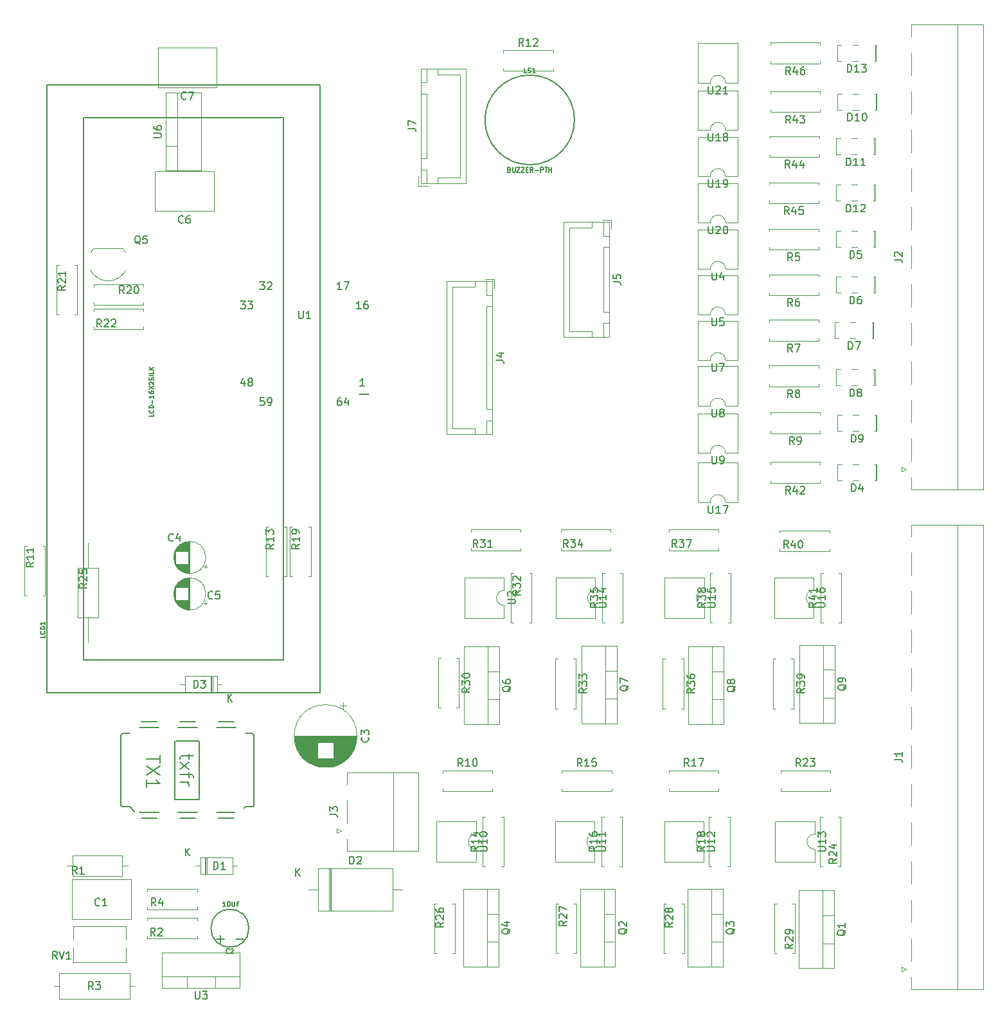
<source format=gbr>
%TF.GenerationSoftware,KiCad,Pcbnew,(5.1.6)-1*%
%TF.CreationDate,2021-03-07T00:25:50+06:00*%
%TF.ProjectId,Cabinate,43616269-6e61-4746-952e-6b696361645f,rev?*%
%TF.SameCoordinates,Original*%
%TF.FileFunction,Legend,Top*%
%TF.FilePolarity,Positive*%
%FSLAX46Y46*%
G04 Gerber Fmt 4.6, Leading zero omitted, Abs format (unit mm)*
G04 Created by KiCad (PCBNEW (5.1.6)-1) date 2021-03-07 00:25:50*
%MOMM*%
%LPD*%
G01*
G04 APERTURE LIST*
%ADD10C,0.120000*%
%ADD11C,0.203200*%
%ADD12C,0.127000*%
%ADD13C,0.152400*%
%ADD14C,0.150000*%
%ADD15C,0.177800*%
G04 APERTURE END LIST*
D10*
%TO.C,U21*%
X164190000Y-40130000D02*
G75*
G02*
X166190000Y-40130000I1000000J0D01*
G01*
X166190000Y-40130000D02*
X167840000Y-40130000D01*
X167840000Y-40130000D02*
X167840000Y-34930000D01*
X167840000Y-34930000D02*
X162540000Y-34930000D01*
X162540000Y-34930000D02*
X162540000Y-40130000D01*
X162540000Y-40130000D02*
X164190000Y-40130000D01*
%TO.C,R46*%
X178660000Y-37240000D02*
X178660000Y-37570000D01*
X178660000Y-37570000D02*
X172120000Y-37570000D01*
X172120000Y-37570000D02*
X172120000Y-37240000D01*
X178660000Y-35160000D02*
X178660000Y-34830000D01*
X178660000Y-34830000D02*
X172120000Y-34830000D01*
X172120000Y-34830000D02*
X172120000Y-35160000D01*
%TO.C,D13*%
X186030000Y-37260000D02*
X185820000Y-37260000D01*
X183660000Y-37260000D02*
X182929000Y-37260000D01*
X181470000Y-37260000D02*
X180910000Y-37260000D01*
X186030000Y-35140000D02*
X185820000Y-35140000D01*
X183660000Y-35140000D02*
X182929000Y-35140000D01*
X181470000Y-35140000D02*
X180910000Y-35140000D01*
X186030000Y-37260000D02*
X186030000Y-35140000D01*
X180910000Y-37260000D02*
X180910000Y-35140000D01*
X185910000Y-37260000D02*
X185910000Y-35140000D01*
%TO.C,U20*%
X164190000Y-58530000D02*
G75*
G02*
X166190000Y-58530000I1000000J0D01*
G01*
X166190000Y-58530000D02*
X167840000Y-58530000D01*
X167840000Y-58530000D02*
X167840000Y-53330000D01*
X167840000Y-53330000D02*
X162540000Y-53330000D01*
X162540000Y-53330000D02*
X162540000Y-58530000D01*
X162540000Y-58530000D02*
X164190000Y-58530000D01*
%TO.C,U19*%
X164190000Y-52430000D02*
G75*
G02*
X166190000Y-52430000I1000000J0D01*
G01*
X166190000Y-52430000D02*
X167840000Y-52430000D01*
X167840000Y-52430000D02*
X167840000Y-47230000D01*
X167840000Y-47230000D02*
X162540000Y-47230000D01*
X162540000Y-47230000D02*
X162540000Y-52430000D01*
X162540000Y-52430000D02*
X164190000Y-52430000D01*
%TO.C,U18*%
X164190000Y-46330000D02*
G75*
G02*
X166190000Y-46330000I1000000J0D01*
G01*
X166190000Y-46330000D02*
X167840000Y-46330000D01*
X167840000Y-46330000D02*
X167840000Y-41130000D01*
X167840000Y-41130000D02*
X162540000Y-41130000D01*
X162540000Y-41130000D02*
X162540000Y-46330000D01*
X162540000Y-46330000D02*
X164190000Y-46330000D01*
%TO.C,R45*%
X178460000Y-55640000D02*
X178460000Y-55970000D01*
X178460000Y-55970000D02*
X171920000Y-55970000D01*
X171920000Y-55970000D02*
X171920000Y-55640000D01*
X178460000Y-53560000D02*
X178460000Y-53230000D01*
X178460000Y-53230000D02*
X171920000Y-53230000D01*
X171920000Y-53230000D02*
X171920000Y-53560000D01*
%TO.C,R44*%
X178560000Y-49540000D02*
X178560000Y-49870000D01*
X178560000Y-49870000D02*
X172020000Y-49870000D01*
X172020000Y-49870000D02*
X172020000Y-49540000D01*
X178560000Y-47460000D02*
X178560000Y-47130000D01*
X178560000Y-47130000D02*
X172020000Y-47130000D01*
X172020000Y-47130000D02*
X172020000Y-47460000D01*
%TO.C,R43*%
X178660000Y-43640000D02*
X178660000Y-43970000D01*
X178660000Y-43970000D02*
X172120000Y-43970000D01*
X172120000Y-43970000D02*
X172120000Y-43640000D01*
X178660000Y-41560000D02*
X178660000Y-41230000D01*
X178660000Y-41230000D02*
X172120000Y-41230000D01*
X172120000Y-41230000D02*
X172120000Y-41560000D01*
%TO.C,D12*%
X185890000Y-55660000D02*
X185680000Y-55660000D01*
X183520000Y-55660000D02*
X182789000Y-55660000D01*
X181330000Y-55660000D02*
X180770000Y-55660000D01*
X185890000Y-53540000D02*
X185680000Y-53540000D01*
X183520000Y-53540000D02*
X182789000Y-53540000D01*
X181330000Y-53540000D02*
X180770000Y-53540000D01*
X185890000Y-55660000D02*
X185890000Y-53540000D01*
X180770000Y-55660000D02*
X180770000Y-53540000D01*
X185770000Y-55660000D02*
X185770000Y-53540000D01*
%TO.C,D11*%
X185890000Y-49560000D02*
X185680000Y-49560000D01*
X183520000Y-49560000D02*
X182789000Y-49560000D01*
X181330000Y-49560000D02*
X180770000Y-49560000D01*
X185890000Y-47440000D02*
X185680000Y-47440000D01*
X183520000Y-47440000D02*
X182789000Y-47440000D01*
X181330000Y-47440000D02*
X180770000Y-47440000D01*
X185890000Y-49560000D02*
X185890000Y-47440000D01*
X180770000Y-49560000D02*
X180770000Y-47440000D01*
X185770000Y-49560000D02*
X185770000Y-47440000D01*
%TO.C,D10*%
X186090000Y-43660000D02*
X185880000Y-43660000D01*
X183720000Y-43660000D02*
X182989000Y-43660000D01*
X181530000Y-43660000D02*
X180970000Y-43660000D01*
X186090000Y-41540000D02*
X185880000Y-41540000D01*
X183720000Y-41540000D02*
X182989000Y-41540000D01*
X181530000Y-41540000D02*
X180970000Y-41540000D01*
X186090000Y-43660000D02*
X186090000Y-41540000D01*
X180970000Y-43660000D02*
X180970000Y-41540000D01*
X185970000Y-43660000D02*
X185970000Y-41540000D01*
%TO.C,U17*%
X166190000Y-95330000D02*
X167840000Y-95330000D01*
X167840000Y-95330000D02*
X167840000Y-90130000D01*
X167840000Y-90130000D02*
X162540000Y-90130000D01*
X162540000Y-90130000D02*
X162540000Y-95330000D01*
X162540000Y-95330000D02*
X164190000Y-95330000D01*
X164190000Y-95330000D02*
G75*
G02*
X166190000Y-95330000I1000000J0D01*
G01*
%TO.C,R42*%
X178660000Y-92440000D02*
X178660000Y-92770000D01*
X178660000Y-92770000D02*
X172120000Y-92770000D01*
X172120000Y-92770000D02*
X172120000Y-92440000D01*
X178660000Y-90360000D02*
X178660000Y-90030000D01*
X178660000Y-90030000D02*
X172120000Y-90030000D01*
X172120000Y-90030000D02*
X172120000Y-90360000D01*
%TO.C,D4*%
X186090000Y-92460000D02*
X185880000Y-92460000D01*
X183720000Y-92460000D02*
X182989000Y-92460000D01*
X181530000Y-92460000D02*
X180970000Y-92460000D01*
X186090000Y-90340000D02*
X185880000Y-90340000D01*
X183720000Y-90340000D02*
X182989000Y-90340000D01*
X181530000Y-90340000D02*
X180970000Y-90340000D01*
X186090000Y-92460000D02*
X186090000Y-90340000D01*
X180970000Y-92460000D02*
X180970000Y-90340000D01*
X185970000Y-92460000D02*
X185970000Y-90340000D01*
%TO.C,J3*%
X116290000Y-141250000D02*
X125710000Y-141250000D01*
X125710000Y-141250000D02*
X125710000Y-130870000D01*
X125710000Y-130870000D02*
X116290000Y-130870000D01*
X116290000Y-141250000D02*
X116290000Y-139650000D01*
X116290000Y-130870000D02*
X116290000Y-132470000D01*
X116290000Y-137550000D02*
X116290000Y-134570000D01*
X122400000Y-141250000D02*
X122400000Y-130870000D01*
X115000000Y-138300000D02*
X115600000Y-138600000D01*
X115600000Y-138600000D02*
X115000000Y-138900000D01*
X115000000Y-138900000D02*
X115000000Y-138300000D01*
%TO.C,C3*%
X116215000Y-122090302D02*
X115415000Y-122090302D01*
X115815000Y-121690302D02*
X115815000Y-122490302D01*
X114033000Y-130181000D02*
X112967000Y-130181000D01*
X114268000Y-130141000D02*
X112732000Y-130141000D01*
X114448000Y-130101000D02*
X112552000Y-130101000D01*
X114598000Y-130061000D02*
X112402000Y-130061000D01*
X114729000Y-130021000D02*
X112271000Y-130021000D01*
X114846000Y-129981000D02*
X112154000Y-129981000D01*
X114953000Y-129941000D02*
X112047000Y-129941000D01*
X115052000Y-129901000D02*
X111948000Y-129901000D01*
X115145000Y-129861000D02*
X111855000Y-129861000D01*
X115231000Y-129821000D02*
X111769000Y-129821000D01*
X115313000Y-129781000D02*
X111687000Y-129781000D01*
X115390000Y-129741000D02*
X111610000Y-129741000D01*
X115464000Y-129701000D02*
X111536000Y-129701000D01*
X115534000Y-129661000D02*
X111466000Y-129661000D01*
X115602000Y-129621000D02*
X111398000Y-129621000D01*
X115666000Y-129581000D02*
X111334000Y-129581000D01*
X115728000Y-129541000D02*
X111272000Y-129541000D01*
X115787000Y-129501000D02*
X111213000Y-129501000D01*
X115845000Y-129461000D02*
X111155000Y-129461000D01*
X115900000Y-129421000D02*
X111100000Y-129421000D01*
X115954000Y-129381000D02*
X111046000Y-129381000D01*
X116005000Y-129341000D02*
X110995000Y-129341000D01*
X116056000Y-129301000D02*
X110944000Y-129301000D01*
X116104000Y-129261000D02*
X110896000Y-129261000D01*
X116151000Y-129221000D02*
X110849000Y-129221000D01*
X116197000Y-129181000D02*
X110803000Y-129181000D01*
X116241000Y-129141000D02*
X110759000Y-129141000D01*
X116284000Y-129101000D02*
X110716000Y-129101000D01*
X116326000Y-129061000D02*
X110674000Y-129061000D01*
X112460000Y-129021000D02*
X110633000Y-129021000D01*
X116367000Y-129021000D02*
X114540000Y-129021000D01*
X112460000Y-128981000D02*
X110593000Y-128981000D01*
X116407000Y-128981000D02*
X114540000Y-128981000D01*
X112460000Y-128941000D02*
X110555000Y-128941000D01*
X116445000Y-128941000D02*
X114540000Y-128941000D01*
X112460000Y-128901000D02*
X110517000Y-128901000D01*
X116483000Y-128901000D02*
X114540000Y-128901000D01*
X112460000Y-128861000D02*
X110481000Y-128861000D01*
X116519000Y-128861000D02*
X114540000Y-128861000D01*
X112460000Y-128821000D02*
X110445000Y-128821000D01*
X116555000Y-128821000D02*
X114540000Y-128821000D01*
X112460000Y-128781000D02*
X110410000Y-128781000D01*
X116590000Y-128781000D02*
X114540000Y-128781000D01*
X112460000Y-128741000D02*
X110376000Y-128741000D01*
X116624000Y-128741000D02*
X114540000Y-128741000D01*
X112460000Y-128701000D02*
X110344000Y-128701000D01*
X116656000Y-128701000D02*
X114540000Y-128701000D01*
X112460000Y-128661000D02*
X110311000Y-128661000D01*
X116689000Y-128661000D02*
X114540000Y-128661000D01*
X112460000Y-128621000D02*
X110280000Y-128621000D01*
X116720000Y-128621000D02*
X114540000Y-128621000D01*
X112460000Y-128581000D02*
X110250000Y-128581000D01*
X116750000Y-128581000D02*
X114540000Y-128581000D01*
X112460000Y-128541000D02*
X110220000Y-128541000D01*
X116780000Y-128541000D02*
X114540000Y-128541000D01*
X112460000Y-128501000D02*
X110191000Y-128501000D01*
X116809000Y-128501000D02*
X114540000Y-128501000D01*
X112460000Y-128461000D02*
X110162000Y-128461000D01*
X116838000Y-128461000D02*
X114540000Y-128461000D01*
X112460000Y-128421000D02*
X110135000Y-128421000D01*
X116865000Y-128421000D02*
X114540000Y-128421000D01*
X112460000Y-128381000D02*
X110108000Y-128381000D01*
X116892000Y-128381000D02*
X114540000Y-128381000D01*
X112460000Y-128341000D02*
X110082000Y-128341000D01*
X116918000Y-128341000D02*
X114540000Y-128341000D01*
X112460000Y-128301000D02*
X110056000Y-128301000D01*
X116944000Y-128301000D02*
X114540000Y-128301000D01*
X112460000Y-128261000D02*
X110031000Y-128261000D01*
X116969000Y-128261000D02*
X114540000Y-128261000D01*
X112460000Y-128221000D02*
X110007000Y-128221000D01*
X116993000Y-128221000D02*
X114540000Y-128221000D01*
X112460000Y-128181000D02*
X109983000Y-128181000D01*
X117017000Y-128181000D02*
X114540000Y-128181000D01*
X112460000Y-128141000D02*
X109960000Y-128141000D01*
X117040000Y-128141000D02*
X114540000Y-128141000D01*
X112460000Y-128101000D02*
X109938000Y-128101000D01*
X117062000Y-128101000D02*
X114540000Y-128101000D01*
X112460000Y-128061000D02*
X109916000Y-128061000D01*
X117084000Y-128061000D02*
X114540000Y-128061000D01*
X112460000Y-128021000D02*
X109894000Y-128021000D01*
X117106000Y-128021000D02*
X114540000Y-128021000D01*
X112460000Y-127981000D02*
X109873000Y-127981000D01*
X117127000Y-127981000D02*
X114540000Y-127981000D01*
X112460000Y-127941000D02*
X109853000Y-127941000D01*
X117147000Y-127941000D02*
X114540000Y-127941000D01*
X112460000Y-127901000D02*
X109834000Y-127901000D01*
X117166000Y-127901000D02*
X114540000Y-127901000D01*
X112460000Y-127861000D02*
X109814000Y-127861000D01*
X117186000Y-127861000D02*
X114540000Y-127861000D01*
X112460000Y-127821000D02*
X109796000Y-127821000D01*
X117204000Y-127821000D02*
X114540000Y-127821000D01*
X112460000Y-127781000D02*
X109778000Y-127781000D01*
X117222000Y-127781000D02*
X114540000Y-127781000D01*
X112460000Y-127741000D02*
X109760000Y-127741000D01*
X117240000Y-127741000D02*
X114540000Y-127741000D01*
X112460000Y-127701000D02*
X109743000Y-127701000D01*
X117257000Y-127701000D02*
X114540000Y-127701000D01*
X112460000Y-127661000D02*
X109726000Y-127661000D01*
X117274000Y-127661000D02*
X114540000Y-127661000D01*
X112460000Y-127621000D02*
X109710000Y-127621000D01*
X117290000Y-127621000D02*
X114540000Y-127621000D01*
X112460000Y-127581000D02*
X109695000Y-127581000D01*
X117305000Y-127581000D02*
X114540000Y-127581000D01*
X112460000Y-127541000D02*
X109679000Y-127541000D01*
X117321000Y-127541000D02*
X114540000Y-127541000D01*
X112460000Y-127501000D02*
X109665000Y-127501000D01*
X117335000Y-127501000D02*
X114540000Y-127501000D01*
X112460000Y-127461000D02*
X109650000Y-127461000D01*
X117350000Y-127461000D02*
X114540000Y-127461000D01*
X112460000Y-127421000D02*
X109637000Y-127421000D01*
X117363000Y-127421000D02*
X114540000Y-127421000D01*
X112460000Y-127381000D02*
X109623000Y-127381000D01*
X117377000Y-127381000D02*
X114540000Y-127381000D01*
X112460000Y-127341000D02*
X109611000Y-127341000D01*
X117389000Y-127341000D02*
X114540000Y-127341000D01*
X112460000Y-127301000D02*
X109598000Y-127301000D01*
X117402000Y-127301000D02*
X114540000Y-127301000D01*
X112460000Y-127261000D02*
X109586000Y-127261000D01*
X117414000Y-127261000D02*
X114540000Y-127261000D01*
X112460000Y-127221000D02*
X109575000Y-127221000D01*
X117425000Y-127221000D02*
X114540000Y-127221000D01*
X112460000Y-127181000D02*
X109564000Y-127181000D01*
X117436000Y-127181000D02*
X114540000Y-127181000D01*
X112460000Y-127141000D02*
X109553000Y-127141000D01*
X117447000Y-127141000D02*
X114540000Y-127141000D01*
X112460000Y-127101000D02*
X109543000Y-127101000D01*
X117457000Y-127101000D02*
X114540000Y-127101000D01*
X112460000Y-127061000D02*
X109533000Y-127061000D01*
X117467000Y-127061000D02*
X114540000Y-127061000D01*
X112460000Y-127021000D02*
X109524000Y-127021000D01*
X117476000Y-127021000D02*
X114540000Y-127021000D01*
X112460000Y-126981000D02*
X109515000Y-126981000D01*
X117485000Y-126981000D02*
X114540000Y-126981000D01*
X117494000Y-126941000D02*
X109506000Y-126941000D01*
X117502000Y-126901000D02*
X109498000Y-126901000D01*
X117510000Y-126861000D02*
X109490000Y-126861000D01*
X117517000Y-126821000D02*
X109483000Y-126821000D01*
X117524000Y-126780000D02*
X109476000Y-126780000D01*
X117530000Y-126740000D02*
X109470000Y-126740000D01*
X117537000Y-126700000D02*
X109463000Y-126700000D01*
X117542000Y-126660000D02*
X109458000Y-126660000D01*
X117548000Y-126620000D02*
X109452000Y-126620000D01*
X117552000Y-126580000D02*
X109448000Y-126580000D01*
X117557000Y-126540000D02*
X109443000Y-126540000D01*
X117561000Y-126500000D02*
X109439000Y-126500000D01*
X117565000Y-126460000D02*
X109435000Y-126460000D01*
X117568000Y-126420000D02*
X109432000Y-126420000D01*
X117571000Y-126380000D02*
X109429000Y-126380000D01*
X117574000Y-126340000D02*
X109426000Y-126340000D01*
X117576000Y-126300000D02*
X109424000Y-126300000D01*
X117577000Y-126260000D02*
X109423000Y-126260000D01*
X117579000Y-126220000D02*
X109421000Y-126220000D01*
X117580000Y-126180000D02*
X109420000Y-126180000D01*
X117580000Y-126140000D02*
X109420000Y-126140000D01*
X117580000Y-126100000D02*
X109420000Y-126100000D01*
X117620000Y-126100000D02*
G75*
G03*
X117620000Y-126100000I-4120000J0D01*
G01*
%TO.C,U16*%
X177830000Y-110560000D02*
X177830000Y-108910000D01*
X172630000Y-110560000D02*
X177830000Y-110560000D01*
X172630000Y-105260000D02*
X172630000Y-110560000D01*
X177830000Y-105260000D02*
X172630000Y-105260000D01*
X177830000Y-106910000D02*
X177830000Y-105260000D01*
X177830000Y-108910000D02*
G75*
G02*
X177830000Y-106910000I0J1000000D01*
G01*
%TO.C,U15*%
X163370000Y-110560000D02*
X163370000Y-108910000D01*
X158170000Y-110560000D02*
X163370000Y-110560000D01*
X158170000Y-105260000D02*
X158170000Y-110560000D01*
X163370000Y-105260000D02*
X158170000Y-105260000D01*
X163370000Y-106910000D02*
X163370000Y-105260000D01*
X163370000Y-108910000D02*
G75*
G02*
X163370000Y-106910000I0J1000000D01*
G01*
%TO.C,U14*%
X149030000Y-110560000D02*
X149030000Y-108910000D01*
X143830000Y-110560000D02*
X149030000Y-110560000D01*
X143830000Y-105260000D02*
X143830000Y-110560000D01*
X149030000Y-105260000D02*
X143830000Y-105260000D01*
X149030000Y-106910000D02*
X149030000Y-105260000D01*
X149030000Y-108910000D02*
G75*
G02*
X149030000Y-106910000I0J1000000D01*
G01*
%TO.C,U2*%
X137030000Y-110560000D02*
X137030000Y-108910000D01*
X131830000Y-110560000D02*
X137030000Y-110560000D01*
X131830000Y-105260000D02*
X131830000Y-110560000D01*
X137030000Y-105260000D02*
X131830000Y-105260000D01*
X137030000Y-106910000D02*
X137030000Y-105260000D01*
X137030000Y-108910000D02*
G75*
G02*
X137030000Y-106910000I0J1000000D01*
G01*
%TO.C,R41*%
X181470000Y-104620000D02*
X181140000Y-104620000D01*
X181470000Y-111160000D02*
X181470000Y-104620000D01*
X181140000Y-111160000D02*
X181470000Y-111160000D01*
X178730000Y-104620000D02*
X179060000Y-104620000D01*
X178730000Y-111160000D02*
X178730000Y-104620000D01*
X179060000Y-111160000D02*
X178730000Y-111160000D01*
%TO.C,R40*%
X179880000Y-101770000D02*
X179880000Y-101440000D01*
X173340000Y-101770000D02*
X179880000Y-101770000D01*
X173340000Y-101440000D02*
X173340000Y-101770000D01*
X179880000Y-99030000D02*
X179880000Y-99360000D01*
X173340000Y-99030000D02*
X179880000Y-99030000D01*
X173340000Y-99360000D02*
X173340000Y-99030000D01*
%TO.C,R39*%
X172430000Y-122480000D02*
X172760000Y-122480000D01*
X172430000Y-115940000D02*
X172430000Y-122480000D01*
X172760000Y-115940000D02*
X172430000Y-115940000D01*
X175170000Y-122480000D02*
X174840000Y-122480000D01*
X175170000Y-115940000D02*
X175170000Y-122480000D01*
X174840000Y-115940000D02*
X175170000Y-115940000D01*
%TO.C,R38*%
X166870000Y-104620000D02*
X166540000Y-104620000D01*
X166870000Y-111160000D02*
X166870000Y-104620000D01*
X166540000Y-111160000D02*
X166870000Y-111160000D01*
X164130000Y-104620000D02*
X164460000Y-104620000D01*
X164130000Y-111160000D02*
X164130000Y-104620000D01*
X164460000Y-111160000D02*
X164130000Y-111160000D01*
%TO.C,R37*%
X165280000Y-101670000D02*
X165280000Y-101340000D01*
X158740000Y-101670000D02*
X165280000Y-101670000D01*
X158740000Y-101340000D02*
X158740000Y-101670000D01*
X165280000Y-98930000D02*
X165280000Y-99260000D01*
X158740000Y-98930000D02*
X165280000Y-98930000D01*
X158740000Y-99260000D02*
X158740000Y-98930000D01*
%TO.C,R36*%
X157930000Y-122480000D02*
X158260000Y-122480000D01*
X157930000Y-115940000D02*
X157930000Y-122480000D01*
X158260000Y-115940000D02*
X157930000Y-115940000D01*
X160670000Y-122480000D02*
X160340000Y-122480000D01*
X160670000Y-115940000D02*
X160670000Y-122480000D01*
X160340000Y-115940000D02*
X160670000Y-115940000D01*
%TO.C,R35*%
X152670000Y-104620000D02*
X152340000Y-104620000D01*
X152670000Y-111160000D02*
X152670000Y-104620000D01*
X152340000Y-111160000D02*
X152670000Y-111160000D01*
X149930000Y-104620000D02*
X150260000Y-104620000D01*
X149930000Y-111160000D02*
X149930000Y-104620000D01*
X150260000Y-111160000D02*
X149930000Y-111160000D01*
%TO.C,R34*%
X151080000Y-101670000D02*
X151080000Y-101340000D01*
X144540000Y-101670000D02*
X151080000Y-101670000D01*
X144540000Y-101340000D02*
X144540000Y-101670000D01*
X151080000Y-98930000D02*
X151080000Y-99260000D01*
X144540000Y-98930000D02*
X151080000Y-98930000D01*
X144540000Y-99260000D02*
X144540000Y-98930000D01*
%TO.C,R33*%
X143730000Y-122480000D02*
X144060000Y-122480000D01*
X143730000Y-115940000D02*
X143730000Y-122480000D01*
X144060000Y-115940000D02*
X143730000Y-115940000D01*
X146470000Y-122480000D02*
X146140000Y-122480000D01*
X146470000Y-115940000D02*
X146470000Y-122480000D01*
X146140000Y-115940000D02*
X146470000Y-115940000D01*
%TO.C,R32*%
X140670000Y-104620000D02*
X140340000Y-104620000D01*
X140670000Y-111160000D02*
X140670000Y-104620000D01*
X140340000Y-111160000D02*
X140670000Y-111160000D01*
X137930000Y-104620000D02*
X138260000Y-104620000D01*
X137930000Y-111160000D02*
X137930000Y-104620000D01*
X138260000Y-111160000D02*
X137930000Y-111160000D01*
%TO.C,R31*%
X139180000Y-101670000D02*
X139180000Y-101340000D01*
X132640000Y-101670000D02*
X139180000Y-101670000D01*
X132640000Y-101340000D02*
X132640000Y-101670000D01*
X139180000Y-98930000D02*
X139180000Y-99260000D01*
X132640000Y-98930000D02*
X139180000Y-98930000D01*
X132640000Y-99260000D02*
X132640000Y-98930000D01*
%TO.C,R30*%
X128330000Y-122380000D02*
X128660000Y-122380000D01*
X128330000Y-115840000D02*
X128330000Y-122380000D01*
X128660000Y-115840000D02*
X128330000Y-115840000D01*
X131070000Y-122380000D02*
X130740000Y-122380000D01*
X131070000Y-115840000D02*
X131070000Y-122380000D01*
X130740000Y-115840000D02*
X131070000Y-115840000D01*
%TO.C,Q9*%
X180570000Y-121091000D02*
X179060000Y-121091000D01*
X180570000Y-117390000D02*
X179060000Y-117390000D01*
X179060000Y-114120000D02*
X179060000Y-124360000D01*
X180570000Y-124360000D02*
X175929000Y-124360000D01*
X180570000Y-114120000D02*
X175929000Y-114120000D01*
X175929000Y-114120000D02*
X175929000Y-124360000D01*
X180570000Y-114120000D02*
X180570000Y-124360000D01*
%TO.C,Q8*%
X165970000Y-121291000D02*
X164460000Y-121291000D01*
X165970000Y-117590000D02*
X164460000Y-117590000D01*
X164460000Y-114320000D02*
X164460000Y-124560000D01*
X165970000Y-124560000D02*
X161329000Y-124560000D01*
X165970000Y-114320000D02*
X161329000Y-114320000D01*
X161329000Y-114320000D02*
X161329000Y-124560000D01*
X165970000Y-114320000D02*
X165970000Y-124560000D01*
%TO.C,Q7*%
X151870000Y-121191000D02*
X150360000Y-121191000D01*
X151870000Y-117490000D02*
X150360000Y-117490000D01*
X150360000Y-114220000D02*
X150360000Y-124460000D01*
X151870000Y-124460000D02*
X147229000Y-124460000D01*
X151870000Y-114220000D02*
X147229000Y-114220000D01*
X147229000Y-114220000D02*
X147229000Y-124460000D01*
X151870000Y-114220000D02*
X151870000Y-124460000D01*
%TO.C,Q6*%
X136370000Y-121291000D02*
X134860000Y-121291000D01*
X136370000Y-117590000D02*
X134860000Y-117590000D01*
X134860000Y-114320000D02*
X134860000Y-124560000D01*
X136370000Y-124560000D02*
X131729000Y-124560000D01*
X136370000Y-114320000D02*
X131729000Y-114320000D01*
X131729000Y-114320000D02*
X131729000Y-124560000D01*
X136370000Y-114320000D02*
X136370000Y-124560000D01*
%TO.C,J5*%
X150860000Y-58440000D02*
X144890000Y-58440000D01*
X144890000Y-58440000D02*
X144890000Y-73560000D01*
X144890000Y-73560000D02*
X150860000Y-73560000D01*
X150860000Y-73560000D02*
X150860000Y-58440000D01*
X150850000Y-61750000D02*
X150100000Y-61750000D01*
X150100000Y-61750000D02*
X150100000Y-70250000D01*
X150100000Y-70250000D02*
X150850000Y-70250000D01*
X150850000Y-70250000D02*
X150850000Y-61750000D01*
X150850000Y-58450000D02*
X150100000Y-58450000D01*
X150100000Y-58450000D02*
X150100000Y-60250000D01*
X150100000Y-60250000D02*
X150850000Y-60250000D01*
X150850000Y-60250000D02*
X150850000Y-58450000D01*
X150850000Y-71750000D02*
X150100000Y-71750000D01*
X150100000Y-71750000D02*
X150100000Y-73550000D01*
X150100000Y-73550000D02*
X150850000Y-73550000D01*
X150850000Y-73550000D02*
X150850000Y-71750000D01*
X148600000Y-58450000D02*
X148600000Y-59200000D01*
X148600000Y-59200000D02*
X145650000Y-59200000D01*
X145650000Y-59200000D02*
X145650000Y-66000000D01*
X148600000Y-73550000D02*
X148600000Y-72800000D01*
X148600000Y-72800000D02*
X145650000Y-72800000D01*
X145650000Y-72800000D02*
X145650000Y-66000000D01*
X151150000Y-59400000D02*
X151150000Y-58150000D01*
X151150000Y-58150000D02*
X149900000Y-58150000D01*
%TO.C,R29*%
X172630000Y-154680000D02*
X172960000Y-154680000D01*
X172630000Y-148140000D02*
X172630000Y-154680000D01*
X172960000Y-148140000D02*
X172630000Y-148140000D01*
X175370000Y-154680000D02*
X175040000Y-154680000D01*
X175370000Y-148140000D02*
X175370000Y-154680000D01*
X175040000Y-148140000D02*
X175370000Y-148140000D01*
%TO.C,R28*%
X158030000Y-154680000D02*
X158360000Y-154680000D01*
X158030000Y-148140000D02*
X158030000Y-154680000D01*
X158360000Y-148140000D02*
X158030000Y-148140000D01*
X160770000Y-154680000D02*
X160440000Y-154680000D01*
X160770000Y-148140000D02*
X160770000Y-154680000D01*
X160440000Y-148140000D02*
X160770000Y-148140000D01*
%TO.C,R27*%
X143830000Y-154680000D02*
X144160000Y-154680000D01*
X143830000Y-148140000D02*
X143830000Y-154680000D01*
X144160000Y-148140000D02*
X143830000Y-148140000D01*
X146570000Y-154680000D02*
X146240000Y-154680000D01*
X146570000Y-148140000D02*
X146570000Y-154680000D01*
X146240000Y-148140000D02*
X146570000Y-148140000D01*
%TO.C,R26*%
X127830000Y-154680000D02*
X128160000Y-154680000D01*
X127830000Y-148140000D02*
X127830000Y-154680000D01*
X128160000Y-148140000D02*
X127830000Y-148140000D01*
X130570000Y-154680000D02*
X130240000Y-154680000D01*
X130570000Y-148140000D02*
X130570000Y-154680000D01*
X130240000Y-148140000D02*
X130570000Y-148140000D01*
%TO.C,U13*%
X177930000Y-142660000D02*
X177930000Y-141010000D01*
X172730000Y-142660000D02*
X177930000Y-142660000D01*
X172730000Y-137360000D02*
X172730000Y-142660000D01*
X177930000Y-137360000D02*
X172730000Y-137360000D01*
X177930000Y-139010000D02*
X177930000Y-137360000D01*
X177930000Y-141010000D02*
G75*
G02*
X177930000Y-139010000I0J1000000D01*
G01*
%TO.C,R24*%
X181370000Y-136720000D02*
X181040000Y-136720000D01*
X181370000Y-143260000D02*
X181370000Y-136720000D01*
X181040000Y-143260000D02*
X181370000Y-143260000D01*
X178630000Y-136720000D02*
X178960000Y-136720000D01*
X178630000Y-143260000D02*
X178630000Y-136720000D01*
X178960000Y-143260000D02*
X178630000Y-143260000D01*
%TO.C,R23*%
X179980000Y-133370000D02*
X179980000Y-133040000D01*
X173440000Y-133370000D02*
X179980000Y-133370000D01*
X173440000Y-133040000D02*
X173440000Y-133370000D01*
X179980000Y-130630000D02*
X179980000Y-130960000D01*
X173440000Y-130630000D02*
X179980000Y-130630000D01*
X173440000Y-130960000D02*
X173440000Y-130630000D01*
%TO.C,U12*%
X163330000Y-142660000D02*
X163330000Y-141010000D01*
X158130000Y-142660000D02*
X163330000Y-142660000D01*
X158130000Y-137360000D02*
X158130000Y-142660000D01*
X163330000Y-137360000D02*
X158130000Y-137360000D01*
X163330000Y-139010000D02*
X163330000Y-137360000D01*
X163330000Y-141010000D02*
G75*
G02*
X163330000Y-139010000I0J1000000D01*
G01*
%TO.C,R18*%
X166770000Y-136720000D02*
X166440000Y-136720000D01*
X166770000Y-143260000D02*
X166770000Y-136720000D01*
X166440000Y-143260000D02*
X166770000Y-143260000D01*
X164030000Y-136720000D02*
X164360000Y-136720000D01*
X164030000Y-143260000D02*
X164030000Y-136720000D01*
X164360000Y-143260000D02*
X164030000Y-143260000D01*
%TO.C,R17*%
X165280000Y-133370000D02*
X165280000Y-133040000D01*
X158740000Y-133370000D02*
X165280000Y-133370000D01*
X158740000Y-133040000D02*
X158740000Y-133370000D01*
X165280000Y-130630000D02*
X165280000Y-130960000D01*
X158740000Y-130630000D02*
X165280000Y-130630000D01*
X158740000Y-130960000D02*
X158740000Y-130630000D01*
%TO.C,U11*%
X148930000Y-139010000D02*
X148930000Y-137360000D01*
X148930000Y-137360000D02*
X143730000Y-137360000D01*
X143730000Y-137360000D02*
X143730000Y-142660000D01*
X143730000Y-142660000D02*
X148930000Y-142660000D01*
X148930000Y-142660000D02*
X148930000Y-141010000D01*
X148930000Y-141010000D02*
G75*
G02*
X148930000Y-139010000I0J1000000D01*
G01*
%TO.C,R16*%
X150160000Y-143260000D02*
X149830000Y-143260000D01*
X149830000Y-143260000D02*
X149830000Y-136720000D01*
X149830000Y-136720000D02*
X150160000Y-136720000D01*
X152240000Y-143260000D02*
X152570000Y-143260000D01*
X152570000Y-143260000D02*
X152570000Y-136720000D01*
X152570000Y-136720000D02*
X152240000Y-136720000D01*
%TO.C,R15*%
X144640000Y-130960000D02*
X144640000Y-130630000D01*
X144640000Y-130630000D02*
X151180000Y-130630000D01*
X151180000Y-130630000D02*
X151180000Y-130960000D01*
X144640000Y-133040000D02*
X144640000Y-133370000D01*
X144640000Y-133370000D02*
X151180000Y-133370000D01*
X151180000Y-133370000D02*
X151180000Y-133040000D01*
%TO.C,Q4*%
X136270000Y-146220000D02*
X136270000Y-156460000D01*
X131629000Y-146220000D02*
X131629000Y-156460000D01*
X136270000Y-146220000D02*
X131629000Y-146220000D01*
X136270000Y-156460000D02*
X131629000Y-156460000D01*
X134760000Y-146220000D02*
X134760000Y-156460000D01*
X136270000Y-149490000D02*
X134760000Y-149490000D01*
X136270000Y-153191000D02*
X134760000Y-153191000D01*
%TO.C,R14*%
X134560000Y-143260000D02*
X134230000Y-143260000D01*
X134230000Y-143260000D02*
X134230000Y-136720000D01*
X134230000Y-136720000D02*
X134560000Y-136720000D01*
X136640000Y-143260000D02*
X136970000Y-143260000D01*
X136970000Y-143260000D02*
X136970000Y-136720000D01*
X136970000Y-136720000D02*
X136640000Y-136720000D01*
%TO.C,U10*%
X133330000Y-139010000D02*
X133330000Y-137360000D01*
X133330000Y-137360000D02*
X128130000Y-137360000D01*
X128130000Y-137360000D02*
X128130000Y-142660000D01*
X128130000Y-142660000D02*
X133330000Y-142660000D01*
X133330000Y-142660000D02*
X133330000Y-141010000D01*
X133330000Y-141010000D02*
G75*
G02*
X133330000Y-139010000I0J1000000D01*
G01*
%TO.C,R10*%
X128940000Y-130960000D02*
X128940000Y-130630000D01*
X128940000Y-130630000D02*
X135480000Y-130630000D01*
X135480000Y-130630000D02*
X135480000Y-130960000D01*
X128940000Y-133040000D02*
X128940000Y-133370000D01*
X128940000Y-133370000D02*
X135480000Y-133370000D01*
X135480000Y-133370000D02*
X135480000Y-133040000D01*
%TO.C,Q3*%
X165870000Y-146220000D02*
X165870000Y-156460000D01*
X161229000Y-146220000D02*
X161229000Y-156460000D01*
X165870000Y-146220000D02*
X161229000Y-146220000D01*
X165870000Y-156460000D02*
X161229000Y-156460000D01*
X164360000Y-146220000D02*
X164360000Y-156460000D01*
X165870000Y-149490000D02*
X164360000Y-149490000D01*
X165870000Y-153191000D02*
X164360000Y-153191000D01*
%TO.C,Q2*%
X151670000Y-146220000D02*
X151670000Y-156460000D01*
X147029000Y-146220000D02*
X147029000Y-156460000D01*
X151670000Y-146220000D02*
X147029000Y-146220000D01*
X151670000Y-156460000D02*
X147029000Y-156460000D01*
X150160000Y-146220000D02*
X150160000Y-156460000D01*
X151670000Y-149490000D02*
X150160000Y-149490000D01*
X151670000Y-153191000D02*
X150160000Y-153191000D01*
%TO.C,Q1*%
X180470000Y-146420000D02*
X180470000Y-156660000D01*
X175829000Y-146420000D02*
X175829000Y-156660000D01*
X180470000Y-146420000D02*
X175829000Y-146420000D01*
X180470000Y-156660000D02*
X175829000Y-156660000D01*
X178960000Y-146420000D02*
X178960000Y-156660000D01*
X180470000Y-149690000D02*
X178960000Y-149690000D01*
X180470000Y-153391000D02*
X178960000Y-153391000D01*
%TO.C,U9*%
X166190000Y-88830000D02*
X167840000Y-88830000D01*
X167840000Y-88830000D02*
X167840000Y-83630000D01*
X167840000Y-83630000D02*
X162540000Y-83630000D01*
X162540000Y-83630000D02*
X162540000Y-88830000D01*
X162540000Y-88830000D02*
X164190000Y-88830000D01*
X164190000Y-88830000D02*
G75*
G02*
X166190000Y-88830000I1000000J0D01*
G01*
%TO.C,R9*%
X178660000Y-85940000D02*
X178660000Y-86270000D01*
X178660000Y-86270000D02*
X172120000Y-86270000D01*
X172120000Y-86270000D02*
X172120000Y-85940000D01*
X178660000Y-83860000D02*
X178660000Y-83530000D01*
X178660000Y-83530000D02*
X172120000Y-83530000D01*
X172120000Y-83530000D02*
X172120000Y-83860000D01*
%TO.C,D9*%
X186090000Y-85960000D02*
X185880000Y-85960000D01*
X183720000Y-85960000D02*
X182989000Y-85960000D01*
X181530000Y-85960000D02*
X180970000Y-85960000D01*
X186090000Y-83840000D02*
X185880000Y-83840000D01*
X183720000Y-83840000D02*
X182989000Y-83840000D01*
X181530000Y-83840000D02*
X180970000Y-83840000D01*
X186090000Y-85960000D02*
X186090000Y-83840000D01*
X180970000Y-85960000D02*
X180970000Y-83840000D01*
X185970000Y-85960000D02*
X185970000Y-83840000D01*
%TO.C,J7*%
X126040000Y-53360000D02*
X132010000Y-53360000D01*
X132010000Y-53360000D02*
X132010000Y-38240000D01*
X132010000Y-38240000D02*
X126040000Y-38240000D01*
X126040000Y-38240000D02*
X126040000Y-53360000D01*
X126050000Y-50050000D02*
X126800000Y-50050000D01*
X126800000Y-50050000D02*
X126800000Y-41550000D01*
X126800000Y-41550000D02*
X126050000Y-41550000D01*
X126050000Y-41550000D02*
X126050000Y-50050000D01*
X126050000Y-53350000D02*
X126800000Y-53350000D01*
X126800000Y-53350000D02*
X126800000Y-51550000D01*
X126800000Y-51550000D02*
X126050000Y-51550000D01*
X126050000Y-51550000D02*
X126050000Y-53350000D01*
X126050000Y-40050000D02*
X126800000Y-40050000D01*
X126800000Y-40050000D02*
X126800000Y-38250000D01*
X126800000Y-38250000D02*
X126050000Y-38250000D01*
X126050000Y-38250000D02*
X126050000Y-40050000D01*
X128300000Y-53350000D02*
X128300000Y-52600000D01*
X128300000Y-52600000D02*
X131250000Y-52600000D01*
X131250000Y-52600000D02*
X131250000Y-45800000D01*
X128300000Y-38250000D02*
X128300000Y-39000000D01*
X128300000Y-39000000D02*
X131250000Y-39000000D01*
X131250000Y-39000000D02*
X131250000Y-45800000D01*
X125750000Y-52400000D02*
X125750000Y-53650000D01*
X125750000Y-53650000D02*
X127000000Y-53650000D01*
%TO.C,D2*%
X112540000Y-143515000D02*
X112540000Y-149085000D01*
X112540000Y-149085000D02*
X122300000Y-149085000D01*
X122300000Y-149085000D02*
X122300000Y-143515000D01*
X122300000Y-143515000D02*
X112540000Y-143515000D01*
X111240000Y-146300000D02*
X112540000Y-146300000D01*
X123600000Y-146300000D02*
X122300000Y-146300000D01*
X114088000Y-143515000D02*
X114088000Y-149085000D01*
X114208000Y-143515000D02*
X114208000Y-149085000D01*
X113968000Y-143515000D02*
X113968000Y-149085000D01*
%TO.C,D8*%
X185890000Y-79960000D02*
X185680000Y-79960000D01*
X183520000Y-79960000D02*
X182789000Y-79960000D01*
X181330000Y-79960000D02*
X180770000Y-79960000D01*
X185890000Y-77840000D02*
X185680000Y-77840000D01*
X183520000Y-77840000D02*
X182789000Y-77840000D01*
X181330000Y-77840000D02*
X180770000Y-77840000D01*
X185890000Y-79960000D02*
X185890000Y-77840000D01*
X180770000Y-79960000D02*
X180770000Y-77840000D01*
X185770000Y-79960000D02*
X185770000Y-77840000D01*
%TO.C,D7*%
X185690000Y-73760000D02*
X185480000Y-73760000D01*
X183320000Y-73760000D02*
X182589000Y-73760000D01*
X181130000Y-73760000D02*
X180570000Y-73760000D01*
X185690000Y-71640000D02*
X185480000Y-71640000D01*
X183320000Y-71640000D02*
X182589000Y-71640000D01*
X181130000Y-71640000D02*
X180570000Y-71640000D01*
X185690000Y-73760000D02*
X185690000Y-71640000D01*
X180570000Y-73760000D02*
X180570000Y-71640000D01*
X185570000Y-73760000D02*
X185570000Y-71640000D01*
%TO.C,D6*%
X185890000Y-67760000D02*
X185680000Y-67760000D01*
X183520000Y-67760000D02*
X182789000Y-67760000D01*
X181330000Y-67760000D02*
X180770000Y-67760000D01*
X185890000Y-65640000D02*
X185680000Y-65640000D01*
X183520000Y-65640000D02*
X182789000Y-65640000D01*
X181330000Y-65640000D02*
X180770000Y-65640000D01*
X185890000Y-67760000D02*
X185890000Y-65640000D01*
X180770000Y-67760000D02*
X180770000Y-65640000D01*
X185770000Y-67760000D02*
X185770000Y-65640000D01*
%TO.C,R8*%
X178460000Y-79740000D02*
X178460000Y-80070000D01*
X178460000Y-80070000D02*
X171920000Y-80070000D01*
X171920000Y-80070000D02*
X171920000Y-79740000D01*
X178460000Y-77660000D02*
X178460000Y-77330000D01*
X178460000Y-77330000D02*
X171920000Y-77330000D01*
X171920000Y-77330000D02*
X171920000Y-77660000D01*
%TO.C,R7*%
X178460000Y-73740000D02*
X178460000Y-74070000D01*
X178460000Y-74070000D02*
X171920000Y-74070000D01*
X171920000Y-74070000D02*
X171920000Y-73740000D01*
X178460000Y-71660000D02*
X178460000Y-71330000D01*
X178460000Y-71330000D02*
X171920000Y-71330000D01*
X171920000Y-71330000D02*
X171920000Y-71660000D01*
%TO.C,R6*%
X178460000Y-67740000D02*
X178460000Y-68070000D01*
X178460000Y-68070000D02*
X171920000Y-68070000D01*
X171920000Y-68070000D02*
X171920000Y-67740000D01*
X178460000Y-65660000D02*
X178460000Y-65330000D01*
X178460000Y-65330000D02*
X171920000Y-65330000D01*
X171920000Y-65330000D02*
X171920000Y-65660000D01*
%TO.C,R5*%
X178460000Y-61740000D02*
X178460000Y-62070000D01*
X178460000Y-62070000D02*
X171920000Y-62070000D01*
X171920000Y-62070000D02*
X171920000Y-61740000D01*
X178460000Y-59660000D02*
X178460000Y-59330000D01*
X178460000Y-59330000D02*
X171920000Y-59330000D01*
X171920000Y-59330000D02*
X171920000Y-59660000D01*
%TO.C,D5*%
X185890000Y-61760000D02*
X185680000Y-61760000D01*
X183520000Y-61760000D02*
X182789000Y-61760000D01*
X181330000Y-61760000D02*
X180770000Y-61760000D01*
X185890000Y-59640000D02*
X185680000Y-59640000D01*
X183520000Y-59640000D02*
X182789000Y-59640000D01*
X181330000Y-59640000D02*
X180770000Y-59640000D01*
X185890000Y-61760000D02*
X185890000Y-59640000D01*
X180770000Y-61760000D02*
X180770000Y-59640000D01*
X185770000Y-61760000D02*
X185770000Y-59640000D01*
%TO.C,U8*%
X166190000Y-82630000D02*
X167840000Y-82630000D01*
X167840000Y-82630000D02*
X167840000Y-77430000D01*
X167840000Y-77430000D02*
X162540000Y-77430000D01*
X162540000Y-77430000D02*
X162540000Y-82630000D01*
X162540000Y-82630000D02*
X164190000Y-82630000D01*
X164190000Y-82630000D02*
G75*
G02*
X166190000Y-82630000I1000000J0D01*
G01*
%TO.C,U7*%
X166190000Y-76630000D02*
X167840000Y-76630000D01*
X167840000Y-76630000D02*
X167840000Y-71430000D01*
X167840000Y-71430000D02*
X162540000Y-71430000D01*
X162540000Y-71430000D02*
X162540000Y-76630000D01*
X162540000Y-76630000D02*
X164190000Y-76630000D01*
X164190000Y-76630000D02*
G75*
G02*
X166190000Y-76630000I1000000J0D01*
G01*
%TO.C,U5*%
X166190000Y-70630000D02*
X167840000Y-70630000D01*
X167840000Y-70630000D02*
X167840000Y-65430000D01*
X167840000Y-65430000D02*
X162540000Y-65430000D01*
X162540000Y-65430000D02*
X162540000Y-70630000D01*
X162540000Y-70630000D02*
X164190000Y-70630000D01*
X164190000Y-70630000D02*
G75*
G02*
X166190000Y-70630000I1000000J0D01*
G01*
%TO.C,U4*%
X166190000Y-64630000D02*
X167840000Y-64630000D01*
X167840000Y-64630000D02*
X167840000Y-59430000D01*
X167840000Y-59430000D02*
X162540000Y-59430000D01*
X162540000Y-59430000D02*
X162540000Y-64630000D01*
X162540000Y-64630000D02*
X164190000Y-64630000D01*
X164190000Y-64630000D02*
G75*
G02*
X166190000Y-64630000I1000000J0D01*
G01*
%TO.C,R25*%
X83570000Y-103950000D02*
X80830000Y-103950000D01*
X80830000Y-103950000D02*
X80830000Y-110490000D01*
X80830000Y-110490000D02*
X83570000Y-110490000D01*
X83570000Y-110490000D02*
X83570000Y-103950000D01*
X82200000Y-100640000D02*
X82200000Y-103950000D01*
X82200000Y-113800000D02*
X82200000Y-110490000D01*
D11*
%TO.C,LCD1*%
X76801560Y-120399920D02*
X76801560Y-40400080D01*
X76801560Y-40400080D02*
X112798440Y-40400080D01*
X112798440Y-40400080D02*
X112798440Y-120399920D01*
X112798440Y-120399920D02*
X76801560Y-120399920D01*
X81650420Y-116048900D02*
X81650420Y-44751100D01*
X81650420Y-44751100D02*
X107949580Y-44751100D01*
X107949580Y-44751100D02*
X107949580Y-116048900D01*
X107949580Y-116048900D02*
X81650420Y-116048900D01*
D10*
%TO.C,J4*%
X135750000Y-65950000D02*
X134500000Y-65950000D01*
X135750000Y-67200000D02*
X135750000Y-65950000D01*
X130250000Y-85600000D02*
X130250000Y-76300000D01*
X133200000Y-85600000D02*
X130250000Y-85600000D01*
X133200000Y-86350000D02*
X133200000Y-85600000D01*
X130250000Y-67000000D02*
X130250000Y-76300000D01*
X133200000Y-67000000D02*
X130250000Y-67000000D01*
X133200000Y-66250000D02*
X133200000Y-67000000D01*
X135450000Y-86350000D02*
X135450000Y-84550000D01*
X134700000Y-86350000D02*
X135450000Y-86350000D01*
X134700000Y-84550000D02*
X134700000Y-86350000D01*
X135450000Y-84550000D02*
X134700000Y-84550000D01*
X135450000Y-68050000D02*
X135450000Y-66250000D01*
X134700000Y-68050000D02*
X135450000Y-68050000D01*
X134700000Y-66250000D02*
X134700000Y-68050000D01*
X135450000Y-66250000D02*
X134700000Y-66250000D01*
X135450000Y-83050000D02*
X135450000Y-69550000D01*
X134700000Y-83050000D02*
X135450000Y-83050000D01*
X134700000Y-69550000D02*
X134700000Y-83050000D01*
X135450000Y-69550000D02*
X134700000Y-69550000D01*
X135460000Y-86360000D02*
X135460000Y-66240000D01*
X129490000Y-86360000D02*
X135460000Y-86360000D01*
X129490000Y-66240000D02*
X129490000Y-86360000D01*
X135460000Y-66240000D02*
X129490000Y-66240000D01*
%TO.C,R22*%
X89480000Y-72570000D02*
X89480000Y-72240000D01*
X82940000Y-72570000D02*
X89480000Y-72570000D01*
X82940000Y-72240000D02*
X82940000Y-72570000D01*
X89480000Y-69830000D02*
X89480000Y-70160000D01*
X82940000Y-69830000D02*
X89480000Y-69830000D01*
X82940000Y-70160000D02*
X82940000Y-69830000D01*
%TO.C,R21*%
X80770000Y-64120000D02*
X80440000Y-64120000D01*
X80770000Y-70660000D02*
X80770000Y-64120000D01*
X80440000Y-70660000D02*
X80770000Y-70660000D01*
X78030000Y-64120000D02*
X78360000Y-64120000D01*
X78030000Y-70660000D02*
X78030000Y-64120000D01*
X78360000Y-70660000D02*
X78030000Y-70660000D01*
%TO.C,R20*%
X89480000Y-69370000D02*
X89480000Y-69040000D01*
X82940000Y-69370000D02*
X89480000Y-69370000D01*
X82940000Y-69040000D02*
X82940000Y-69370000D01*
X89480000Y-66630000D02*
X89480000Y-66960000D01*
X82940000Y-66630000D02*
X89480000Y-66630000D01*
X82940000Y-66960000D02*
X82940000Y-66630000D01*
%TO.C,Q5*%
X86800000Y-61900000D02*
X82950000Y-61900000D01*
X82557617Y-62487736D02*
G75*
G02*
X82950000Y-61900000I2302383J-1112264D01*
G01*
X82503600Y-64698807D02*
G75*
G03*
X84860000Y-66200000I2356400J1098807D01*
G01*
X87216400Y-64698807D02*
G75*
G02*
X84860000Y-66200000I-2356400J1098807D01*
G01*
X87182631Y-62477955D02*
G75*
G03*
X86800000Y-61900000I-2322631J-1122045D01*
G01*
%TO.C,C7*%
X91430000Y-40720000D02*
X91430000Y-35480000D01*
X99170000Y-40720000D02*
X99170000Y-35480000D01*
X99170000Y-35480000D02*
X91430000Y-35480000D01*
X99170000Y-40720000D02*
X91430000Y-40720000D01*
%TO.C,C6*%
X91030000Y-57020000D02*
X91030000Y-51780000D01*
X98770000Y-57020000D02*
X98770000Y-51780000D01*
X98770000Y-51780000D02*
X91030000Y-51780000D01*
X98770000Y-57020000D02*
X91030000Y-57020000D01*
%TO.C,U6*%
X92430000Y-44699000D02*
X93940000Y-44699000D01*
X92430000Y-48400000D02*
X93940000Y-48400000D01*
X93940000Y-51670000D02*
X93940000Y-41430000D01*
X92430000Y-41430000D02*
X97071000Y-41430000D01*
X92430000Y-51670000D02*
X97071000Y-51670000D01*
X97071000Y-51670000D02*
X97071000Y-41430000D01*
X92430000Y-51670000D02*
X92430000Y-41430000D01*
%TO.C,R19*%
X111240000Y-98540000D02*
X111570000Y-98540000D01*
X111570000Y-98540000D02*
X111570000Y-105080000D01*
X111570000Y-105080000D02*
X111240000Y-105080000D01*
X109160000Y-98540000D02*
X108830000Y-98540000D01*
X108830000Y-98540000D02*
X108830000Y-105080000D01*
X108830000Y-105080000D02*
X109160000Y-105080000D01*
%TO.C,C5*%
X97720000Y-107400000D02*
G75*
G03*
X97720000Y-107400000I-2120000J0D01*
G01*
X95600000Y-109480000D02*
X95600000Y-105320000D01*
X95560000Y-109480000D02*
X95560000Y-105320000D01*
X95520000Y-109479000D02*
X95520000Y-105321000D01*
X95480000Y-109477000D02*
X95480000Y-105323000D01*
X95440000Y-109474000D02*
X95440000Y-105326000D01*
X95400000Y-109471000D02*
X95400000Y-108240000D01*
X95400000Y-106560000D02*
X95400000Y-105329000D01*
X95360000Y-109467000D02*
X95360000Y-108240000D01*
X95360000Y-106560000D02*
X95360000Y-105333000D01*
X95320000Y-109462000D02*
X95320000Y-108240000D01*
X95320000Y-106560000D02*
X95320000Y-105338000D01*
X95280000Y-109456000D02*
X95280000Y-108240000D01*
X95280000Y-106560000D02*
X95280000Y-105344000D01*
X95240000Y-109450000D02*
X95240000Y-108240000D01*
X95240000Y-106560000D02*
X95240000Y-105350000D01*
X95200000Y-109442000D02*
X95200000Y-108240000D01*
X95200000Y-106560000D02*
X95200000Y-105358000D01*
X95160000Y-109434000D02*
X95160000Y-108240000D01*
X95160000Y-106560000D02*
X95160000Y-105366000D01*
X95120000Y-109425000D02*
X95120000Y-108240000D01*
X95120000Y-106560000D02*
X95120000Y-105375000D01*
X95080000Y-109416000D02*
X95080000Y-108240000D01*
X95080000Y-106560000D02*
X95080000Y-105384000D01*
X95040000Y-109405000D02*
X95040000Y-108240000D01*
X95040000Y-106560000D02*
X95040000Y-105395000D01*
X95000000Y-109394000D02*
X95000000Y-108240000D01*
X95000000Y-106560000D02*
X95000000Y-105406000D01*
X94960000Y-109382000D02*
X94960000Y-108240000D01*
X94960000Y-106560000D02*
X94960000Y-105418000D01*
X94920000Y-109368000D02*
X94920000Y-108240000D01*
X94920000Y-106560000D02*
X94920000Y-105432000D01*
X94879000Y-109354000D02*
X94879000Y-108240000D01*
X94879000Y-106560000D02*
X94879000Y-105446000D01*
X94839000Y-109340000D02*
X94839000Y-108240000D01*
X94839000Y-106560000D02*
X94839000Y-105460000D01*
X94799000Y-109324000D02*
X94799000Y-108240000D01*
X94799000Y-106560000D02*
X94799000Y-105476000D01*
X94759000Y-109307000D02*
X94759000Y-108240000D01*
X94759000Y-106560000D02*
X94759000Y-105493000D01*
X94719000Y-109289000D02*
X94719000Y-108240000D01*
X94719000Y-106560000D02*
X94719000Y-105511000D01*
X94679000Y-109270000D02*
X94679000Y-108240000D01*
X94679000Y-106560000D02*
X94679000Y-105530000D01*
X94639000Y-109251000D02*
X94639000Y-108240000D01*
X94639000Y-106560000D02*
X94639000Y-105549000D01*
X94599000Y-109230000D02*
X94599000Y-108240000D01*
X94599000Y-106560000D02*
X94599000Y-105570000D01*
X94559000Y-109208000D02*
X94559000Y-108240000D01*
X94559000Y-106560000D02*
X94559000Y-105592000D01*
X94519000Y-109185000D02*
X94519000Y-108240000D01*
X94519000Y-106560000D02*
X94519000Y-105615000D01*
X94479000Y-109160000D02*
X94479000Y-108240000D01*
X94479000Y-106560000D02*
X94479000Y-105640000D01*
X94439000Y-109135000D02*
X94439000Y-108240000D01*
X94439000Y-106560000D02*
X94439000Y-105665000D01*
X94399000Y-109108000D02*
X94399000Y-108240000D01*
X94399000Y-106560000D02*
X94399000Y-105692000D01*
X94359000Y-109080000D02*
X94359000Y-108240000D01*
X94359000Y-106560000D02*
X94359000Y-105720000D01*
X94319000Y-109050000D02*
X94319000Y-108240000D01*
X94319000Y-106560000D02*
X94319000Y-105750000D01*
X94279000Y-109019000D02*
X94279000Y-108240000D01*
X94279000Y-106560000D02*
X94279000Y-105781000D01*
X94239000Y-108987000D02*
X94239000Y-108240000D01*
X94239000Y-106560000D02*
X94239000Y-105813000D01*
X94199000Y-108952000D02*
X94199000Y-108240000D01*
X94199000Y-106560000D02*
X94199000Y-105848000D01*
X94159000Y-108916000D02*
X94159000Y-108240000D01*
X94159000Y-106560000D02*
X94159000Y-105884000D01*
X94119000Y-108878000D02*
X94119000Y-108240000D01*
X94119000Y-106560000D02*
X94119000Y-105922000D01*
X94079000Y-108838000D02*
X94079000Y-108240000D01*
X94079000Y-106560000D02*
X94079000Y-105962000D01*
X94039000Y-108796000D02*
X94039000Y-108240000D01*
X94039000Y-106560000D02*
X94039000Y-106004000D01*
X93999000Y-108751000D02*
X93999000Y-108240000D01*
X93999000Y-106560000D02*
X93999000Y-106049000D01*
X93959000Y-108704000D02*
X93959000Y-108240000D01*
X93959000Y-106560000D02*
X93959000Y-106096000D01*
X93919000Y-108654000D02*
X93919000Y-108240000D01*
X93919000Y-106560000D02*
X93919000Y-106146000D01*
X93879000Y-108600000D02*
X93879000Y-108240000D01*
X93879000Y-106560000D02*
X93879000Y-106200000D01*
X93839000Y-108542000D02*
X93839000Y-108240000D01*
X93839000Y-106560000D02*
X93839000Y-106258000D01*
X93799000Y-108480000D02*
X93799000Y-108240000D01*
X93799000Y-106560000D02*
X93799000Y-106320000D01*
X93759000Y-108413000D02*
X93759000Y-106387000D01*
X93719000Y-108340000D02*
X93719000Y-106460000D01*
X93679000Y-108259000D02*
X93679000Y-106541000D01*
X93639000Y-108168000D02*
X93639000Y-106632000D01*
X93599000Y-108064000D02*
X93599000Y-106736000D01*
X93559000Y-107937000D02*
X93559000Y-106863000D01*
X93519000Y-107770000D02*
X93519000Y-107030000D01*
X97869801Y-108595000D02*
X97469801Y-108595000D01*
X97669801Y-108795000D02*
X97669801Y-108395000D01*
%TO.C,R13*%
X108040000Y-98540000D02*
X108370000Y-98540000D01*
X108370000Y-98540000D02*
X108370000Y-105080000D01*
X108370000Y-105080000D02*
X108040000Y-105080000D01*
X105960000Y-98540000D02*
X105630000Y-98540000D01*
X105630000Y-98540000D02*
X105630000Y-105080000D01*
X105630000Y-105080000D02*
X105960000Y-105080000D01*
%TO.C,C4*%
X97720000Y-102600000D02*
G75*
G03*
X97720000Y-102600000I-2120000J0D01*
G01*
X95600000Y-104680000D02*
X95600000Y-100520000D01*
X95560000Y-104680000D02*
X95560000Y-100520000D01*
X95520000Y-104679000D02*
X95520000Y-100521000D01*
X95480000Y-104677000D02*
X95480000Y-100523000D01*
X95440000Y-104674000D02*
X95440000Y-100526000D01*
X95400000Y-104671000D02*
X95400000Y-103440000D01*
X95400000Y-101760000D02*
X95400000Y-100529000D01*
X95360000Y-104667000D02*
X95360000Y-103440000D01*
X95360000Y-101760000D02*
X95360000Y-100533000D01*
X95320000Y-104662000D02*
X95320000Y-103440000D01*
X95320000Y-101760000D02*
X95320000Y-100538000D01*
X95280000Y-104656000D02*
X95280000Y-103440000D01*
X95280000Y-101760000D02*
X95280000Y-100544000D01*
X95240000Y-104650000D02*
X95240000Y-103440000D01*
X95240000Y-101760000D02*
X95240000Y-100550000D01*
X95200000Y-104642000D02*
X95200000Y-103440000D01*
X95200000Y-101760000D02*
X95200000Y-100558000D01*
X95160000Y-104634000D02*
X95160000Y-103440000D01*
X95160000Y-101760000D02*
X95160000Y-100566000D01*
X95120000Y-104625000D02*
X95120000Y-103440000D01*
X95120000Y-101760000D02*
X95120000Y-100575000D01*
X95080000Y-104616000D02*
X95080000Y-103440000D01*
X95080000Y-101760000D02*
X95080000Y-100584000D01*
X95040000Y-104605000D02*
X95040000Y-103440000D01*
X95040000Y-101760000D02*
X95040000Y-100595000D01*
X95000000Y-104594000D02*
X95000000Y-103440000D01*
X95000000Y-101760000D02*
X95000000Y-100606000D01*
X94960000Y-104582000D02*
X94960000Y-103440000D01*
X94960000Y-101760000D02*
X94960000Y-100618000D01*
X94920000Y-104568000D02*
X94920000Y-103440000D01*
X94920000Y-101760000D02*
X94920000Y-100632000D01*
X94879000Y-104554000D02*
X94879000Y-103440000D01*
X94879000Y-101760000D02*
X94879000Y-100646000D01*
X94839000Y-104540000D02*
X94839000Y-103440000D01*
X94839000Y-101760000D02*
X94839000Y-100660000D01*
X94799000Y-104524000D02*
X94799000Y-103440000D01*
X94799000Y-101760000D02*
X94799000Y-100676000D01*
X94759000Y-104507000D02*
X94759000Y-103440000D01*
X94759000Y-101760000D02*
X94759000Y-100693000D01*
X94719000Y-104489000D02*
X94719000Y-103440000D01*
X94719000Y-101760000D02*
X94719000Y-100711000D01*
X94679000Y-104470000D02*
X94679000Y-103440000D01*
X94679000Y-101760000D02*
X94679000Y-100730000D01*
X94639000Y-104451000D02*
X94639000Y-103440000D01*
X94639000Y-101760000D02*
X94639000Y-100749000D01*
X94599000Y-104430000D02*
X94599000Y-103440000D01*
X94599000Y-101760000D02*
X94599000Y-100770000D01*
X94559000Y-104408000D02*
X94559000Y-103440000D01*
X94559000Y-101760000D02*
X94559000Y-100792000D01*
X94519000Y-104385000D02*
X94519000Y-103440000D01*
X94519000Y-101760000D02*
X94519000Y-100815000D01*
X94479000Y-104360000D02*
X94479000Y-103440000D01*
X94479000Y-101760000D02*
X94479000Y-100840000D01*
X94439000Y-104335000D02*
X94439000Y-103440000D01*
X94439000Y-101760000D02*
X94439000Y-100865000D01*
X94399000Y-104308000D02*
X94399000Y-103440000D01*
X94399000Y-101760000D02*
X94399000Y-100892000D01*
X94359000Y-104280000D02*
X94359000Y-103440000D01*
X94359000Y-101760000D02*
X94359000Y-100920000D01*
X94319000Y-104250000D02*
X94319000Y-103440000D01*
X94319000Y-101760000D02*
X94319000Y-100950000D01*
X94279000Y-104219000D02*
X94279000Y-103440000D01*
X94279000Y-101760000D02*
X94279000Y-100981000D01*
X94239000Y-104187000D02*
X94239000Y-103440000D01*
X94239000Y-101760000D02*
X94239000Y-101013000D01*
X94199000Y-104152000D02*
X94199000Y-103440000D01*
X94199000Y-101760000D02*
X94199000Y-101048000D01*
X94159000Y-104116000D02*
X94159000Y-103440000D01*
X94159000Y-101760000D02*
X94159000Y-101084000D01*
X94119000Y-104078000D02*
X94119000Y-103440000D01*
X94119000Y-101760000D02*
X94119000Y-101122000D01*
X94079000Y-104038000D02*
X94079000Y-103440000D01*
X94079000Y-101760000D02*
X94079000Y-101162000D01*
X94039000Y-103996000D02*
X94039000Y-103440000D01*
X94039000Y-101760000D02*
X94039000Y-101204000D01*
X93999000Y-103951000D02*
X93999000Y-103440000D01*
X93999000Y-101760000D02*
X93999000Y-101249000D01*
X93959000Y-103904000D02*
X93959000Y-103440000D01*
X93959000Y-101760000D02*
X93959000Y-101296000D01*
X93919000Y-103854000D02*
X93919000Y-103440000D01*
X93919000Y-101760000D02*
X93919000Y-101346000D01*
X93879000Y-103800000D02*
X93879000Y-103440000D01*
X93879000Y-101760000D02*
X93879000Y-101400000D01*
X93839000Y-103742000D02*
X93839000Y-103440000D01*
X93839000Y-101760000D02*
X93839000Y-101458000D01*
X93799000Y-103680000D02*
X93799000Y-103440000D01*
X93799000Y-101760000D02*
X93799000Y-101520000D01*
X93759000Y-103613000D02*
X93759000Y-101587000D01*
X93719000Y-103540000D02*
X93719000Y-101660000D01*
X93679000Y-103459000D02*
X93679000Y-101741000D01*
X93639000Y-103368000D02*
X93639000Y-101832000D01*
X93599000Y-103264000D02*
X93599000Y-101936000D01*
X93559000Y-103137000D02*
X93559000Y-102063000D01*
X93519000Y-102970000D02*
X93519000Y-102230000D01*
X97869801Y-103795000D02*
X97469801Y-103795000D01*
X97669801Y-103995000D02*
X97669801Y-103595000D01*
%TO.C,R12*%
X136940000Y-36160000D02*
X136940000Y-35830000D01*
X136940000Y-35830000D02*
X143480000Y-35830000D01*
X143480000Y-35830000D02*
X143480000Y-36160000D01*
X136940000Y-38240000D02*
X136940000Y-38570000D01*
X136940000Y-38570000D02*
X143480000Y-38570000D01*
X143480000Y-38570000D02*
X143480000Y-38240000D01*
D11*
%TO.C,LS1*%
X146297880Y-45000000D02*
G75*
G03*
X146297880Y-45000000I-5897880J0D01*
G01*
D10*
%TO.C,R11*%
X76570000Y-101120000D02*
X76240000Y-101120000D01*
X76570000Y-107660000D02*
X76570000Y-101120000D01*
X76240000Y-107660000D02*
X76570000Y-107660000D01*
X73830000Y-101120000D02*
X74160000Y-101120000D01*
X73830000Y-107660000D02*
X73830000Y-101120000D01*
X74160000Y-107660000D02*
X73830000Y-107660000D01*
%TO.C,R4*%
X90020000Y-146230000D02*
X90020000Y-146560000D01*
X96560000Y-146230000D02*
X90020000Y-146230000D01*
X96560000Y-146560000D02*
X96560000Y-146230000D01*
X90020000Y-148970000D02*
X90020000Y-148640000D01*
X96560000Y-148970000D02*
X90020000Y-148970000D01*
X96560000Y-148640000D02*
X96560000Y-148970000D01*
%TO.C,RV1*%
X87235000Y-153896000D02*
X87235000Y-155860000D01*
X87235000Y-151120000D02*
X87235000Y-152906000D01*
X80285000Y-153896000D02*
X80285000Y-155860000D01*
X80285000Y-151120000D02*
X80285000Y-152906000D01*
X80285000Y-155860000D02*
X87235000Y-155860000D01*
X80285000Y-151120000D02*
X87235000Y-151120000D01*
%TO.C,D3*%
X98610000Y-120420000D02*
X98610000Y-118180000D01*
X98370000Y-120420000D02*
X98370000Y-118180000D01*
X98490000Y-120420000D02*
X98490000Y-118180000D01*
X94320000Y-119300000D02*
X94970000Y-119300000D01*
X99860000Y-119300000D02*
X99210000Y-119300000D01*
X94970000Y-120420000D02*
X99210000Y-120420000D01*
X94970000Y-118180000D02*
X94970000Y-120420000D01*
X99210000Y-118180000D02*
X94970000Y-118180000D01*
X99210000Y-120420000D02*
X99210000Y-118180000D01*
%TO.C,R3*%
X88360000Y-159000000D02*
X87670000Y-159000000D01*
X77740000Y-159000000D02*
X78430000Y-159000000D01*
X87670000Y-157280000D02*
X78430000Y-157280000D01*
X87670000Y-160720000D02*
X87670000Y-157280000D01*
X78430000Y-160720000D02*
X87670000Y-160720000D01*
X78430000Y-157280000D02*
X78430000Y-160720000D01*
%TO.C,R2*%
X90020000Y-150030000D02*
X90020000Y-150360000D01*
X96560000Y-150030000D02*
X90020000Y-150030000D01*
X96560000Y-150360000D02*
X96560000Y-150030000D01*
X90020000Y-152770000D02*
X90020000Y-152440000D01*
X96560000Y-152770000D02*
X90020000Y-152770000D01*
X96560000Y-152440000D02*
X96560000Y-152770000D01*
D11*
%TO.C,C2*%
X103399360Y-151400000D02*
G75*
G03*
X103399360Y-151400000I-2499360J0D01*
G01*
X99650320Y-153305000D02*
X99650320Y-152289000D01*
X99142320Y-152797000D02*
X100158320Y-152797000D01*
X101641680Y-152797000D02*
X102657680Y-152797000D01*
D10*
%TO.C,R1*%
X86690000Y-144570000D02*
X86690000Y-141830000D01*
X86690000Y-141830000D02*
X80150000Y-141830000D01*
X80150000Y-141830000D02*
X80150000Y-144570000D01*
X80150000Y-144570000D02*
X86690000Y-144570000D01*
X87460000Y-143200000D02*
X86690000Y-143200000D01*
X79380000Y-143200000D02*
X80150000Y-143200000D01*
%TO.C,J2*%
X190690000Y-93650000D02*
X200110000Y-93650000D01*
X200110000Y-93650000D02*
X200110000Y-32470000D01*
X200110000Y-32470000D02*
X190690000Y-32470000D01*
X190690000Y-93650000D02*
X190690000Y-92050000D01*
X190690000Y-32470000D02*
X190690000Y-34070000D01*
X190690000Y-89950000D02*
X190690000Y-86970000D01*
X190690000Y-84870000D02*
X190690000Y-81890000D01*
X190690000Y-79790000D02*
X190690000Y-76810000D01*
X190690000Y-74710000D02*
X190690000Y-71730000D01*
X190690000Y-69630000D02*
X190690000Y-66650000D01*
X190690000Y-64550000D02*
X190690000Y-61570000D01*
X190690000Y-59470000D02*
X190690000Y-56490000D01*
X190690000Y-54390000D02*
X190690000Y-51410000D01*
X190690000Y-49310000D02*
X190690000Y-46330000D01*
X190690000Y-44230000D02*
X190690000Y-41250000D01*
X190690000Y-39150000D02*
X190690000Y-36170000D01*
X196800000Y-93650000D02*
X196800000Y-32470000D01*
X189400000Y-90700000D02*
X190000000Y-91000000D01*
X190000000Y-91000000D02*
X189400000Y-91300000D01*
X189400000Y-91300000D02*
X189400000Y-90700000D01*
%TO.C,J1*%
X190690000Y-159450000D02*
X200110000Y-159450000D01*
X200110000Y-159450000D02*
X200110000Y-98270000D01*
X200110000Y-98270000D02*
X190690000Y-98270000D01*
X190690000Y-159450000D02*
X190690000Y-157850000D01*
X190690000Y-98270000D02*
X190690000Y-99870000D01*
X190690000Y-155750000D02*
X190690000Y-152770000D01*
X190690000Y-150670000D02*
X190690000Y-147690000D01*
X190690000Y-145590000D02*
X190690000Y-142610000D01*
X190690000Y-140510000D02*
X190690000Y-137530000D01*
X190690000Y-135430000D02*
X190690000Y-132450000D01*
X190690000Y-130350000D02*
X190690000Y-127370000D01*
X190690000Y-125270000D02*
X190690000Y-122290000D01*
X190690000Y-120190000D02*
X190690000Y-117210000D01*
X190690000Y-115110000D02*
X190690000Y-112130000D01*
X190690000Y-110030000D02*
X190690000Y-107050000D01*
X190690000Y-104950000D02*
X190690000Y-101970000D01*
X196800000Y-159450000D02*
X196800000Y-98270000D01*
X189400000Y-156500000D02*
X190000000Y-156800000D01*
X190000000Y-156800000D02*
X189400000Y-157100000D01*
X189400000Y-157100000D02*
X189400000Y-156500000D01*
%TO.C,D1*%
X96990000Y-142080000D02*
X96990000Y-144320000D01*
X96990000Y-144320000D02*
X101230000Y-144320000D01*
X101230000Y-144320000D02*
X101230000Y-142080000D01*
X101230000Y-142080000D02*
X96990000Y-142080000D01*
X96340000Y-143200000D02*
X96990000Y-143200000D01*
X101880000Y-143200000D02*
X101230000Y-143200000D01*
X97710000Y-142080000D02*
X97710000Y-144320000D01*
X97830000Y-142080000D02*
X97830000Y-144320000D01*
X97590000Y-142080000D02*
X97590000Y-144320000D01*
%TO.C,C1*%
X80130000Y-144980000D02*
X87870000Y-144980000D01*
X80130000Y-150220000D02*
X87870000Y-150220000D01*
X80130000Y-144980000D02*
X80130000Y-150220000D01*
X87870000Y-144980000D02*
X87870000Y-150220000D01*
D12*
%TO.C,TX1*%
X96884960Y-126894140D02*
X96884960Y-126779840D01*
X96887500Y-126894140D02*
X96884960Y-126894140D01*
X93641380Y-134478580D02*
X93641380Y-126784920D01*
X96887500Y-134478580D02*
X93641380Y-134478580D01*
X96887500Y-126934780D02*
X96887500Y-134478580D01*
X93783620Y-126779840D02*
X96846860Y-126779840D01*
X93768380Y-126787460D02*
X93765840Y-126784920D01*
X102782840Y-135555540D02*
X102782840Y-135550460D01*
X102909840Y-135426000D02*
X102782840Y-135555540D01*
X103984260Y-135426000D02*
X102909840Y-135426000D01*
X104068080Y-135342180D02*
X103984260Y-135426000D01*
X104068080Y-135174540D02*
X104068080Y-135342180D01*
X87669840Y-135415840D02*
X88322620Y-136068620D01*
X86704640Y-135415840D02*
X87669840Y-135415840D01*
X86534460Y-135245660D02*
X86704640Y-135415840D01*
X86534460Y-135156760D02*
X86534460Y-135245660D01*
D13*
X91490000Y-136188000D02*
X88950000Y-136188000D01*
X96570000Y-136188000D02*
X94030000Y-136188000D01*
X101523000Y-136188000D02*
X99110000Y-136188000D01*
X91236000Y-136950000D02*
X89204000Y-136950000D01*
X101396000Y-136950000D02*
X99364000Y-136950000D01*
X96316000Y-136950000D02*
X94284000Y-136950000D01*
X86791000Y-125774000D02*
X87680000Y-125774000D01*
X86791000Y-125774000D02*
X86539540Y-126028000D01*
X86539540Y-135172000D02*
X86539540Y-126028000D01*
X104060460Y-126028000D02*
X104060460Y-135172000D01*
X103809000Y-125774000D02*
X102920000Y-125774000D01*
X103809000Y-125774000D02*
X104060460Y-126028000D01*
X91490000Y-125012000D02*
X88950000Y-125012000D01*
X96570000Y-125012000D02*
X94030000Y-125012000D01*
X101650000Y-125012000D02*
X99110000Y-125012000D01*
X91236000Y-124250000D02*
X89204000Y-124250000D01*
X96316000Y-124250000D02*
X94284000Y-124250000D01*
X101396000Y-124250000D02*
X99364000Y-124250000D01*
D10*
%TO.C,U3*%
X102210000Y-159270000D02*
X91970000Y-159270000D01*
X102210000Y-154629000D02*
X91970000Y-154629000D01*
X102210000Y-159270000D02*
X102210000Y-154629000D01*
X91970000Y-159270000D02*
X91970000Y-154629000D01*
X102210000Y-157760000D02*
X91970000Y-157760000D01*
X98940000Y-159270000D02*
X98940000Y-157760000D01*
X95240000Y-159270000D02*
X95240000Y-157760000D01*
D14*
%TO.C,U1*%
X117905000Y-81110000D02*
X119180000Y-81110000D01*
%TO.C,U21*%
X163951904Y-40582380D02*
X163951904Y-41391904D01*
X163999523Y-41487142D01*
X164047142Y-41534761D01*
X164142380Y-41582380D01*
X164332857Y-41582380D01*
X164428095Y-41534761D01*
X164475714Y-41487142D01*
X164523333Y-41391904D01*
X164523333Y-40582380D01*
X164951904Y-40677619D02*
X164999523Y-40630000D01*
X165094761Y-40582380D01*
X165332857Y-40582380D01*
X165428095Y-40630000D01*
X165475714Y-40677619D01*
X165523333Y-40772857D01*
X165523333Y-40868095D01*
X165475714Y-41010952D01*
X164904285Y-41582380D01*
X165523333Y-41582380D01*
X166475714Y-41582380D02*
X165904285Y-41582380D01*
X166190000Y-41582380D02*
X166190000Y-40582380D01*
X166094761Y-40725238D01*
X165999523Y-40820476D01*
X165904285Y-40868095D01*
%TO.C,R46*%
X174747142Y-39022380D02*
X174413809Y-38546190D01*
X174175714Y-39022380D02*
X174175714Y-38022380D01*
X174556666Y-38022380D01*
X174651904Y-38070000D01*
X174699523Y-38117619D01*
X174747142Y-38212857D01*
X174747142Y-38355714D01*
X174699523Y-38450952D01*
X174651904Y-38498571D01*
X174556666Y-38546190D01*
X174175714Y-38546190D01*
X175604285Y-38355714D02*
X175604285Y-39022380D01*
X175366190Y-37974761D02*
X175128095Y-38689047D01*
X175747142Y-38689047D01*
X176556666Y-38022380D02*
X176366190Y-38022380D01*
X176270952Y-38070000D01*
X176223333Y-38117619D01*
X176128095Y-38260476D01*
X176080476Y-38450952D01*
X176080476Y-38831904D01*
X176128095Y-38927142D01*
X176175714Y-38974761D01*
X176270952Y-39022380D01*
X176461428Y-39022380D01*
X176556666Y-38974761D01*
X176604285Y-38927142D01*
X176651904Y-38831904D01*
X176651904Y-38593809D01*
X176604285Y-38498571D01*
X176556666Y-38450952D01*
X176461428Y-38403333D01*
X176270952Y-38403333D01*
X176175714Y-38450952D01*
X176128095Y-38498571D01*
X176080476Y-38593809D01*
%TO.C,D13*%
X182255714Y-38712380D02*
X182255714Y-37712380D01*
X182493809Y-37712380D01*
X182636666Y-37760000D01*
X182731904Y-37855238D01*
X182779523Y-37950476D01*
X182827142Y-38140952D01*
X182827142Y-38283809D01*
X182779523Y-38474285D01*
X182731904Y-38569523D01*
X182636666Y-38664761D01*
X182493809Y-38712380D01*
X182255714Y-38712380D01*
X183779523Y-38712380D02*
X183208095Y-38712380D01*
X183493809Y-38712380D02*
X183493809Y-37712380D01*
X183398571Y-37855238D01*
X183303333Y-37950476D01*
X183208095Y-37998095D01*
X184112857Y-37712380D02*
X184731904Y-37712380D01*
X184398571Y-38093333D01*
X184541428Y-38093333D01*
X184636666Y-38140952D01*
X184684285Y-38188571D01*
X184731904Y-38283809D01*
X184731904Y-38521904D01*
X184684285Y-38617142D01*
X184636666Y-38664761D01*
X184541428Y-38712380D01*
X184255714Y-38712380D01*
X184160476Y-38664761D01*
X184112857Y-38617142D01*
%TO.C,U20*%
X163951904Y-58982380D02*
X163951904Y-59791904D01*
X163999523Y-59887142D01*
X164047142Y-59934761D01*
X164142380Y-59982380D01*
X164332857Y-59982380D01*
X164428095Y-59934761D01*
X164475714Y-59887142D01*
X164523333Y-59791904D01*
X164523333Y-58982380D01*
X164951904Y-59077619D02*
X164999523Y-59030000D01*
X165094761Y-58982380D01*
X165332857Y-58982380D01*
X165428095Y-59030000D01*
X165475714Y-59077619D01*
X165523333Y-59172857D01*
X165523333Y-59268095D01*
X165475714Y-59410952D01*
X164904285Y-59982380D01*
X165523333Y-59982380D01*
X166142380Y-58982380D02*
X166237619Y-58982380D01*
X166332857Y-59030000D01*
X166380476Y-59077619D01*
X166428095Y-59172857D01*
X166475714Y-59363333D01*
X166475714Y-59601428D01*
X166428095Y-59791904D01*
X166380476Y-59887142D01*
X166332857Y-59934761D01*
X166237619Y-59982380D01*
X166142380Y-59982380D01*
X166047142Y-59934761D01*
X165999523Y-59887142D01*
X165951904Y-59791904D01*
X165904285Y-59601428D01*
X165904285Y-59363333D01*
X165951904Y-59172857D01*
X165999523Y-59077619D01*
X166047142Y-59030000D01*
X166142380Y-58982380D01*
%TO.C,U19*%
X163951904Y-52882380D02*
X163951904Y-53691904D01*
X163999523Y-53787142D01*
X164047142Y-53834761D01*
X164142380Y-53882380D01*
X164332857Y-53882380D01*
X164428095Y-53834761D01*
X164475714Y-53787142D01*
X164523333Y-53691904D01*
X164523333Y-52882380D01*
X165523333Y-53882380D02*
X164951904Y-53882380D01*
X165237619Y-53882380D02*
X165237619Y-52882380D01*
X165142380Y-53025238D01*
X165047142Y-53120476D01*
X164951904Y-53168095D01*
X165999523Y-53882380D02*
X166190000Y-53882380D01*
X166285238Y-53834761D01*
X166332857Y-53787142D01*
X166428095Y-53644285D01*
X166475714Y-53453809D01*
X166475714Y-53072857D01*
X166428095Y-52977619D01*
X166380476Y-52930000D01*
X166285238Y-52882380D01*
X166094761Y-52882380D01*
X165999523Y-52930000D01*
X165951904Y-52977619D01*
X165904285Y-53072857D01*
X165904285Y-53310952D01*
X165951904Y-53406190D01*
X165999523Y-53453809D01*
X166094761Y-53501428D01*
X166285238Y-53501428D01*
X166380476Y-53453809D01*
X166428095Y-53406190D01*
X166475714Y-53310952D01*
%TO.C,U18*%
X163951904Y-46782380D02*
X163951904Y-47591904D01*
X163999523Y-47687142D01*
X164047142Y-47734761D01*
X164142380Y-47782380D01*
X164332857Y-47782380D01*
X164428095Y-47734761D01*
X164475714Y-47687142D01*
X164523333Y-47591904D01*
X164523333Y-46782380D01*
X165523333Y-47782380D02*
X164951904Y-47782380D01*
X165237619Y-47782380D02*
X165237619Y-46782380D01*
X165142380Y-46925238D01*
X165047142Y-47020476D01*
X164951904Y-47068095D01*
X166094761Y-47210952D02*
X165999523Y-47163333D01*
X165951904Y-47115714D01*
X165904285Y-47020476D01*
X165904285Y-46972857D01*
X165951904Y-46877619D01*
X165999523Y-46830000D01*
X166094761Y-46782380D01*
X166285238Y-46782380D01*
X166380476Y-46830000D01*
X166428095Y-46877619D01*
X166475714Y-46972857D01*
X166475714Y-47020476D01*
X166428095Y-47115714D01*
X166380476Y-47163333D01*
X166285238Y-47210952D01*
X166094761Y-47210952D01*
X165999523Y-47258571D01*
X165951904Y-47306190D01*
X165904285Y-47401428D01*
X165904285Y-47591904D01*
X165951904Y-47687142D01*
X165999523Y-47734761D01*
X166094761Y-47782380D01*
X166285238Y-47782380D01*
X166380476Y-47734761D01*
X166428095Y-47687142D01*
X166475714Y-47591904D01*
X166475714Y-47401428D01*
X166428095Y-47306190D01*
X166380476Y-47258571D01*
X166285238Y-47210952D01*
%TO.C,R45*%
X174547142Y-57422380D02*
X174213809Y-56946190D01*
X173975714Y-57422380D02*
X173975714Y-56422380D01*
X174356666Y-56422380D01*
X174451904Y-56470000D01*
X174499523Y-56517619D01*
X174547142Y-56612857D01*
X174547142Y-56755714D01*
X174499523Y-56850952D01*
X174451904Y-56898571D01*
X174356666Y-56946190D01*
X173975714Y-56946190D01*
X175404285Y-56755714D02*
X175404285Y-57422380D01*
X175166190Y-56374761D02*
X174928095Y-57089047D01*
X175547142Y-57089047D01*
X176404285Y-56422380D02*
X175928095Y-56422380D01*
X175880476Y-56898571D01*
X175928095Y-56850952D01*
X176023333Y-56803333D01*
X176261428Y-56803333D01*
X176356666Y-56850952D01*
X176404285Y-56898571D01*
X176451904Y-56993809D01*
X176451904Y-57231904D01*
X176404285Y-57327142D01*
X176356666Y-57374761D01*
X176261428Y-57422380D01*
X176023333Y-57422380D01*
X175928095Y-57374761D01*
X175880476Y-57327142D01*
%TO.C,R44*%
X174647142Y-51322380D02*
X174313809Y-50846190D01*
X174075714Y-51322380D02*
X174075714Y-50322380D01*
X174456666Y-50322380D01*
X174551904Y-50370000D01*
X174599523Y-50417619D01*
X174647142Y-50512857D01*
X174647142Y-50655714D01*
X174599523Y-50750952D01*
X174551904Y-50798571D01*
X174456666Y-50846190D01*
X174075714Y-50846190D01*
X175504285Y-50655714D02*
X175504285Y-51322380D01*
X175266190Y-50274761D02*
X175028095Y-50989047D01*
X175647142Y-50989047D01*
X176456666Y-50655714D02*
X176456666Y-51322380D01*
X176218571Y-50274761D02*
X175980476Y-50989047D01*
X176599523Y-50989047D01*
%TO.C,R43*%
X174747142Y-45422380D02*
X174413809Y-44946190D01*
X174175714Y-45422380D02*
X174175714Y-44422380D01*
X174556666Y-44422380D01*
X174651904Y-44470000D01*
X174699523Y-44517619D01*
X174747142Y-44612857D01*
X174747142Y-44755714D01*
X174699523Y-44850952D01*
X174651904Y-44898571D01*
X174556666Y-44946190D01*
X174175714Y-44946190D01*
X175604285Y-44755714D02*
X175604285Y-45422380D01*
X175366190Y-44374761D02*
X175128095Y-45089047D01*
X175747142Y-45089047D01*
X176032857Y-44422380D02*
X176651904Y-44422380D01*
X176318571Y-44803333D01*
X176461428Y-44803333D01*
X176556666Y-44850952D01*
X176604285Y-44898571D01*
X176651904Y-44993809D01*
X176651904Y-45231904D01*
X176604285Y-45327142D01*
X176556666Y-45374761D01*
X176461428Y-45422380D01*
X176175714Y-45422380D01*
X176080476Y-45374761D01*
X176032857Y-45327142D01*
%TO.C,D12*%
X182115714Y-57112380D02*
X182115714Y-56112380D01*
X182353809Y-56112380D01*
X182496666Y-56160000D01*
X182591904Y-56255238D01*
X182639523Y-56350476D01*
X182687142Y-56540952D01*
X182687142Y-56683809D01*
X182639523Y-56874285D01*
X182591904Y-56969523D01*
X182496666Y-57064761D01*
X182353809Y-57112380D01*
X182115714Y-57112380D01*
X183639523Y-57112380D02*
X183068095Y-57112380D01*
X183353809Y-57112380D02*
X183353809Y-56112380D01*
X183258571Y-56255238D01*
X183163333Y-56350476D01*
X183068095Y-56398095D01*
X184020476Y-56207619D02*
X184068095Y-56160000D01*
X184163333Y-56112380D01*
X184401428Y-56112380D01*
X184496666Y-56160000D01*
X184544285Y-56207619D01*
X184591904Y-56302857D01*
X184591904Y-56398095D01*
X184544285Y-56540952D01*
X183972857Y-57112380D01*
X184591904Y-57112380D01*
%TO.C,D11*%
X182115714Y-51012380D02*
X182115714Y-50012380D01*
X182353809Y-50012380D01*
X182496666Y-50060000D01*
X182591904Y-50155238D01*
X182639523Y-50250476D01*
X182687142Y-50440952D01*
X182687142Y-50583809D01*
X182639523Y-50774285D01*
X182591904Y-50869523D01*
X182496666Y-50964761D01*
X182353809Y-51012380D01*
X182115714Y-51012380D01*
X183639523Y-51012380D02*
X183068095Y-51012380D01*
X183353809Y-51012380D02*
X183353809Y-50012380D01*
X183258571Y-50155238D01*
X183163333Y-50250476D01*
X183068095Y-50298095D01*
X184591904Y-51012380D02*
X184020476Y-51012380D01*
X184306190Y-51012380D02*
X184306190Y-50012380D01*
X184210952Y-50155238D01*
X184115714Y-50250476D01*
X184020476Y-50298095D01*
%TO.C,D10*%
X182315714Y-45112380D02*
X182315714Y-44112380D01*
X182553809Y-44112380D01*
X182696666Y-44160000D01*
X182791904Y-44255238D01*
X182839523Y-44350476D01*
X182887142Y-44540952D01*
X182887142Y-44683809D01*
X182839523Y-44874285D01*
X182791904Y-44969523D01*
X182696666Y-45064761D01*
X182553809Y-45112380D01*
X182315714Y-45112380D01*
X183839523Y-45112380D02*
X183268095Y-45112380D01*
X183553809Y-45112380D02*
X183553809Y-44112380D01*
X183458571Y-44255238D01*
X183363333Y-44350476D01*
X183268095Y-44398095D01*
X184458571Y-44112380D02*
X184553809Y-44112380D01*
X184649047Y-44160000D01*
X184696666Y-44207619D01*
X184744285Y-44302857D01*
X184791904Y-44493333D01*
X184791904Y-44731428D01*
X184744285Y-44921904D01*
X184696666Y-45017142D01*
X184649047Y-45064761D01*
X184553809Y-45112380D01*
X184458571Y-45112380D01*
X184363333Y-45064761D01*
X184315714Y-45017142D01*
X184268095Y-44921904D01*
X184220476Y-44731428D01*
X184220476Y-44493333D01*
X184268095Y-44302857D01*
X184315714Y-44207619D01*
X184363333Y-44160000D01*
X184458571Y-44112380D01*
%TO.C,U17*%
X163951904Y-95782380D02*
X163951904Y-96591904D01*
X163999523Y-96687142D01*
X164047142Y-96734761D01*
X164142380Y-96782380D01*
X164332857Y-96782380D01*
X164428095Y-96734761D01*
X164475714Y-96687142D01*
X164523333Y-96591904D01*
X164523333Y-95782380D01*
X165523333Y-96782380D02*
X164951904Y-96782380D01*
X165237619Y-96782380D02*
X165237619Y-95782380D01*
X165142380Y-95925238D01*
X165047142Y-96020476D01*
X164951904Y-96068095D01*
X165856666Y-95782380D02*
X166523333Y-95782380D01*
X166094761Y-96782380D01*
%TO.C,R42*%
X174747142Y-94222380D02*
X174413809Y-93746190D01*
X174175714Y-94222380D02*
X174175714Y-93222380D01*
X174556666Y-93222380D01*
X174651904Y-93270000D01*
X174699523Y-93317619D01*
X174747142Y-93412857D01*
X174747142Y-93555714D01*
X174699523Y-93650952D01*
X174651904Y-93698571D01*
X174556666Y-93746190D01*
X174175714Y-93746190D01*
X175604285Y-93555714D02*
X175604285Y-94222380D01*
X175366190Y-93174761D02*
X175128095Y-93889047D01*
X175747142Y-93889047D01*
X176080476Y-93317619D02*
X176128095Y-93270000D01*
X176223333Y-93222380D01*
X176461428Y-93222380D01*
X176556666Y-93270000D01*
X176604285Y-93317619D01*
X176651904Y-93412857D01*
X176651904Y-93508095D01*
X176604285Y-93650952D01*
X176032857Y-94222380D01*
X176651904Y-94222380D01*
%TO.C,D4*%
X182791904Y-93912380D02*
X182791904Y-92912380D01*
X183030000Y-92912380D01*
X183172857Y-92960000D01*
X183268095Y-93055238D01*
X183315714Y-93150476D01*
X183363333Y-93340952D01*
X183363333Y-93483809D01*
X183315714Y-93674285D01*
X183268095Y-93769523D01*
X183172857Y-93864761D01*
X183030000Y-93912380D01*
X182791904Y-93912380D01*
X184220476Y-93245714D02*
X184220476Y-93912380D01*
X183982380Y-92864761D02*
X183744285Y-93579047D01*
X184363333Y-93579047D01*
%TO.C,J3*%
X114052380Y-136393333D02*
X114766666Y-136393333D01*
X114909523Y-136440952D01*
X115004761Y-136536190D01*
X115052380Y-136679047D01*
X115052380Y-136774285D01*
X114052380Y-136012380D02*
X114052380Y-135393333D01*
X114433333Y-135726666D01*
X114433333Y-135583809D01*
X114480952Y-135488571D01*
X114528571Y-135440952D01*
X114623809Y-135393333D01*
X114861904Y-135393333D01*
X114957142Y-135440952D01*
X115004761Y-135488571D01*
X115052380Y-135583809D01*
X115052380Y-135869523D01*
X115004761Y-135964761D01*
X114957142Y-136012380D01*
%TO.C,C3*%
X119107142Y-126266666D02*
X119154761Y-126314285D01*
X119202380Y-126457142D01*
X119202380Y-126552380D01*
X119154761Y-126695238D01*
X119059523Y-126790476D01*
X118964285Y-126838095D01*
X118773809Y-126885714D01*
X118630952Y-126885714D01*
X118440476Y-126838095D01*
X118345238Y-126790476D01*
X118250000Y-126695238D01*
X118202380Y-126552380D01*
X118202380Y-126457142D01*
X118250000Y-126314285D01*
X118297619Y-126266666D01*
X118202380Y-125933333D02*
X118202380Y-125314285D01*
X118583333Y-125647619D01*
X118583333Y-125504761D01*
X118630952Y-125409523D01*
X118678571Y-125361904D01*
X118773809Y-125314285D01*
X119011904Y-125314285D01*
X119107142Y-125361904D01*
X119154761Y-125409523D01*
X119202380Y-125504761D01*
X119202380Y-125790476D01*
X119154761Y-125885714D01*
X119107142Y-125933333D01*
%TO.C,U16*%
X178282380Y-109148095D02*
X179091904Y-109148095D01*
X179187142Y-109100476D01*
X179234761Y-109052857D01*
X179282380Y-108957619D01*
X179282380Y-108767142D01*
X179234761Y-108671904D01*
X179187142Y-108624285D01*
X179091904Y-108576666D01*
X178282380Y-108576666D01*
X179282380Y-107576666D02*
X179282380Y-108148095D01*
X179282380Y-107862380D02*
X178282380Y-107862380D01*
X178425238Y-107957619D01*
X178520476Y-108052857D01*
X178568095Y-108148095D01*
X178282380Y-106719523D02*
X178282380Y-106910000D01*
X178330000Y-107005238D01*
X178377619Y-107052857D01*
X178520476Y-107148095D01*
X178710952Y-107195714D01*
X179091904Y-107195714D01*
X179187142Y-107148095D01*
X179234761Y-107100476D01*
X179282380Y-107005238D01*
X179282380Y-106814761D01*
X179234761Y-106719523D01*
X179187142Y-106671904D01*
X179091904Y-106624285D01*
X178853809Y-106624285D01*
X178758571Y-106671904D01*
X178710952Y-106719523D01*
X178663333Y-106814761D01*
X178663333Y-107005238D01*
X178710952Y-107100476D01*
X178758571Y-107148095D01*
X178853809Y-107195714D01*
%TO.C,U15*%
X163822380Y-109148095D02*
X164631904Y-109148095D01*
X164727142Y-109100476D01*
X164774761Y-109052857D01*
X164822380Y-108957619D01*
X164822380Y-108767142D01*
X164774761Y-108671904D01*
X164727142Y-108624285D01*
X164631904Y-108576666D01*
X163822380Y-108576666D01*
X164822380Y-107576666D02*
X164822380Y-108148095D01*
X164822380Y-107862380D02*
X163822380Y-107862380D01*
X163965238Y-107957619D01*
X164060476Y-108052857D01*
X164108095Y-108148095D01*
X163822380Y-106671904D02*
X163822380Y-107148095D01*
X164298571Y-107195714D01*
X164250952Y-107148095D01*
X164203333Y-107052857D01*
X164203333Y-106814761D01*
X164250952Y-106719523D01*
X164298571Y-106671904D01*
X164393809Y-106624285D01*
X164631904Y-106624285D01*
X164727142Y-106671904D01*
X164774761Y-106719523D01*
X164822380Y-106814761D01*
X164822380Y-107052857D01*
X164774761Y-107148095D01*
X164727142Y-107195714D01*
%TO.C,U14*%
X149482380Y-109148095D02*
X150291904Y-109148095D01*
X150387142Y-109100476D01*
X150434761Y-109052857D01*
X150482380Y-108957619D01*
X150482380Y-108767142D01*
X150434761Y-108671904D01*
X150387142Y-108624285D01*
X150291904Y-108576666D01*
X149482380Y-108576666D01*
X150482380Y-107576666D02*
X150482380Y-108148095D01*
X150482380Y-107862380D02*
X149482380Y-107862380D01*
X149625238Y-107957619D01*
X149720476Y-108052857D01*
X149768095Y-108148095D01*
X149815714Y-106719523D02*
X150482380Y-106719523D01*
X149434761Y-106957619D02*
X150149047Y-107195714D01*
X150149047Y-106576666D01*
%TO.C,U2*%
X137482380Y-108671904D02*
X138291904Y-108671904D01*
X138387142Y-108624285D01*
X138434761Y-108576666D01*
X138482380Y-108481428D01*
X138482380Y-108290952D01*
X138434761Y-108195714D01*
X138387142Y-108148095D01*
X138291904Y-108100476D01*
X137482380Y-108100476D01*
X137577619Y-107671904D02*
X137530000Y-107624285D01*
X137482380Y-107529047D01*
X137482380Y-107290952D01*
X137530000Y-107195714D01*
X137577619Y-107148095D01*
X137672857Y-107100476D01*
X137768095Y-107100476D01*
X137910952Y-107148095D01*
X138482380Y-107719523D01*
X138482380Y-107100476D01*
%TO.C,R41*%
X178182380Y-108532857D02*
X177706190Y-108866190D01*
X178182380Y-109104285D02*
X177182380Y-109104285D01*
X177182380Y-108723333D01*
X177230000Y-108628095D01*
X177277619Y-108580476D01*
X177372857Y-108532857D01*
X177515714Y-108532857D01*
X177610952Y-108580476D01*
X177658571Y-108628095D01*
X177706190Y-108723333D01*
X177706190Y-109104285D01*
X177515714Y-107675714D02*
X178182380Y-107675714D01*
X177134761Y-107913809D02*
X177849047Y-108151904D01*
X177849047Y-107532857D01*
X178182380Y-106628095D02*
X178182380Y-107199523D01*
X178182380Y-106913809D02*
X177182380Y-106913809D01*
X177325238Y-107009047D01*
X177420476Y-107104285D01*
X177468095Y-107199523D01*
%TO.C,R40*%
X174457142Y-101352380D02*
X174123809Y-100876190D01*
X173885714Y-101352380D02*
X173885714Y-100352380D01*
X174266666Y-100352380D01*
X174361904Y-100400000D01*
X174409523Y-100447619D01*
X174457142Y-100542857D01*
X174457142Y-100685714D01*
X174409523Y-100780952D01*
X174361904Y-100828571D01*
X174266666Y-100876190D01*
X173885714Y-100876190D01*
X175314285Y-100685714D02*
X175314285Y-101352380D01*
X175076190Y-100304761D02*
X174838095Y-101019047D01*
X175457142Y-101019047D01*
X176028571Y-100352380D02*
X176123809Y-100352380D01*
X176219047Y-100400000D01*
X176266666Y-100447619D01*
X176314285Y-100542857D01*
X176361904Y-100733333D01*
X176361904Y-100971428D01*
X176314285Y-101161904D01*
X176266666Y-101257142D01*
X176219047Y-101304761D01*
X176123809Y-101352380D01*
X176028571Y-101352380D01*
X175933333Y-101304761D01*
X175885714Y-101257142D01*
X175838095Y-101161904D01*
X175790476Y-100971428D01*
X175790476Y-100733333D01*
X175838095Y-100542857D01*
X175885714Y-100447619D01*
X175933333Y-100400000D01*
X176028571Y-100352380D01*
%TO.C,R39*%
X176622380Y-119852857D02*
X176146190Y-120186190D01*
X176622380Y-120424285D02*
X175622380Y-120424285D01*
X175622380Y-120043333D01*
X175670000Y-119948095D01*
X175717619Y-119900476D01*
X175812857Y-119852857D01*
X175955714Y-119852857D01*
X176050952Y-119900476D01*
X176098571Y-119948095D01*
X176146190Y-120043333D01*
X176146190Y-120424285D01*
X175622380Y-119519523D02*
X175622380Y-118900476D01*
X176003333Y-119233809D01*
X176003333Y-119090952D01*
X176050952Y-118995714D01*
X176098571Y-118948095D01*
X176193809Y-118900476D01*
X176431904Y-118900476D01*
X176527142Y-118948095D01*
X176574761Y-118995714D01*
X176622380Y-119090952D01*
X176622380Y-119376666D01*
X176574761Y-119471904D01*
X176527142Y-119519523D01*
X176622380Y-118424285D02*
X176622380Y-118233809D01*
X176574761Y-118138571D01*
X176527142Y-118090952D01*
X176384285Y-117995714D01*
X176193809Y-117948095D01*
X175812857Y-117948095D01*
X175717619Y-117995714D01*
X175670000Y-118043333D01*
X175622380Y-118138571D01*
X175622380Y-118329047D01*
X175670000Y-118424285D01*
X175717619Y-118471904D01*
X175812857Y-118519523D01*
X176050952Y-118519523D01*
X176146190Y-118471904D01*
X176193809Y-118424285D01*
X176241428Y-118329047D01*
X176241428Y-118138571D01*
X176193809Y-118043333D01*
X176146190Y-117995714D01*
X176050952Y-117948095D01*
%TO.C,R38*%
X163582380Y-108532857D02*
X163106190Y-108866190D01*
X163582380Y-109104285D02*
X162582380Y-109104285D01*
X162582380Y-108723333D01*
X162630000Y-108628095D01*
X162677619Y-108580476D01*
X162772857Y-108532857D01*
X162915714Y-108532857D01*
X163010952Y-108580476D01*
X163058571Y-108628095D01*
X163106190Y-108723333D01*
X163106190Y-109104285D01*
X162582380Y-108199523D02*
X162582380Y-107580476D01*
X162963333Y-107913809D01*
X162963333Y-107770952D01*
X163010952Y-107675714D01*
X163058571Y-107628095D01*
X163153809Y-107580476D01*
X163391904Y-107580476D01*
X163487142Y-107628095D01*
X163534761Y-107675714D01*
X163582380Y-107770952D01*
X163582380Y-108056666D01*
X163534761Y-108151904D01*
X163487142Y-108199523D01*
X163010952Y-107009047D02*
X162963333Y-107104285D01*
X162915714Y-107151904D01*
X162820476Y-107199523D01*
X162772857Y-107199523D01*
X162677619Y-107151904D01*
X162630000Y-107104285D01*
X162582380Y-107009047D01*
X162582380Y-106818571D01*
X162630000Y-106723333D01*
X162677619Y-106675714D01*
X162772857Y-106628095D01*
X162820476Y-106628095D01*
X162915714Y-106675714D01*
X162963333Y-106723333D01*
X163010952Y-106818571D01*
X163010952Y-107009047D01*
X163058571Y-107104285D01*
X163106190Y-107151904D01*
X163201428Y-107199523D01*
X163391904Y-107199523D01*
X163487142Y-107151904D01*
X163534761Y-107104285D01*
X163582380Y-107009047D01*
X163582380Y-106818571D01*
X163534761Y-106723333D01*
X163487142Y-106675714D01*
X163391904Y-106628095D01*
X163201428Y-106628095D01*
X163106190Y-106675714D01*
X163058571Y-106723333D01*
X163010952Y-106818571D01*
%TO.C,R37*%
X159757142Y-101252380D02*
X159423809Y-100776190D01*
X159185714Y-101252380D02*
X159185714Y-100252380D01*
X159566666Y-100252380D01*
X159661904Y-100300000D01*
X159709523Y-100347619D01*
X159757142Y-100442857D01*
X159757142Y-100585714D01*
X159709523Y-100680952D01*
X159661904Y-100728571D01*
X159566666Y-100776190D01*
X159185714Y-100776190D01*
X160090476Y-100252380D02*
X160709523Y-100252380D01*
X160376190Y-100633333D01*
X160519047Y-100633333D01*
X160614285Y-100680952D01*
X160661904Y-100728571D01*
X160709523Y-100823809D01*
X160709523Y-101061904D01*
X160661904Y-101157142D01*
X160614285Y-101204761D01*
X160519047Y-101252380D01*
X160233333Y-101252380D01*
X160138095Y-101204761D01*
X160090476Y-101157142D01*
X161042857Y-100252380D02*
X161709523Y-100252380D01*
X161280952Y-101252380D01*
%TO.C,R36*%
X162122380Y-119852857D02*
X161646190Y-120186190D01*
X162122380Y-120424285D02*
X161122380Y-120424285D01*
X161122380Y-120043333D01*
X161170000Y-119948095D01*
X161217619Y-119900476D01*
X161312857Y-119852857D01*
X161455714Y-119852857D01*
X161550952Y-119900476D01*
X161598571Y-119948095D01*
X161646190Y-120043333D01*
X161646190Y-120424285D01*
X161122380Y-119519523D02*
X161122380Y-118900476D01*
X161503333Y-119233809D01*
X161503333Y-119090952D01*
X161550952Y-118995714D01*
X161598571Y-118948095D01*
X161693809Y-118900476D01*
X161931904Y-118900476D01*
X162027142Y-118948095D01*
X162074761Y-118995714D01*
X162122380Y-119090952D01*
X162122380Y-119376666D01*
X162074761Y-119471904D01*
X162027142Y-119519523D01*
X161122380Y-118043333D02*
X161122380Y-118233809D01*
X161170000Y-118329047D01*
X161217619Y-118376666D01*
X161360476Y-118471904D01*
X161550952Y-118519523D01*
X161931904Y-118519523D01*
X162027142Y-118471904D01*
X162074761Y-118424285D01*
X162122380Y-118329047D01*
X162122380Y-118138571D01*
X162074761Y-118043333D01*
X162027142Y-117995714D01*
X161931904Y-117948095D01*
X161693809Y-117948095D01*
X161598571Y-117995714D01*
X161550952Y-118043333D01*
X161503333Y-118138571D01*
X161503333Y-118329047D01*
X161550952Y-118424285D01*
X161598571Y-118471904D01*
X161693809Y-118519523D01*
%TO.C,R35*%
X149382380Y-108532857D02*
X148906190Y-108866190D01*
X149382380Y-109104285D02*
X148382380Y-109104285D01*
X148382380Y-108723333D01*
X148430000Y-108628095D01*
X148477619Y-108580476D01*
X148572857Y-108532857D01*
X148715714Y-108532857D01*
X148810952Y-108580476D01*
X148858571Y-108628095D01*
X148906190Y-108723333D01*
X148906190Y-109104285D01*
X148382380Y-108199523D02*
X148382380Y-107580476D01*
X148763333Y-107913809D01*
X148763333Y-107770952D01*
X148810952Y-107675714D01*
X148858571Y-107628095D01*
X148953809Y-107580476D01*
X149191904Y-107580476D01*
X149287142Y-107628095D01*
X149334761Y-107675714D01*
X149382380Y-107770952D01*
X149382380Y-108056666D01*
X149334761Y-108151904D01*
X149287142Y-108199523D01*
X148382380Y-106675714D02*
X148382380Y-107151904D01*
X148858571Y-107199523D01*
X148810952Y-107151904D01*
X148763333Y-107056666D01*
X148763333Y-106818571D01*
X148810952Y-106723333D01*
X148858571Y-106675714D01*
X148953809Y-106628095D01*
X149191904Y-106628095D01*
X149287142Y-106675714D01*
X149334761Y-106723333D01*
X149382380Y-106818571D01*
X149382380Y-107056666D01*
X149334761Y-107151904D01*
X149287142Y-107199523D01*
%TO.C,R34*%
X145457142Y-101252380D02*
X145123809Y-100776190D01*
X144885714Y-101252380D02*
X144885714Y-100252380D01*
X145266666Y-100252380D01*
X145361904Y-100300000D01*
X145409523Y-100347619D01*
X145457142Y-100442857D01*
X145457142Y-100585714D01*
X145409523Y-100680952D01*
X145361904Y-100728571D01*
X145266666Y-100776190D01*
X144885714Y-100776190D01*
X145790476Y-100252380D02*
X146409523Y-100252380D01*
X146076190Y-100633333D01*
X146219047Y-100633333D01*
X146314285Y-100680952D01*
X146361904Y-100728571D01*
X146409523Y-100823809D01*
X146409523Y-101061904D01*
X146361904Y-101157142D01*
X146314285Y-101204761D01*
X146219047Y-101252380D01*
X145933333Y-101252380D01*
X145838095Y-101204761D01*
X145790476Y-101157142D01*
X147266666Y-100585714D02*
X147266666Y-101252380D01*
X147028571Y-100204761D02*
X146790476Y-100919047D01*
X147409523Y-100919047D01*
%TO.C,R33*%
X147922380Y-119852857D02*
X147446190Y-120186190D01*
X147922380Y-120424285D02*
X146922380Y-120424285D01*
X146922380Y-120043333D01*
X146970000Y-119948095D01*
X147017619Y-119900476D01*
X147112857Y-119852857D01*
X147255714Y-119852857D01*
X147350952Y-119900476D01*
X147398571Y-119948095D01*
X147446190Y-120043333D01*
X147446190Y-120424285D01*
X146922380Y-119519523D02*
X146922380Y-118900476D01*
X147303333Y-119233809D01*
X147303333Y-119090952D01*
X147350952Y-118995714D01*
X147398571Y-118948095D01*
X147493809Y-118900476D01*
X147731904Y-118900476D01*
X147827142Y-118948095D01*
X147874761Y-118995714D01*
X147922380Y-119090952D01*
X147922380Y-119376666D01*
X147874761Y-119471904D01*
X147827142Y-119519523D01*
X146922380Y-118567142D02*
X146922380Y-117948095D01*
X147303333Y-118281428D01*
X147303333Y-118138571D01*
X147350952Y-118043333D01*
X147398571Y-117995714D01*
X147493809Y-117948095D01*
X147731904Y-117948095D01*
X147827142Y-117995714D01*
X147874761Y-118043333D01*
X147922380Y-118138571D01*
X147922380Y-118424285D01*
X147874761Y-118519523D01*
X147827142Y-118567142D01*
%TO.C,R32*%
X139152380Y-106942857D02*
X138676190Y-107276190D01*
X139152380Y-107514285D02*
X138152380Y-107514285D01*
X138152380Y-107133333D01*
X138200000Y-107038095D01*
X138247619Y-106990476D01*
X138342857Y-106942857D01*
X138485714Y-106942857D01*
X138580952Y-106990476D01*
X138628571Y-107038095D01*
X138676190Y-107133333D01*
X138676190Y-107514285D01*
X138152380Y-106609523D02*
X138152380Y-105990476D01*
X138533333Y-106323809D01*
X138533333Y-106180952D01*
X138580952Y-106085714D01*
X138628571Y-106038095D01*
X138723809Y-105990476D01*
X138961904Y-105990476D01*
X139057142Y-106038095D01*
X139104761Y-106085714D01*
X139152380Y-106180952D01*
X139152380Y-106466666D01*
X139104761Y-106561904D01*
X139057142Y-106609523D01*
X138247619Y-105609523D02*
X138200000Y-105561904D01*
X138152380Y-105466666D01*
X138152380Y-105228571D01*
X138200000Y-105133333D01*
X138247619Y-105085714D01*
X138342857Y-105038095D01*
X138438095Y-105038095D01*
X138580952Y-105085714D01*
X139152380Y-105657142D01*
X139152380Y-105038095D01*
%TO.C,R31*%
X133557142Y-101252380D02*
X133223809Y-100776190D01*
X132985714Y-101252380D02*
X132985714Y-100252380D01*
X133366666Y-100252380D01*
X133461904Y-100300000D01*
X133509523Y-100347619D01*
X133557142Y-100442857D01*
X133557142Y-100585714D01*
X133509523Y-100680952D01*
X133461904Y-100728571D01*
X133366666Y-100776190D01*
X132985714Y-100776190D01*
X133890476Y-100252380D02*
X134509523Y-100252380D01*
X134176190Y-100633333D01*
X134319047Y-100633333D01*
X134414285Y-100680952D01*
X134461904Y-100728571D01*
X134509523Y-100823809D01*
X134509523Y-101061904D01*
X134461904Y-101157142D01*
X134414285Y-101204761D01*
X134319047Y-101252380D01*
X134033333Y-101252380D01*
X133938095Y-101204761D01*
X133890476Y-101157142D01*
X135461904Y-101252380D02*
X134890476Y-101252380D01*
X135176190Y-101252380D02*
X135176190Y-100252380D01*
X135080952Y-100395238D01*
X134985714Y-100490476D01*
X134890476Y-100538095D01*
%TO.C,R30*%
X132522380Y-119752857D02*
X132046190Y-120086190D01*
X132522380Y-120324285D02*
X131522380Y-120324285D01*
X131522380Y-119943333D01*
X131570000Y-119848095D01*
X131617619Y-119800476D01*
X131712857Y-119752857D01*
X131855714Y-119752857D01*
X131950952Y-119800476D01*
X131998571Y-119848095D01*
X132046190Y-119943333D01*
X132046190Y-120324285D01*
X131522380Y-119419523D02*
X131522380Y-118800476D01*
X131903333Y-119133809D01*
X131903333Y-118990952D01*
X131950952Y-118895714D01*
X131998571Y-118848095D01*
X132093809Y-118800476D01*
X132331904Y-118800476D01*
X132427142Y-118848095D01*
X132474761Y-118895714D01*
X132522380Y-118990952D01*
X132522380Y-119276666D01*
X132474761Y-119371904D01*
X132427142Y-119419523D01*
X131522380Y-118181428D02*
X131522380Y-118086190D01*
X131570000Y-117990952D01*
X131617619Y-117943333D01*
X131712857Y-117895714D01*
X131903333Y-117848095D01*
X132141428Y-117848095D01*
X132331904Y-117895714D01*
X132427142Y-117943333D01*
X132474761Y-117990952D01*
X132522380Y-118086190D01*
X132522380Y-118181428D01*
X132474761Y-118276666D01*
X132427142Y-118324285D01*
X132331904Y-118371904D01*
X132141428Y-118419523D01*
X131903333Y-118419523D01*
X131712857Y-118371904D01*
X131617619Y-118324285D01*
X131570000Y-118276666D01*
X131522380Y-118181428D01*
%TO.C,Q9*%
X182117619Y-119335238D02*
X182070000Y-119430476D01*
X181974761Y-119525714D01*
X181831904Y-119668571D01*
X181784285Y-119763809D01*
X181784285Y-119859047D01*
X182022380Y-119811428D02*
X181974761Y-119906666D01*
X181879523Y-120001904D01*
X181689047Y-120049523D01*
X181355714Y-120049523D01*
X181165238Y-120001904D01*
X181070000Y-119906666D01*
X181022380Y-119811428D01*
X181022380Y-119620952D01*
X181070000Y-119525714D01*
X181165238Y-119430476D01*
X181355714Y-119382857D01*
X181689047Y-119382857D01*
X181879523Y-119430476D01*
X181974761Y-119525714D01*
X182022380Y-119620952D01*
X182022380Y-119811428D01*
X182022380Y-118906666D02*
X182022380Y-118716190D01*
X181974761Y-118620952D01*
X181927142Y-118573333D01*
X181784285Y-118478095D01*
X181593809Y-118430476D01*
X181212857Y-118430476D01*
X181117619Y-118478095D01*
X181070000Y-118525714D01*
X181022380Y-118620952D01*
X181022380Y-118811428D01*
X181070000Y-118906666D01*
X181117619Y-118954285D01*
X181212857Y-119001904D01*
X181450952Y-119001904D01*
X181546190Y-118954285D01*
X181593809Y-118906666D01*
X181641428Y-118811428D01*
X181641428Y-118620952D01*
X181593809Y-118525714D01*
X181546190Y-118478095D01*
X181450952Y-118430476D01*
%TO.C,Q8*%
X167517619Y-119535238D02*
X167470000Y-119630476D01*
X167374761Y-119725714D01*
X167231904Y-119868571D01*
X167184285Y-119963809D01*
X167184285Y-120059047D01*
X167422380Y-120011428D02*
X167374761Y-120106666D01*
X167279523Y-120201904D01*
X167089047Y-120249523D01*
X166755714Y-120249523D01*
X166565238Y-120201904D01*
X166470000Y-120106666D01*
X166422380Y-120011428D01*
X166422380Y-119820952D01*
X166470000Y-119725714D01*
X166565238Y-119630476D01*
X166755714Y-119582857D01*
X167089047Y-119582857D01*
X167279523Y-119630476D01*
X167374761Y-119725714D01*
X167422380Y-119820952D01*
X167422380Y-120011428D01*
X166850952Y-119011428D02*
X166803333Y-119106666D01*
X166755714Y-119154285D01*
X166660476Y-119201904D01*
X166612857Y-119201904D01*
X166517619Y-119154285D01*
X166470000Y-119106666D01*
X166422380Y-119011428D01*
X166422380Y-118820952D01*
X166470000Y-118725714D01*
X166517619Y-118678095D01*
X166612857Y-118630476D01*
X166660476Y-118630476D01*
X166755714Y-118678095D01*
X166803333Y-118725714D01*
X166850952Y-118820952D01*
X166850952Y-119011428D01*
X166898571Y-119106666D01*
X166946190Y-119154285D01*
X167041428Y-119201904D01*
X167231904Y-119201904D01*
X167327142Y-119154285D01*
X167374761Y-119106666D01*
X167422380Y-119011428D01*
X167422380Y-118820952D01*
X167374761Y-118725714D01*
X167327142Y-118678095D01*
X167231904Y-118630476D01*
X167041428Y-118630476D01*
X166946190Y-118678095D01*
X166898571Y-118725714D01*
X166850952Y-118820952D01*
%TO.C,Q7*%
X153417619Y-119435238D02*
X153370000Y-119530476D01*
X153274761Y-119625714D01*
X153131904Y-119768571D01*
X153084285Y-119863809D01*
X153084285Y-119959047D01*
X153322380Y-119911428D02*
X153274761Y-120006666D01*
X153179523Y-120101904D01*
X152989047Y-120149523D01*
X152655714Y-120149523D01*
X152465238Y-120101904D01*
X152370000Y-120006666D01*
X152322380Y-119911428D01*
X152322380Y-119720952D01*
X152370000Y-119625714D01*
X152465238Y-119530476D01*
X152655714Y-119482857D01*
X152989047Y-119482857D01*
X153179523Y-119530476D01*
X153274761Y-119625714D01*
X153322380Y-119720952D01*
X153322380Y-119911428D01*
X152322380Y-119149523D02*
X152322380Y-118482857D01*
X153322380Y-118911428D01*
%TO.C,Q6*%
X137917619Y-119535238D02*
X137870000Y-119630476D01*
X137774761Y-119725714D01*
X137631904Y-119868571D01*
X137584285Y-119963809D01*
X137584285Y-120059047D01*
X137822380Y-120011428D02*
X137774761Y-120106666D01*
X137679523Y-120201904D01*
X137489047Y-120249523D01*
X137155714Y-120249523D01*
X136965238Y-120201904D01*
X136870000Y-120106666D01*
X136822380Y-120011428D01*
X136822380Y-119820952D01*
X136870000Y-119725714D01*
X136965238Y-119630476D01*
X137155714Y-119582857D01*
X137489047Y-119582857D01*
X137679523Y-119630476D01*
X137774761Y-119725714D01*
X137822380Y-119820952D01*
X137822380Y-120011428D01*
X136822380Y-118725714D02*
X136822380Y-118916190D01*
X136870000Y-119011428D01*
X136917619Y-119059047D01*
X137060476Y-119154285D01*
X137250952Y-119201904D01*
X137631904Y-119201904D01*
X137727142Y-119154285D01*
X137774761Y-119106666D01*
X137822380Y-119011428D01*
X137822380Y-118820952D01*
X137774761Y-118725714D01*
X137727142Y-118678095D01*
X137631904Y-118630476D01*
X137393809Y-118630476D01*
X137298571Y-118678095D01*
X137250952Y-118725714D01*
X137203333Y-118820952D01*
X137203333Y-119011428D01*
X137250952Y-119106666D01*
X137298571Y-119154285D01*
X137393809Y-119201904D01*
%TO.C,J5*%
X151402380Y-66333333D02*
X152116666Y-66333333D01*
X152259523Y-66380952D01*
X152354761Y-66476190D01*
X152402380Y-66619047D01*
X152402380Y-66714285D01*
X151402380Y-65380952D02*
X151402380Y-65857142D01*
X151878571Y-65904761D01*
X151830952Y-65857142D01*
X151783333Y-65761904D01*
X151783333Y-65523809D01*
X151830952Y-65428571D01*
X151878571Y-65380952D01*
X151973809Y-65333333D01*
X152211904Y-65333333D01*
X152307142Y-65380952D01*
X152354761Y-65428571D01*
X152402380Y-65523809D01*
X152402380Y-65761904D01*
X152354761Y-65857142D01*
X152307142Y-65904761D01*
%TO.C,R29*%
X175052380Y-153472857D02*
X174576190Y-153806190D01*
X175052380Y-154044285D02*
X174052380Y-154044285D01*
X174052380Y-153663333D01*
X174100000Y-153568095D01*
X174147619Y-153520476D01*
X174242857Y-153472857D01*
X174385714Y-153472857D01*
X174480952Y-153520476D01*
X174528571Y-153568095D01*
X174576190Y-153663333D01*
X174576190Y-154044285D01*
X174147619Y-153091904D02*
X174100000Y-153044285D01*
X174052380Y-152949047D01*
X174052380Y-152710952D01*
X174100000Y-152615714D01*
X174147619Y-152568095D01*
X174242857Y-152520476D01*
X174338095Y-152520476D01*
X174480952Y-152568095D01*
X175052380Y-153139523D01*
X175052380Y-152520476D01*
X175052380Y-152044285D02*
X175052380Y-151853809D01*
X175004761Y-151758571D01*
X174957142Y-151710952D01*
X174814285Y-151615714D01*
X174623809Y-151568095D01*
X174242857Y-151568095D01*
X174147619Y-151615714D01*
X174100000Y-151663333D01*
X174052380Y-151758571D01*
X174052380Y-151949047D01*
X174100000Y-152044285D01*
X174147619Y-152091904D01*
X174242857Y-152139523D01*
X174480952Y-152139523D01*
X174576190Y-152091904D01*
X174623809Y-152044285D01*
X174671428Y-151949047D01*
X174671428Y-151758571D01*
X174623809Y-151663333D01*
X174576190Y-151615714D01*
X174480952Y-151568095D01*
%TO.C,R28*%
X159252380Y-150642857D02*
X158776190Y-150976190D01*
X159252380Y-151214285D02*
X158252380Y-151214285D01*
X158252380Y-150833333D01*
X158300000Y-150738095D01*
X158347619Y-150690476D01*
X158442857Y-150642857D01*
X158585714Y-150642857D01*
X158680952Y-150690476D01*
X158728571Y-150738095D01*
X158776190Y-150833333D01*
X158776190Y-151214285D01*
X158347619Y-150261904D02*
X158300000Y-150214285D01*
X158252380Y-150119047D01*
X158252380Y-149880952D01*
X158300000Y-149785714D01*
X158347619Y-149738095D01*
X158442857Y-149690476D01*
X158538095Y-149690476D01*
X158680952Y-149738095D01*
X159252380Y-150309523D01*
X159252380Y-149690476D01*
X158680952Y-149119047D02*
X158633333Y-149214285D01*
X158585714Y-149261904D01*
X158490476Y-149309523D01*
X158442857Y-149309523D01*
X158347619Y-149261904D01*
X158300000Y-149214285D01*
X158252380Y-149119047D01*
X158252380Y-148928571D01*
X158300000Y-148833333D01*
X158347619Y-148785714D01*
X158442857Y-148738095D01*
X158490476Y-148738095D01*
X158585714Y-148785714D01*
X158633333Y-148833333D01*
X158680952Y-148928571D01*
X158680952Y-149119047D01*
X158728571Y-149214285D01*
X158776190Y-149261904D01*
X158871428Y-149309523D01*
X159061904Y-149309523D01*
X159157142Y-149261904D01*
X159204761Y-149214285D01*
X159252380Y-149119047D01*
X159252380Y-148928571D01*
X159204761Y-148833333D01*
X159157142Y-148785714D01*
X159061904Y-148738095D01*
X158871428Y-148738095D01*
X158776190Y-148785714D01*
X158728571Y-148833333D01*
X158680952Y-148928571D01*
%TO.C,R27*%
X145252380Y-150442857D02*
X144776190Y-150776190D01*
X145252380Y-151014285D02*
X144252380Y-151014285D01*
X144252380Y-150633333D01*
X144300000Y-150538095D01*
X144347619Y-150490476D01*
X144442857Y-150442857D01*
X144585714Y-150442857D01*
X144680952Y-150490476D01*
X144728571Y-150538095D01*
X144776190Y-150633333D01*
X144776190Y-151014285D01*
X144347619Y-150061904D02*
X144300000Y-150014285D01*
X144252380Y-149919047D01*
X144252380Y-149680952D01*
X144300000Y-149585714D01*
X144347619Y-149538095D01*
X144442857Y-149490476D01*
X144538095Y-149490476D01*
X144680952Y-149538095D01*
X145252380Y-150109523D01*
X145252380Y-149490476D01*
X144252380Y-149157142D02*
X144252380Y-148490476D01*
X145252380Y-148919047D01*
%TO.C,R26*%
X129052380Y-150642857D02*
X128576190Y-150976190D01*
X129052380Y-151214285D02*
X128052380Y-151214285D01*
X128052380Y-150833333D01*
X128100000Y-150738095D01*
X128147619Y-150690476D01*
X128242857Y-150642857D01*
X128385714Y-150642857D01*
X128480952Y-150690476D01*
X128528571Y-150738095D01*
X128576190Y-150833333D01*
X128576190Y-151214285D01*
X128147619Y-150261904D02*
X128100000Y-150214285D01*
X128052380Y-150119047D01*
X128052380Y-149880952D01*
X128100000Y-149785714D01*
X128147619Y-149738095D01*
X128242857Y-149690476D01*
X128338095Y-149690476D01*
X128480952Y-149738095D01*
X129052380Y-150309523D01*
X129052380Y-149690476D01*
X128052380Y-148833333D02*
X128052380Y-149023809D01*
X128100000Y-149119047D01*
X128147619Y-149166666D01*
X128290476Y-149261904D01*
X128480952Y-149309523D01*
X128861904Y-149309523D01*
X128957142Y-149261904D01*
X129004761Y-149214285D01*
X129052380Y-149119047D01*
X129052380Y-148928571D01*
X129004761Y-148833333D01*
X128957142Y-148785714D01*
X128861904Y-148738095D01*
X128623809Y-148738095D01*
X128528571Y-148785714D01*
X128480952Y-148833333D01*
X128433333Y-148928571D01*
X128433333Y-149119047D01*
X128480952Y-149214285D01*
X128528571Y-149261904D01*
X128623809Y-149309523D01*
%TO.C,U13*%
X178382380Y-141248095D02*
X179191904Y-141248095D01*
X179287142Y-141200476D01*
X179334761Y-141152857D01*
X179382380Y-141057619D01*
X179382380Y-140867142D01*
X179334761Y-140771904D01*
X179287142Y-140724285D01*
X179191904Y-140676666D01*
X178382380Y-140676666D01*
X179382380Y-139676666D02*
X179382380Y-140248095D01*
X179382380Y-139962380D02*
X178382380Y-139962380D01*
X178525238Y-140057619D01*
X178620476Y-140152857D01*
X178668095Y-140248095D01*
X178382380Y-139343333D02*
X178382380Y-138724285D01*
X178763333Y-139057619D01*
X178763333Y-138914761D01*
X178810952Y-138819523D01*
X178858571Y-138771904D01*
X178953809Y-138724285D01*
X179191904Y-138724285D01*
X179287142Y-138771904D01*
X179334761Y-138819523D01*
X179382380Y-138914761D01*
X179382380Y-139200476D01*
X179334761Y-139295714D01*
X179287142Y-139343333D01*
%TO.C,R24*%
X180852380Y-142242857D02*
X180376190Y-142576190D01*
X180852380Y-142814285D02*
X179852380Y-142814285D01*
X179852380Y-142433333D01*
X179900000Y-142338095D01*
X179947619Y-142290476D01*
X180042857Y-142242857D01*
X180185714Y-142242857D01*
X180280952Y-142290476D01*
X180328571Y-142338095D01*
X180376190Y-142433333D01*
X180376190Y-142814285D01*
X179947619Y-141861904D02*
X179900000Y-141814285D01*
X179852380Y-141719047D01*
X179852380Y-141480952D01*
X179900000Y-141385714D01*
X179947619Y-141338095D01*
X180042857Y-141290476D01*
X180138095Y-141290476D01*
X180280952Y-141338095D01*
X180852380Y-141909523D01*
X180852380Y-141290476D01*
X180185714Y-140433333D02*
X180852380Y-140433333D01*
X179804761Y-140671428D02*
X180519047Y-140909523D01*
X180519047Y-140290476D01*
%TO.C,R23*%
X176067142Y-130082380D02*
X175733809Y-129606190D01*
X175495714Y-130082380D02*
X175495714Y-129082380D01*
X175876666Y-129082380D01*
X175971904Y-129130000D01*
X176019523Y-129177619D01*
X176067142Y-129272857D01*
X176067142Y-129415714D01*
X176019523Y-129510952D01*
X175971904Y-129558571D01*
X175876666Y-129606190D01*
X175495714Y-129606190D01*
X176448095Y-129177619D02*
X176495714Y-129130000D01*
X176590952Y-129082380D01*
X176829047Y-129082380D01*
X176924285Y-129130000D01*
X176971904Y-129177619D01*
X177019523Y-129272857D01*
X177019523Y-129368095D01*
X176971904Y-129510952D01*
X176400476Y-130082380D01*
X177019523Y-130082380D01*
X177352857Y-129082380D02*
X177971904Y-129082380D01*
X177638571Y-129463333D01*
X177781428Y-129463333D01*
X177876666Y-129510952D01*
X177924285Y-129558571D01*
X177971904Y-129653809D01*
X177971904Y-129891904D01*
X177924285Y-129987142D01*
X177876666Y-130034761D01*
X177781428Y-130082380D01*
X177495714Y-130082380D01*
X177400476Y-130034761D01*
X177352857Y-129987142D01*
%TO.C,U12*%
X163782380Y-141248095D02*
X164591904Y-141248095D01*
X164687142Y-141200476D01*
X164734761Y-141152857D01*
X164782380Y-141057619D01*
X164782380Y-140867142D01*
X164734761Y-140771904D01*
X164687142Y-140724285D01*
X164591904Y-140676666D01*
X163782380Y-140676666D01*
X164782380Y-139676666D02*
X164782380Y-140248095D01*
X164782380Y-139962380D02*
X163782380Y-139962380D01*
X163925238Y-140057619D01*
X164020476Y-140152857D01*
X164068095Y-140248095D01*
X163877619Y-139295714D02*
X163830000Y-139248095D01*
X163782380Y-139152857D01*
X163782380Y-138914761D01*
X163830000Y-138819523D01*
X163877619Y-138771904D01*
X163972857Y-138724285D01*
X164068095Y-138724285D01*
X164210952Y-138771904D01*
X164782380Y-139343333D01*
X164782380Y-138724285D01*
%TO.C,R18*%
X163482380Y-140632857D02*
X163006190Y-140966190D01*
X163482380Y-141204285D02*
X162482380Y-141204285D01*
X162482380Y-140823333D01*
X162530000Y-140728095D01*
X162577619Y-140680476D01*
X162672857Y-140632857D01*
X162815714Y-140632857D01*
X162910952Y-140680476D01*
X162958571Y-140728095D01*
X163006190Y-140823333D01*
X163006190Y-141204285D01*
X163482380Y-139680476D02*
X163482380Y-140251904D01*
X163482380Y-139966190D02*
X162482380Y-139966190D01*
X162625238Y-140061428D01*
X162720476Y-140156666D01*
X162768095Y-140251904D01*
X162910952Y-139109047D02*
X162863333Y-139204285D01*
X162815714Y-139251904D01*
X162720476Y-139299523D01*
X162672857Y-139299523D01*
X162577619Y-139251904D01*
X162530000Y-139204285D01*
X162482380Y-139109047D01*
X162482380Y-138918571D01*
X162530000Y-138823333D01*
X162577619Y-138775714D01*
X162672857Y-138728095D01*
X162720476Y-138728095D01*
X162815714Y-138775714D01*
X162863333Y-138823333D01*
X162910952Y-138918571D01*
X162910952Y-139109047D01*
X162958571Y-139204285D01*
X163006190Y-139251904D01*
X163101428Y-139299523D01*
X163291904Y-139299523D01*
X163387142Y-139251904D01*
X163434761Y-139204285D01*
X163482380Y-139109047D01*
X163482380Y-138918571D01*
X163434761Y-138823333D01*
X163387142Y-138775714D01*
X163291904Y-138728095D01*
X163101428Y-138728095D01*
X163006190Y-138775714D01*
X162958571Y-138823333D01*
X162910952Y-138918571D01*
%TO.C,R17*%
X161367142Y-130082380D02*
X161033809Y-129606190D01*
X160795714Y-130082380D02*
X160795714Y-129082380D01*
X161176666Y-129082380D01*
X161271904Y-129130000D01*
X161319523Y-129177619D01*
X161367142Y-129272857D01*
X161367142Y-129415714D01*
X161319523Y-129510952D01*
X161271904Y-129558571D01*
X161176666Y-129606190D01*
X160795714Y-129606190D01*
X162319523Y-130082380D02*
X161748095Y-130082380D01*
X162033809Y-130082380D02*
X162033809Y-129082380D01*
X161938571Y-129225238D01*
X161843333Y-129320476D01*
X161748095Y-129368095D01*
X162652857Y-129082380D02*
X163319523Y-129082380D01*
X162890952Y-130082380D01*
%TO.C,U11*%
X149382380Y-141248095D02*
X150191904Y-141248095D01*
X150287142Y-141200476D01*
X150334761Y-141152857D01*
X150382380Y-141057619D01*
X150382380Y-140867142D01*
X150334761Y-140771904D01*
X150287142Y-140724285D01*
X150191904Y-140676666D01*
X149382380Y-140676666D01*
X150382380Y-139676666D02*
X150382380Y-140248095D01*
X150382380Y-139962380D02*
X149382380Y-139962380D01*
X149525238Y-140057619D01*
X149620476Y-140152857D01*
X149668095Y-140248095D01*
X150382380Y-138724285D02*
X150382380Y-139295714D01*
X150382380Y-139010000D02*
X149382380Y-139010000D01*
X149525238Y-139105238D01*
X149620476Y-139200476D01*
X149668095Y-139295714D01*
%TO.C,R16*%
X149282380Y-140632857D02*
X148806190Y-140966190D01*
X149282380Y-141204285D02*
X148282380Y-141204285D01*
X148282380Y-140823333D01*
X148330000Y-140728095D01*
X148377619Y-140680476D01*
X148472857Y-140632857D01*
X148615714Y-140632857D01*
X148710952Y-140680476D01*
X148758571Y-140728095D01*
X148806190Y-140823333D01*
X148806190Y-141204285D01*
X149282380Y-139680476D02*
X149282380Y-140251904D01*
X149282380Y-139966190D02*
X148282380Y-139966190D01*
X148425238Y-140061428D01*
X148520476Y-140156666D01*
X148568095Y-140251904D01*
X148282380Y-138823333D02*
X148282380Y-139013809D01*
X148330000Y-139109047D01*
X148377619Y-139156666D01*
X148520476Y-139251904D01*
X148710952Y-139299523D01*
X149091904Y-139299523D01*
X149187142Y-139251904D01*
X149234761Y-139204285D01*
X149282380Y-139109047D01*
X149282380Y-138918571D01*
X149234761Y-138823333D01*
X149187142Y-138775714D01*
X149091904Y-138728095D01*
X148853809Y-138728095D01*
X148758571Y-138775714D01*
X148710952Y-138823333D01*
X148663333Y-138918571D01*
X148663333Y-139109047D01*
X148710952Y-139204285D01*
X148758571Y-139251904D01*
X148853809Y-139299523D01*
%TO.C,R15*%
X147267142Y-130082380D02*
X146933809Y-129606190D01*
X146695714Y-130082380D02*
X146695714Y-129082380D01*
X147076666Y-129082380D01*
X147171904Y-129130000D01*
X147219523Y-129177619D01*
X147267142Y-129272857D01*
X147267142Y-129415714D01*
X147219523Y-129510952D01*
X147171904Y-129558571D01*
X147076666Y-129606190D01*
X146695714Y-129606190D01*
X148219523Y-130082380D02*
X147648095Y-130082380D01*
X147933809Y-130082380D02*
X147933809Y-129082380D01*
X147838571Y-129225238D01*
X147743333Y-129320476D01*
X147648095Y-129368095D01*
X149124285Y-129082380D02*
X148648095Y-129082380D01*
X148600476Y-129558571D01*
X148648095Y-129510952D01*
X148743333Y-129463333D01*
X148981428Y-129463333D01*
X149076666Y-129510952D01*
X149124285Y-129558571D01*
X149171904Y-129653809D01*
X149171904Y-129891904D01*
X149124285Y-129987142D01*
X149076666Y-130034761D01*
X148981428Y-130082380D01*
X148743333Y-130082380D01*
X148648095Y-130034761D01*
X148600476Y-129987142D01*
%TO.C,Q4*%
X137817619Y-151435238D02*
X137770000Y-151530476D01*
X137674761Y-151625714D01*
X137531904Y-151768571D01*
X137484285Y-151863809D01*
X137484285Y-151959047D01*
X137722380Y-151911428D02*
X137674761Y-152006666D01*
X137579523Y-152101904D01*
X137389047Y-152149523D01*
X137055714Y-152149523D01*
X136865238Y-152101904D01*
X136770000Y-152006666D01*
X136722380Y-151911428D01*
X136722380Y-151720952D01*
X136770000Y-151625714D01*
X136865238Y-151530476D01*
X137055714Y-151482857D01*
X137389047Y-151482857D01*
X137579523Y-151530476D01*
X137674761Y-151625714D01*
X137722380Y-151720952D01*
X137722380Y-151911428D01*
X137055714Y-150625714D02*
X137722380Y-150625714D01*
X136674761Y-150863809D02*
X137389047Y-151101904D01*
X137389047Y-150482857D01*
%TO.C,R14*%
X133682380Y-140632857D02*
X133206190Y-140966190D01*
X133682380Y-141204285D02*
X132682380Y-141204285D01*
X132682380Y-140823333D01*
X132730000Y-140728095D01*
X132777619Y-140680476D01*
X132872857Y-140632857D01*
X133015714Y-140632857D01*
X133110952Y-140680476D01*
X133158571Y-140728095D01*
X133206190Y-140823333D01*
X133206190Y-141204285D01*
X133682380Y-139680476D02*
X133682380Y-140251904D01*
X133682380Y-139966190D02*
X132682380Y-139966190D01*
X132825238Y-140061428D01*
X132920476Y-140156666D01*
X132968095Y-140251904D01*
X133015714Y-138823333D02*
X133682380Y-138823333D01*
X132634761Y-139061428D02*
X133349047Y-139299523D01*
X133349047Y-138680476D01*
%TO.C,U10*%
X133782380Y-141248095D02*
X134591904Y-141248095D01*
X134687142Y-141200476D01*
X134734761Y-141152857D01*
X134782380Y-141057619D01*
X134782380Y-140867142D01*
X134734761Y-140771904D01*
X134687142Y-140724285D01*
X134591904Y-140676666D01*
X133782380Y-140676666D01*
X134782380Y-139676666D02*
X134782380Y-140248095D01*
X134782380Y-139962380D02*
X133782380Y-139962380D01*
X133925238Y-140057619D01*
X134020476Y-140152857D01*
X134068095Y-140248095D01*
X133782380Y-139057619D02*
X133782380Y-138962380D01*
X133830000Y-138867142D01*
X133877619Y-138819523D01*
X133972857Y-138771904D01*
X134163333Y-138724285D01*
X134401428Y-138724285D01*
X134591904Y-138771904D01*
X134687142Y-138819523D01*
X134734761Y-138867142D01*
X134782380Y-138962380D01*
X134782380Y-139057619D01*
X134734761Y-139152857D01*
X134687142Y-139200476D01*
X134591904Y-139248095D01*
X134401428Y-139295714D01*
X134163333Y-139295714D01*
X133972857Y-139248095D01*
X133877619Y-139200476D01*
X133830000Y-139152857D01*
X133782380Y-139057619D01*
%TO.C,R10*%
X131567142Y-130082380D02*
X131233809Y-129606190D01*
X130995714Y-130082380D02*
X130995714Y-129082380D01*
X131376666Y-129082380D01*
X131471904Y-129130000D01*
X131519523Y-129177619D01*
X131567142Y-129272857D01*
X131567142Y-129415714D01*
X131519523Y-129510952D01*
X131471904Y-129558571D01*
X131376666Y-129606190D01*
X130995714Y-129606190D01*
X132519523Y-130082380D02*
X131948095Y-130082380D01*
X132233809Y-130082380D02*
X132233809Y-129082380D01*
X132138571Y-129225238D01*
X132043333Y-129320476D01*
X131948095Y-129368095D01*
X133138571Y-129082380D02*
X133233809Y-129082380D01*
X133329047Y-129130000D01*
X133376666Y-129177619D01*
X133424285Y-129272857D01*
X133471904Y-129463333D01*
X133471904Y-129701428D01*
X133424285Y-129891904D01*
X133376666Y-129987142D01*
X133329047Y-130034761D01*
X133233809Y-130082380D01*
X133138571Y-130082380D01*
X133043333Y-130034761D01*
X132995714Y-129987142D01*
X132948095Y-129891904D01*
X132900476Y-129701428D01*
X132900476Y-129463333D01*
X132948095Y-129272857D01*
X132995714Y-129177619D01*
X133043333Y-129130000D01*
X133138571Y-129082380D01*
%TO.C,Q3*%
X167417619Y-151435238D02*
X167370000Y-151530476D01*
X167274761Y-151625714D01*
X167131904Y-151768571D01*
X167084285Y-151863809D01*
X167084285Y-151959047D01*
X167322380Y-151911428D02*
X167274761Y-152006666D01*
X167179523Y-152101904D01*
X166989047Y-152149523D01*
X166655714Y-152149523D01*
X166465238Y-152101904D01*
X166370000Y-152006666D01*
X166322380Y-151911428D01*
X166322380Y-151720952D01*
X166370000Y-151625714D01*
X166465238Y-151530476D01*
X166655714Y-151482857D01*
X166989047Y-151482857D01*
X167179523Y-151530476D01*
X167274761Y-151625714D01*
X167322380Y-151720952D01*
X167322380Y-151911428D01*
X166322380Y-151149523D02*
X166322380Y-150530476D01*
X166703333Y-150863809D01*
X166703333Y-150720952D01*
X166750952Y-150625714D01*
X166798571Y-150578095D01*
X166893809Y-150530476D01*
X167131904Y-150530476D01*
X167227142Y-150578095D01*
X167274761Y-150625714D01*
X167322380Y-150720952D01*
X167322380Y-151006666D01*
X167274761Y-151101904D01*
X167227142Y-151149523D01*
%TO.C,Q2*%
X153217619Y-151435238D02*
X153170000Y-151530476D01*
X153074761Y-151625714D01*
X152931904Y-151768571D01*
X152884285Y-151863809D01*
X152884285Y-151959047D01*
X153122380Y-151911428D02*
X153074761Y-152006666D01*
X152979523Y-152101904D01*
X152789047Y-152149523D01*
X152455714Y-152149523D01*
X152265238Y-152101904D01*
X152170000Y-152006666D01*
X152122380Y-151911428D01*
X152122380Y-151720952D01*
X152170000Y-151625714D01*
X152265238Y-151530476D01*
X152455714Y-151482857D01*
X152789047Y-151482857D01*
X152979523Y-151530476D01*
X153074761Y-151625714D01*
X153122380Y-151720952D01*
X153122380Y-151911428D01*
X152217619Y-151101904D02*
X152170000Y-151054285D01*
X152122380Y-150959047D01*
X152122380Y-150720952D01*
X152170000Y-150625714D01*
X152217619Y-150578095D01*
X152312857Y-150530476D01*
X152408095Y-150530476D01*
X152550952Y-150578095D01*
X153122380Y-151149523D01*
X153122380Y-150530476D01*
%TO.C,Q1*%
X182017619Y-151635238D02*
X181970000Y-151730476D01*
X181874761Y-151825714D01*
X181731904Y-151968571D01*
X181684285Y-152063809D01*
X181684285Y-152159047D01*
X181922380Y-152111428D02*
X181874761Y-152206666D01*
X181779523Y-152301904D01*
X181589047Y-152349523D01*
X181255714Y-152349523D01*
X181065238Y-152301904D01*
X180970000Y-152206666D01*
X180922380Y-152111428D01*
X180922380Y-151920952D01*
X180970000Y-151825714D01*
X181065238Y-151730476D01*
X181255714Y-151682857D01*
X181589047Y-151682857D01*
X181779523Y-151730476D01*
X181874761Y-151825714D01*
X181922380Y-151920952D01*
X181922380Y-152111428D01*
X181922380Y-150730476D02*
X181922380Y-151301904D01*
X181922380Y-151016190D02*
X180922380Y-151016190D01*
X181065238Y-151111428D01*
X181160476Y-151206666D01*
X181208095Y-151301904D01*
%TO.C,U9*%
X164428095Y-89282380D02*
X164428095Y-90091904D01*
X164475714Y-90187142D01*
X164523333Y-90234761D01*
X164618571Y-90282380D01*
X164809047Y-90282380D01*
X164904285Y-90234761D01*
X164951904Y-90187142D01*
X164999523Y-90091904D01*
X164999523Y-89282380D01*
X165523333Y-90282380D02*
X165713809Y-90282380D01*
X165809047Y-90234761D01*
X165856666Y-90187142D01*
X165951904Y-90044285D01*
X165999523Y-89853809D01*
X165999523Y-89472857D01*
X165951904Y-89377619D01*
X165904285Y-89330000D01*
X165809047Y-89282380D01*
X165618571Y-89282380D01*
X165523333Y-89330000D01*
X165475714Y-89377619D01*
X165428095Y-89472857D01*
X165428095Y-89710952D01*
X165475714Y-89806190D01*
X165523333Y-89853809D01*
X165618571Y-89901428D01*
X165809047Y-89901428D01*
X165904285Y-89853809D01*
X165951904Y-89806190D01*
X165999523Y-89710952D01*
%TO.C,R9*%
X175223333Y-87722380D02*
X174890000Y-87246190D01*
X174651904Y-87722380D02*
X174651904Y-86722380D01*
X175032857Y-86722380D01*
X175128095Y-86770000D01*
X175175714Y-86817619D01*
X175223333Y-86912857D01*
X175223333Y-87055714D01*
X175175714Y-87150952D01*
X175128095Y-87198571D01*
X175032857Y-87246190D01*
X174651904Y-87246190D01*
X175699523Y-87722380D02*
X175890000Y-87722380D01*
X175985238Y-87674761D01*
X176032857Y-87627142D01*
X176128095Y-87484285D01*
X176175714Y-87293809D01*
X176175714Y-86912857D01*
X176128095Y-86817619D01*
X176080476Y-86770000D01*
X175985238Y-86722380D01*
X175794761Y-86722380D01*
X175699523Y-86770000D01*
X175651904Y-86817619D01*
X175604285Y-86912857D01*
X175604285Y-87150952D01*
X175651904Y-87246190D01*
X175699523Y-87293809D01*
X175794761Y-87341428D01*
X175985238Y-87341428D01*
X176080476Y-87293809D01*
X176128095Y-87246190D01*
X176175714Y-87150952D01*
%TO.C,D9*%
X182791904Y-87412380D02*
X182791904Y-86412380D01*
X183030000Y-86412380D01*
X183172857Y-86460000D01*
X183268095Y-86555238D01*
X183315714Y-86650476D01*
X183363333Y-86840952D01*
X183363333Y-86983809D01*
X183315714Y-87174285D01*
X183268095Y-87269523D01*
X183172857Y-87364761D01*
X183030000Y-87412380D01*
X182791904Y-87412380D01*
X183839523Y-87412380D02*
X184030000Y-87412380D01*
X184125238Y-87364761D01*
X184172857Y-87317142D01*
X184268095Y-87174285D01*
X184315714Y-86983809D01*
X184315714Y-86602857D01*
X184268095Y-86507619D01*
X184220476Y-86460000D01*
X184125238Y-86412380D01*
X183934761Y-86412380D01*
X183839523Y-86460000D01*
X183791904Y-86507619D01*
X183744285Y-86602857D01*
X183744285Y-86840952D01*
X183791904Y-86936190D01*
X183839523Y-86983809D01*
X183934761Y-87031428D01*
X184125238Y-87031428D01*
X184220476Y-86983809D01*
X184268095Y-86936190D01*
X184315714Y-86840952D01*
%TO.C,J7*%
X124402380Y-46133333D02*
X125116666Y-46133333D01*
X125259523Y-46180952D01*
X125354761Y-46276190D01*
X125402380Y-46419047D01*
X125402380Y-46514285D01*
X124402380Y-45752380D02*
X124402380Y-45085714D01*
X125402380Y-45514285D01*
%TO.C,D2*%
X116681904Y-142967380D02*
X116681904Y-141967380D01*
X116920000Y-141967380D01*
X117062857Y-142015000D01*
X117158095Y-142110238D01*
X117205714Y-142205476D01*
X117253333Y-142395952D01*
X117253333Y-142538809D01*
X117205714Y-142729285D01*
X117158095Y-142824523D01*
X117062857Y-142919761D01*
X116920000Y-142967380D01*
X116681904Y-142967380D01*
X117634285Y-142062619D02*
X117681904Y-142015000D01*
X117777142Y-141967380D01*
X118015238Y-141967380D01*
X118110476Y-142015000D01*
X118158095Y-142062619D01*
X118205714Y-142157857D01*
X118205714Y-142253095D01*
X118158095Y-142395952D01*
X117586666Y-142967380D01*
X118205714Y-142967380D01*
X109538095Y-144552380D02*
X109538095Y-143552380D01*
X110109523Y-144552380D02*
X109680952Y-143980952D01*
X110109523Y-143552380D02*
X109538095Y-144123809D01*
%TO.C,D8*%
X182591904Y-81412380D02*
X182591904Y-80412380D01*
X182830000Y-80412380D01*
X182972857Y-80460000D01*
X183068095Y-80555238D01*
X183115714Y-80650476D01*
X183163333Y-80840952D01*
X183163333Y-80983809D01*
X183115714Y-81174285D01*
X183068095Y-81269523D01*
X182972857Y-81364761D01*
X182830000Y-81412380D01*
X182591904Y-81412380D01*
X183734761Y-80840952D02*
X183639523Y-80793333D01*
X183591904Y-80745714D01*
X183544285Y-80650476D01*
X183544285Y-80602857D01*
X183591904Y-80507619D01*
X183639523Y-80460000D01*
X183734761Y-80412380D01*
X183925238Y-80412380D01*
X184020476Y-80460000D01*
X184068095Y-80507619D01*
X184115714Y-80602857D01*
X184115714Y-80650476D01*
X184068095Y-80745714D01*
X184020476Y-80793333D01*
X183925238Y-80840952D01*
X183734761Y-80840952D01*
X183639523Y-80888571D01*
X183591904Y-80936190D01*
X183544285Y-81031428D01*
X183544285Y-81221904D01*
X183591904Y-81317142D01*
X183639523Y-81364761D01*
X183734761Y-81412380D01*
X183925238Y-81412380D01*
X184020476Y-81364761D01*
X184068095Y-81317142D01*
X184115714Y-81221904D01*
X184115714Y-81031428D01*
X184068095Y-80936190D01*
X184020476Y-80888571D01*
X183925238Y-80840952D01*
%TO.C,D7*%
X182391904Y-75212380D02*
X182391904Y-74212380D01*
X182630000Y-74212380D01*
X182772857Y-74260000D01*
X182868095Y-74355238D01*
X182915714Y-74450476D01*
X182963333Y-74640952D01*
X182963333Y-74783809D01*
X182915714Y-74974285D01*
X182868095Y-75069523D01*
X182772857Y-75164761D01*
X182630000Y-75212380D01*
X182391904Y-75212380D01*
X183296666Y-74212380D02*
X183963333Y-74212380D01*
X183534761Y-75212380D01*
%TO.C,D6*%
X182591904Y-69212380D02*
X182591904Y-68212380D01*
X182830000Y-68212380D01*
X182972857Y-68260000D01*
X183068095Y-68355238D01*
X183115714Y-68450476D01*
X183163333Y-68640952D01*
X183163333Y-68783809D01*
X183115714Y-68974285D01*
X183068095Y-69069523D01*
X182972857Y-69164761D01*
X182830000Y-69212380D01*
X182591904Y-69212380D01*
X184020476Y-68212380D02*
X183830000Y-68212380D01*
X183734761Y-68260000D01*
X183687142Y-68307619D01*
X183591904Y-68450476D01*
X183544285Y-68640952D01*
X183544285Y-69021904D01*
X183591904Y-69117142D01*
X183639523Y-69164761D01*
X183734761Y-69212380D01*
X183925238Y-69212380D01*
X184020476Y-69164761D01*
X184068095Y-69117142D01*
X184115714Y-69021904D01*
X184115714Y-68783809D01*
X184068095Y-68688571D01*
X184020476Y-68640952D01*
X183925238Y-68593333D01*
X183734761Y-68593333D01*
X183639523Y-68640952D01*
X183591904Y-68688571D01*
X183544285Y-68783809D01*
%TO.C,R8*%
X175023333Y-81522380D02*
X174690000Y-81046190D01*
X174451904Y-81522380D02*
X174451904Y-80522380D01*
X174832857Y-80522380D01*
X174928095Y-80570000D01*
X174975714Y-80617619D01*
X175023333Y-80712857D01*
X175023333Y-80855714D01*
X174975714Y-80950952D01*
X174928095Y-80998571D01*
X174832857Y-81046190D01*
X174451904Y-81046190D01*
X175594761Y-80950952D02*
X175499523Y-80903333D01*
X175451904Y-80855714D01*
X175404285Y-80760476D01*
X175404285Y-80712857D01*
X175451904Y-80617619D01*
X175499523Y-80570000D01*
X175594761Y-80522380D01*
X175785238Y-80522380D01*
X175880476Y-80570000D01*
X175928095Y-80617619D01*
X175975714Y-80712857D01*
X175975714Y-80760476D01*
X175928095Y-80855714D01*
X175880476Y-80903333D01*
X175785238Y-80950952D01*
X175594761Y-80950952D01*
X175499523Y-80998571D01*
X175451904Y-81046190D01*
X175404285Y-81141428D01*
X175404285Y-81331904D01*
X175451904Y-81427142D01*
X175499523Y-81474761D01*
X175594761Y-81522380D01*
X175785238Y-81522380D01*
X175880476Y-81474761D01*
X175928095Y-81427142D01*
X175975714Y-81331904D01*
X175975714Y-81141428D01*
X175928095Y-81046190D01*
X175880476Y-80998571D01*
X175785238Y-80950952D01*
%TO.C,R7*%
X175023333Y-75522380D02*
X174690000Y-75046190D01*
X174451904Y-75522380D02*
X174451904Y-74522380D01*
X174832857Y-74522380D01*
X174928095Y-74570000D01*
X174975714Y-74617619D01*
X175023333Y-74712857D01*
X175023333Y-74855714D01*
X174975714Y-74950952D01*
X174928095Y-74998571D01*
X174832857Y-75046190D01*
X174451904Y-75046190D01*
X175356666Y-74522380D02*
X176023333Y-74522380D01*
X175594761Y-75522380D01*
%TO.C,R6*%
X175023333Y-69522380D02*
X174690000Y-69046190D01*
X174451904Y-69522380D02*
X174451904Y-68522380D01*
X174832857Y-68522380D01*
X174928095Y-68570000D01*
X174975714Y-68617619D01*
X175023333Y-68712857D01*
X175023333Y-68855714D01*
X174975714Y-68950952D01*
X174928095Y-68998571D01*
X174832857Y-69046190D01*
X174451904Y-69046190D01*
X175880476Y-68522380D02*
X175690000Y-68522380D01*
X175594761Y-68570000D01*
X175547142Y-68617619D01*
X175451904Y-68760476D01*
X175404285Y-68950952D01*
X175404285Y-69331904D01*
X175451904Y-69427142D01*
X175499523Y-69474761D01*
X175594761Y-69522380D01*
X175785238Y-69522380D01*
X175880476Y-69474761D01*
X175928095Y-69427142D01*
X175975714Y-69331904D01*
X175975714Y-69093809D01*
X175928095Y-68998571D01*
X175880476Y-68950952D01*
X175785238Y-68903333D01*
X175594761Y-68903333D01*
X175499523Y-68950952D01*
X175451904Y-68998571D01*
X175404285Y-69093809D01*
%TO.C,R5*%
X175023333Y-63522380D02*
X174690000Y-63046190D01*
X174451904Y-63522380D02*
X174451904Y-62522380D01*
X174832857Y-62522380D01*
X174928095Y-62570000D01*
X174975714Y-62617619D01*
X175023333Y-62712857D01*
X175023333Y-62855714D01*
X174975714Y-62950952D01*
X174928095Y-62998571D01*
X174832857Y-63046190D01*
X174451904Y-63046190D01*
X175928095Y-62522380D02*
X175451904Y-62522380D01*
X175404285Y-62998571D01*
X175451904Y-62950952D01*
X175547142Y-62903333D01*
X175785238Y-62903333D01*
X175880476Y-62950952D01*
X175928095Y-62998571D01*
X175975714Y-63093809D01*
X175975714Y-63331904D01*
X175928095Y-63427142D01*
X175880476Y-63474761D01*
X175785238Y-63522380D01*
X175547142Y-63522380D01*
X175451904Y-63474761D01*
X175404285Y-63427142D01*
%TO.C,D5*%
X182591904Y-63212380D02*
X182591904Y-62212380D01*
X182830000Y-62212380D01*
X182972857Y-62260000D01*
X183068095Y-62355238D01*
X183115714Y-62450476D01*
X183163333Y-62640952D01*
X183163333Y-62783809D01*
X183115714Y-62974285D01*
X183068095Y-63069523D01*
X182972857Y-63164761D01*
X182830000Y-63212380D01*
X182591904Y-63212380D01*
X184068095Y-62212380D02*
X183591904Y-62212380D01*
X183544285Y-62688571D01*
X183591904Y-62640952D01*
X183687142Y-62593333D01*
X183925238Y-62593333D01*
X184020476Y-62640952D01*
X184068095Y-62688571D01*
X184115714Y-62783809D01*
X184115714Y-63021904D01*
X184068095Y-63117142D01*
X184020476Y-63164761D01*
X183925238Y-63212380D01*
X183687142Y-63212380D01*
X183591904Y-63164761D01*
X183544285Y-63117142D01*
%TO.C,U8*%
X164428095Y-83082380D02*
X164428095Y-83891904D01*
X164475714Y-83987142D01*
X164523333Y-84034761D01*
X164618571Y-84082380D01*
X164809047Y-84082380D01*
X164904285Y-84034761D01*
X164951904Y-83987142D01*
X164999523Y-83891904D01*
X164999523Y-83082380D01*
X165618571Y-83510952D02*
X165523333Y-83463333D01*
X165475714Y-83415714D01*
X165428095Y-83320476D01*
X165428095Y-83272857D01*
X165475714Y-83177619D01*
X165523333Y-83130000D01*
X165618571Y-83082380D01*
X165809047Y-83082380D01*
X165904285Y-83130000D01*
X165951904Y-83177619D01*
X165999523Y-83272857D01*
X165999523Y-83320476D01*
X165951904Y-83415714D01*
X165904285Y-83463333D01*
X165809047Y-83510952D01*
X165618571Y-83510952D01*
X165523333Y-83558571D01*
X165475714Y-83606190D01*
X165428095Y-83701428D01*
X165428095Y-83891904D01*
X165475714Y-83987142D01*
X165523333Y-84034761D01*
X165618571Y-84082380D01*
X165809047Y-84082380D01*
X165904285Y-84034761D01*
X165951904Y-83987142D01*
X165999523Y-83891904D01*
X165999523Y-83701428D01*
X165951904Y-83606190D01*
X165904285Y-83558571D01*
X165809047Y-83510952D01*
%TO.C,U7*%
X164428095Y-77082380D02*
X164428095Y-77891904D01*
X164475714Y-77987142D01*
X164523333Y-78034761D01*
X164618571Y-78082380D01*
X164809047Y-78082380D01*
X164904285Y-78034761D01*
X164951904Y-77987142D01*
X164999523Y-77891904D01*
X164999523Y-77082380D01*
X165380476Y-77082380D02*
X166047142Y-77082380D01*
X165618571Y-78082380D01*
%TO.C,U5*%
X164428095Y-71082380D02*
X164428095Y-71891904D01*
X164475714Y-71987142D01*
X164523333Y-72034761D01*
X164618571Y-72082380D01*
X164809047Y-72082380D01*
X164904285Y-72034761D01*
X164951904Y-71987142D01*
X164999523Y-71891904D01*
X164999523Y-71082380D01*
X165951904Y-71082380D02*
X165475714Y-71082380D01*
X165428095Y-71558571D01*
X165475714Y-71510952D01*
X165570952Y-71463333D01*
X165809047Y-71463333D01*
X165904285Y-71510952D01*
X165951904Y-71558571D01*
X165999523Y-71653809D01*
X165999523Y-71891904D01*
X165951904Y-71987142D01*
X165904285Y-72034761D01*
X165809047Y-72082380D01*
X165570952Y-72082380D01*
X165475714Y-72034761D01*
X165428095Y-71987142D01*
%TO.C,U4*%
X164428095Y-65082380D02*
X164428095Y-65891904D01*
X164475714Y-65987142D01*
X164523333Y-66034761D01*
X164618571Y-66082380D01*
X164809047Y-66082380D01*
X164904285Y-66034761D01*
X164951904Y-65987142D01*
X164999523Y-65891904D01*
X164999523Y-65082380D01*
X165904285Y-65415714D02*
X165904285Y-66082380D01*
X165666190Y-65034761D02*
X165428095Y-65749047D01*
X166047142Y-65749047D01*
%TO.C,R25*%
X82052380Y-106042857D02*
X81576190Y-106376190D01*
X82052380Y-106614285D02*
X81052380Y-106614285D01*
X81052380Y-106233333D01*
X81100000Y-106138095D01*
X81147619Y-106090476D01*
X81242857Y-106042857D01*
X81385714Y-106042857D01*
X81480952Y-106090476D01*
X81528571Y-106138095D01*
X81576190Y-106233333D01*
X81576190Y-106614285D01*
X81147619Y-105661904D02*
X81100000Y-105614285D01*
X81052380Y-105519047D01*
X81052380Y-105280952D01*
X81100000Y-105185714D01*
X81147619Y-105138095D01*
X81242857Y-105090476D01*
X81338095Y-105090476D01*
X81480952Y-105138095D01*
X82052380Y-105709523D01*
X82052380Y-105090476D01*
X81052380Y-104185714D02*
X81052380Y-104661904D01*
X81528571Y-104709523D01*
X81480952Y-104661904D01*
X81433333Y-104566666D01*
X81433333Y-104328571D01*
X81480952Y-104233333D01*
X81528571Y-104185714D01*
X81623809Y-104138095D01*
X81861904Y-104138095D01*
X81957142Y-104185714D01*
X82004761Y-104233333D01*
X82052380Y-104328571D01*
X82052380Y-104566666D01*
X82004761Y-104661904D01*
X81957142Y-104709523D01*
%TO.C,LCD1*%
D12*
X76533771Y-112861200D02*
X76533771Y-113151485D01*
X75924171Y-113151485D01*
X76475714Y-112309657D02*
X76504742Y-112338685D01*
X76533771Y-112425771D01*
X76533771Y-112483828D01*
X76504742Y-112570914D01*
X76446685Y-112628971D01*
X76388628Y-112658000D01*
X76272514Y-112687028D01*
X76185428Y-112687028D01*
X76069314Y-112658000D01*
X76011257Y-112628971D01*
X75953200Y-112570914D01*
X75924171Y-112483828D01*
X75924171Y-112425771D01*
X75953200Y-112338685D01*
X75982228Y-112309657D01*
X76533771Y-112048400D02*
X75924171Y-112048400D01*
X75924171Y-111903257D01*
X75953200Y-111816171D01*
X76011257Y-111758114D01*
X76069314Y-111729085D01*
X76185428Y-111700057D01*
X76272514Y-111700057D01*
X76388628Y-111729085D01*
X76446685Y-111758114D01*
X76504742Y-111816171D01*
X76533771Y-111903257D01*
X76533771Y-112048400D01*
X76533771Y-111119485D02*
X76533771Y-111467828D01*
X76533771Y-111293657D02*
X75924171Y-111293657D01*
X76011257Y-111351714D01*
X76069314Y-111409771D01*
X76098342Y-111467828D01*
X90875771Y-83746400D02*
X90875771Y-84036685D01*
X90266171Y-84036685D01*
X90817714Y-83194857D02*
X90846742Y-83223885D01*
X90875771Y-83310971D01*
X90875771Y-83369028D01*
X90846742Y-83456114D01*
X90788685Y-83514171D01*
X90730628Y-83543200D01*
X90614514Y-83572228D01*
X90527428Y-83572228D01*
X90411314Y-83543200D01*
X90353257Y-83514171D01*
X90295200Y-83456114D01*
X90266171Y-83369028D01*
X90266171Y-83310971D01*
X90295200Y-83223885D01*
X90324228Y-83194857D01*
X90875771Y-82933600D02*
X90266171Y-82933600D01*
X90266171Y-82788457D01*
X90295200Y-82701371D01*
X90353257Y-82643314D01*
X90411314Y-82614285D01*
X90527428Y-82585257D01*
X90614514Y-82585257D01*
X90730628Y-82614285D01*
X90788685Y-82643314D01*
X90846742Y-82701371D01*
X90875771Y-82788457D01*
X90875771Y-82933600D01*
X90643542Y-82324000D02*
X90643542Y-81859542D01*
X90875771Y-81249942D02*
X90875771Y-81598285D01*
X90875771Y-81424114D02*
X90266171Y-81424114D01*
X90353257Y-81482171D01*
X90411314Y-81540228D01*
X90440342Y-81598285D01*
X90266171Y-80727428D02*
X90266171Y-80843542D01*
X90295200Y-80901600D01*
X90324228Y-80930628D01*
X90411314Y-80988685D01*
X90527428Y-81017714D01*
X90759657Y-81017714D01*
X90817714Y-80988685D01*
X90846742Y-80959657D01*
X90875771Y-80901600D01*
X90875771Y-80785485D01*
X90846742Y-80727428D01*
X90817714Y-80698400D01*
X90759657Y-80669371D01*
X90614514Y-80669371D01*
X90556457Y-80698400D01*
X90527428Y-80727428D01*
X90498400Y-80785485D01*
X90498400Y-80901600D01*
X90527428Y-80959657D01*
X90556457Y-80988685D01*
X90614514Y-81017714D01*
X90266171Y-80466171D02*
X90875771Y-80059771D01*
X90266171Y-80059771D02*
X90875771Y-80466171D01*
X90324228Y-79856571D02*
X90295200Y-79827542D01*
X90266171Y-79769485D01*
X90266171Y-79624342D01*
X90295200Y-79566285D01*
X90324228Y-79537257D01*
X90382285Y-79508228D01*
X90440342Y-79508228D01*
X90527428Y-79537257D01*
X90875771Y-79885600D01*
X90875771Y-79508228D01*
X90846742Y-79276000D02*
X90875771Y-79188914D01*
X90875771Y-79043771D01*
X90846742Y-78985714D01*
X90817714Y-78956685D01*
X90759657Y-78927657D01*
X90701600Y-78927657D01*
X90643542Y-78956685D01*
X90614514Y-78985714D01*
X90585485Y-79043771D01*
X90556457Y-79159885D01*
X90527428Y-79217942D01*
X90498400Y-79246971D01*
X90440342Y-79276000D01*
X90382285Y-79276000D01*
X90324228Y-79246971D01*
X90295200Y-79217942D01*
X90266171Y-79159885D01*
X90266171Y-79014742D01*
X90295200Y-78927657D01*
X90875771Y-78666400D02*
X90266171Y-78666400D01*
X90875771Y-78085828D02*
X90875771Y-78376114D01*
X90266171Y-78376114D01*
X90875771Y-77882628D02*
X90266171Y-77882628D01*
X90875771Y-77534285D02*
X90527428Y-77795542D01*
X90266171Y-77534285D02*
X90614514Y-77882628D01*
%TO.C,J4*%
D14*
X136002380Y-76633333D02*
X136716666Y-76633333D01*
X136859523Y-76680952D01*
X136954761Y-76776190D01*
X137002380Y-76919047D01*
X137002380Y-77014285D01*
X136335714Y-75728571D02*
X137002380Y-75728571D01*
X135954761Y-75966666D02*
X136669047Y-76204761D01*
X136669047Y-75585714D01*
%TO.C,R22*%
X83957142Y-72252380D02*
X83623809Y-71776190D01*
X83385714Y-72252380D02*
X83385714Y-71252380D01*
X83766666Y-71252380D01*
X83861904Y-71300000D01*
X83909523Y-71347619D01*
X83957142Y-71442857D01*
X83957142Y-71585714D01*
X83909523Y-71680952D01*
X83861904Y-71728571D01*
X83766666Y-71776190D01*
X83385714Y-71776190D01*
X84338095Y-71347619D02*
X84385714Y-71300000D01*
X84480952Y-71252380D01*
X84719047Y-71252380D01*
X84814285Y-71300000D01*
X84861904Y-71347619D01*
X84909523Y-71442857D01*
X84909523Y-71538095D01*
X84861904Y-71680952D01*
X84290476Y-72252380D01*
X84909523Y-72252380D01*
X85290476Y-71347619D02*
X85338095Y-71300000D01*
X85433333Y-71252380D01*
X85671428Y-71252380D01*
X85766666Y-71300000D01*
X85814285Y-71347619D01*
X85861904Y-71442857D01*
X85861904Y-71538095D01*
X85814285Y-71680952D01*
X85242857Y-72252380D01*
X85861904Y-72252380D01*
%TO.C,R21*%
X79252380Y-66842857D02*
X78776190Y-67176190D01*
X79252380Y-67414285D02*
X78252380Y-67414285D01*
X78252380Y-67033333D01*
X78300000Y-66938095D01*
X78347619Y-66890476D01*
X78442857Y-66842857D01*
X78585714Y-66842857D01*
X78680952Y-66890476D01*
X78728571Y-66938095D01*
X78776190Y-67033333D01*
X78776190Y-67414285D01*
X78347619Y-66461904D02*
X78300000Y-66414285D01*
X78252380Y-66319047D01*
X78252380Y-66080952D01*
X78300000Y-65985714D01*
X78347619Y-65938095D01*
X78442857Y-65890476D01*
X78538095Y-65890476D01*
X78680952Y-65938095D01*
X79252380Y-66509523D01*
X79252380Y-65890476D01*
X79252380Y-64938095D02*
X79252380Y-65509523D01*
X79252380Y-65223809D02*
X78252380Y-65223809D01*
X78395238Y-65319047D01*
X78490476Y-65414285D01*
X78538095Y-65509523D01*
%TO.C,R20*%
X86957142Y-67852380D02*
X86623809Y-67376190D01*
X86385714Y-67852380D02*
X86385714Y-66852380D01*
X86766666Y-66852380D01*
X86861904Y-66900000D01*
X86909523Y-66947619D01*
X86957142Y-67042857D01*
X86957142Y-67185714D01*
X86909523Y-67280952D01*
X86861904Y-67328571D01*
X86766666Y-67376190D01*
X86385714Y-67376190D01*
X87338095Y-66947619D02*
X87385714Y-66900000D01*
X87480952Y-66852380D01*
X87719047Y-66852380D01*
X87814285Y-66900000D01*
X87861904Y-66947619D01*
X87909523Y-67042857D01*
X87909523Y-67138095D01*
X87861904Y-67280952D01*
X87290476Y-67852380D01*
X87909523Y-67852380D01*
X88528571Y-66852380D02*
X88623809Y-66852380D01*
X88719047Y-66900000D01*
X88766666Y-66947619D01*
X88814285Y-67042857D01*
X88861904Y-67233333D01*
X88861904Y-67471428D01*
X88814285Y-67661904D01*
X88766666Y-67757142D01*
X88719047Y-67804761D01*
X88623809Y-67852380D01*
X88528571Y-67852380D01*
X88433333Y-67804761D01*
X88385714Y-67757142D01*
X88338095Y-67661904D01*
X88290476Y-67471428D01*
X88290476Y-67233333D01*
X88338095Y-67042857D01*
X88385714Y-66947619D01*
X88433333Y-66900000D01*
X88528571Y-66852380D01*
%TO.C,Q5*%
X89104761Y-61347619D02*
X89009523Y-61300000D01*
X88914285Y-61204761D01*
X88771428Y-61061904D01*
X88676190Y-61014285D01*
X88580952Y-61014285D01*
X88628571Y-61252380D02*
X88533333Y-61204761D01*
X88438095Y-61109523D01*
X88390476Y-60919047D01*
X88390476Y-60585714D01*
X88438095Y-60395238D01*
X88533333Y-60300000D01*
X88628571Y-60252380D01*
X88819047Y-60252380D01*
X88914285Y-60300000D01*
X89009523Y-60395238D01*
X89057142Y-60585714D01*
X89057142Y-60919047D01*
X89009523Y-61109523D01*
X88914285Y-61204761D01*
X88819047Y-61252380D01*
X88628571Y-61252380D01*
X89961904Y-60252380D02*
X89485714Y-60252380D01*
X89438095Y-60728571D01*
X89485714Y-60680952D01*
X89580952Y-60633333D01*
X89819047Y-60633333D01*
X89914285Y-60680952D01*
X89961904Y-60728571D01*
X90009523Y-60823809D01*
X90009523Y-61061904D01*
X89961904Y-61157142D01*
X89914285Y-61204761D01*
X89819047Y-61252380D01*
X89580952Y-61252380D01*
X89485714Y-61204761D01*
X89438095Y-61157142D01*
%TO.C,C7*%
X95133333Y-42207142D02*
X95085714Y-42254761D01*
X94942857Y-42302380D01*
X94847619Y-42302380D01*
X94704761Y-42254761D01*
X94609523Y-42159523D01*
X94561904Y-42064285D01*
X94514285Y-41873809D01*
X94514285Y-41730952D01*
X94561904Y-41540476D01*
X94609523Y-41445238D01*
X94704761Y-41350000D01*
X94847619Y-41302380D01*
X94942857Y-41302380D01*
X95085714Y-41350000D01*
X95133333Y-41397619D01*
X95466666Y-41302380D02*
X96133333Y-41302380D01*
X95704761Y-42302380D01*
%TO.C,C6*%
X94733333Y-58507142D02*
X94685714Y-58554761D01*
X94542857Y-58602380D01*
X94447619Y-58602380D01*
X94304761Y-58554761D01*
X94209523Y-58459523D01*
X94161904Y-58364285D01*
X94114285Y-58173809D01*
X94114285Y-58030952D01*
X94161904Y-57840476D01*
X94209523Y-57745238D01*
X94304761Y-57650000D01*
X94447619Y-57602380D01*
X94542857Y-57602380D01*
X94685714Y-57650000D01*
X94733333Y-57697619D01*
X95590476Y-57602380D02*
X95400000Y-57602380D01*
X95304761Y-57650000D01*
X95257142Y-57697619D01*
X95161904Y-57840476D01*
X95114285Y-58030952D01*
X95114285Y-58411904D01*
X95161904Y-58507142D01*
X95209523Y-58554761D01*
X95304761Y-58602380D01*
X95495238Y-58602380D01*
X95590476Y-58554761D01*
X95638095Y-58507142D01*
X95685714Y-58411904D01*
X95685714Y-58173809D01*
X95638095Y-58078571D01*
X95590476Y-58030952D01*
X95495238Y-57983333D01*
X95304761Y-57983333D01*
X95209523Y-58030952D01*
X95161904Y-58078571D01*
X95114285Y-58173809D01*
%TO.C,U6*%
X90882380Y-47311904D02*
X91691904Y-47311904D01*
X91787142Y-47264285D01*
X91834761Y-47216666D01*
X91882380Y-47121428D01*
X91882380Y-46930952D01*
X91834761Y-46835714D01*
X91787142Y-46788095D01*
X91691904Y-46740476D01*
X90882380Y-46740476D01*
X90882380Y-45835714D02*
X90882380Y-46026190D01*
X90930000Y-46121428D01*
X90977619Y-46169047D01*
X91120476Y-46264285D01*
X91310952Y-46311904D01*
X91691904Y-46311904D01*
X91787142Y-46264285D01*
X91834761Y-46216666D01*
X91882380Y-46121428D01*
X91882380Y-45930952D01*
X91834761Y-45835714D01*
X91787142Y-45788095D01*
X91691904Y-45740476D01*
X91453809Y-45740476D01*
X91358571Y-45788095D01*
X91310952Y-45835714D01*
X91263333Y-45930952D01*
X91263333Y-46121428D01*
X91310952Y-46216666D01*
X91358571Y-46264285D01*
X91453809Y-46311904D01*
%TO.C,R19*%
X110052380Y-100842857D02*
X109576190Y-101176190D01*
X110052380Y-101414285D02*
X109052380Y-101414285D01*
X109052380Y-101033333D01*
X109100000Y-100938095D01*
X109147619Y-100890476D01*
X109242857Y-100842857D01*
X109385714Y-100842857D01*
X109480952Y-100890476D01*
X109528571Y-100938095D01*
X109576190Y-101033333D01*
X109576190Y-101414285D01*
X110052380Y-99890476D02*
X110052380Y-100461904D01*
X110052380Y-100176190D02*
X109052380Y-100176190D01*
X109195238Y-100271428D01*
X109290476Y-100366666D01*
X109338095Y-100461904D01*
X110052380Y-99414285D02*
X110052380Y-99223809D01*
X110004761Y-99128571D01*
X109957142Y-99080952D01*
X109814285Y-98985714D01*
X109623809Y-98938095D01*
X109242857Y-98938095D01*
X109147619Y-98985714D01*
X109100000Y-99033333D01*
X109052380Y-99128571D01*
X109052380Y-99319047D01*
X109100000Y-99414285D01*
X109147619Y-99461904D01*
X109242857Y-99509523D01*
X109480952Y-99509523D01*
X109576190Y-99461904D01*
X109623809Y-99414285D01*
X109671428Y-99319047D01*
X109671428Y-99128571D01*
X109623809Y-99033333D01*
X109576190Y-98985714D01*
X109480952Y-98938095D01*
%TO.C,C5*%
X98633333Y-107957142D02*
X98585714Y-108004761D01*
X98442857Y-108052380D01*
X98347619Y-108052380D01*
X98204761Y-108004761D01*
X98109523Y-107909523D01*
X98061904Y-107814285D01*
X98014285Y-107623809D01*
X98014285Y-107480952D01*
X98061904Y-107290476D01*
X98109523Y-107195238D01*
X98204761Y-107100000D01*
X98347619Y-107052380D01*
X98442857Y-107052380D01*
X98585714Y-107100000D01*
X98633333Y-107147619D01*
X99538095Y-107052380D02*
X99061904Y-107052380D01*
X99014285Y-107528571D01*
X99061904Y-107480952D01*
X99157142Y-107433333D01*
X99395238Y-107433333D01*
X99490476Y-107480952D01*
X99538095Y-107528571D01*
X99585714Y-107623809D01*
X99585714Y-107861904D01*
X99538095Y-107957142D01*
X99490476Y-108004761D01*
X99395238Y-108052380D01*
X99157142Y-108052380D01*
X99061904Y-108004761D01*
X99014285Y-107957142D01*
%TO.C,R13*%
X106652380Y-100842857D02*
X106176190Y-101176190D01*
X106652380Y-101414285D02*
X105652380Y-101414285D01*
X105652380Y-101033333D01*
X105700000Y-100938095D01*
X105747619Y-100890476D01*
X105842857Y-100842857D01*
X105985714Y-100842857D01*
X106080952Y-100890476D01*
X106128571Y-100938095D01*
X106176190Y-101033333D01*
X106176190Y-101414285D01*
X106652380Y-99890476D02*
X106652380Y-100461904D01*
X106652380Y-100176190D02*
X105652380Y-100176190D01*
X105795238Y-100271428D01*
X105890476Y-100366666D01*
X105938095Y-100461904D01*
X105652380Y-99557142D02*
X105652380Y-98938095D01*
X106033333Y-99271428D01*
X106033333Y-99128571D01*
X106080952Y-99033333D01*
X106128571Y-98985714D01*
X106223809Y-98938095D01*
X106461904Y-98938095D01*
X106557142Y-98985714D01*
X106604761Y-99033333D01*
X106652380Y-99128571D01*
X106652380Y-99414285D01*
X106604761Y-99509523D01*
X106557142Y-99557142D01*
%TO.C,C4*%
X93433333Y-100357142D02*
X93385714Y-100404761D01*
X93242857Y-100452380D01*
X93147619Y-100452380D01*
X93004761Y-100404761D01*
X92909523Y-100309523D01*
X92861904Y-100214285D01*
X92814285Y-100023809D01*
X92814285Y-99880952D01*
X92861904Y-99690476D01*
X92909523Y-99595238D01*
X93004761Y-99500000D01*
X93147619Y-99452380D01*
X93242857Y-99452380D01*
X93385714Y-99500000D01*
X93433333Y-99547619D01*
X94290476Y-99785714D02*
X94290476Y-100452380D01*
X94052380Y-99404761D02*
X93814285Y-100119047D01*
X94433333Y-100119047D01*
%TO.C,R12*%
X139567142Y-35282380D02*
X139233809Y-34806190D01*
X138995714Y-35282380D02*
X138995714Y-34282380D01*
X139376666Y-34282380D01*
X139471904Y-34330000D01*
X139519523Y-34377619D01*
X139567142Y-34472857D01*
X139567142Y-34615714D01*
X139519523Y-34710952D01*
X139471904Y-34758571D01*
X139376666Y-34806190D01*
X138995714Y-34806190D01*
X140519523Y-35282380D02*
X139948095Y-35282380D01*
X140233809Y-35282380D02*
X140233809Y-34282380D01*
X140138571Y-34425238D01*
X140043333Y-34520476D01*
X139948095Y-34568095D01*
X140900476Y-34377619D02*
X140948095Y-34330000D01*
X141043333Y-34282380D01*
X141281428Y-34282380D01*
X141376666Y-34330000D01*
X141424285Y-34377619D01*
X141471904Y-34472857D01*
X141471904Y-34568095D01*
X141424285Y-34710952D01*
X140852857Y-35282380D01*
X141471904Y-35282380D01*
%TO.C,LS1*%
D12*
X140008114Y-38798771D02*
X139717828Y-38798771D01*
X139717828Y-38189171D01*
X140182285Y-38769742D02*
X140269371Y-38798771D01*
X140414514Y-38798771D01*
X140472571Y-38769742D01*
X140501600Y-38740714D01*
X140530628Y-38682657D01*
X140530628Y-38624600D01*
X140501600Y-38566542D01*
X140472571Y-38537514D01*
X140414514Y-38508485D01*
X140298400Y-38479457D01*
X140240342Y-38450428D01*
X140211314Y-38421400D01*
X140182285Y-38363342D01*
X140182285Y-38305285D01*
X140211314Y-38247228D01*
X140240342Y-38218200D01*
X140298400Y-38189171D01*
X140443542Y-38189171D01*
X140530628Y-38218200D01*
X141111200Y-38798771D02*
X140762857Y-38798771D01*
X140937028Y-38798771D02*
X140937028Y-38189171D01*
X140878971Y-38276257D01*
X140820914Y-38334314D01*
X140762857Y-38363342D01*
X137729371Y-51560457D02*
X137816457Y-51589485D01*
X137845485Y-51618514D01*
X137874514Y-51676571D01*
X137874514Y-51763657D01*
X137845485Y-51821714D01*
X137816457Y-51850742D01*
X137758400Y-51879771D01*
X137526171Y-51879771D01*
X137526171Y-51270171D01*
X137729371Y-51270171D01*
X137787428Y-51299200D01*
X137816457Y-51328228D01*
X137845485Y-51386285D01*
X137845485Y-51444342D01*
X137816457Y-51502400D01*
X137787428Y-51531428D01*
X137729371Y-51560457D01*
X137526171Y-51560457D01*
X138135771Y-51270171D02*
X138135771Y-51763657D01*
X138164800Y-51821714D01*
X138193828Y-51850742D01*
X138251885Y-51879771D01*
X138368000Y-51879771D01*
X138426057Y-51850742D01*
X138455085Y-51821714D01*
X138484114Y-51763657D01*
X138484114Y-51270171D01*
X138716342Y-51270171D02*
X139122742Y-51270171D01*
X138716342Y-51879771D01*
X139122742Y-51879771D01*
X139296914Y-51270171D02*
X139703314Y-51270171D01*
X139296914Y-51879771D01*
X139703314Y-51879771D01*
X139935542Y-51560457D02*
X140138742Y-51560457D01*
X140225828Y-51879771D02*
X139935542Y-51879771D01*
X139935542Y-51270171D01*
X140225828Y-51270171D01*
X140835428Y-51879771D02*
X140632228Y-51589485D01*
X140487085Y-51879771D02*
X140487085Y-51270171D01*
X140719314Y-51270171D01*
X140777371Y-51299200D01*
X140806400Y-51328228D01*
X140835428Y-51386285D01*
X140835428Y-51473371D01*
X140806400Y-51531428D01*
X140777371Y-51560457D01*
X140719314Y-51589485D01*
X140487085Y-51589485D01*
X141096685Y-51647542D02*
X141561142Y-51647542D01*
X141851428Y-51879771D02*
X141851428Y-51270171D01*
X142083657Y-51270171D01*
X142141714Y-51299200D01*
X142170742Y-51328228D01*
X142199771Y-51386285D01*
X142199771Y-51473371D01*
X142170742Y-51531428D01*
X142141714Y-51560457D01*
X142083657Y-51589485D01*
X141851428Y-51589485D01*
X142373942Y-51270171D02*
X142722285Y-51270171D01*
X142548114Y-51879771D02*
X142548114Y-51270171D01*
X142925485Y-51879771D02*
X142925485Y-51270171D01*
X142925485Y-51560457D02*
X143273828Y-51560457D01*
X143273828Y-51879771D02*
X143273828Y-51270171D01*
%TO.C,R11*%
D14*
X75052380Y-103242857D02*
X74576190Y-103576190D01*
X75052380Y-103814285D02*
X74052380Y-103814285D01*
X74052380Y-103433333D01*
X74100000Y-103338095D01*
X74147619Y-103290476D01*
X74242857Y-103242857D01*
X74385714Y-103242857D01*
X74480952Y-103290476D01*
X74528571Y-103338095D01*
X74576190Y-103433333D01*
X74576190Y-103814285D01*
X75052380Y-102290476D02*
X75052380Y-102861904D01*
X75052380Y-102576190D02*
X74052380Y-102576190D01*
X74195238Y-102671428D01*
X74290476Y-102766666D01*
X74338095Y-102861904D01*
X75052380Y-101338095D02*
X75052380Y-101909523D01*
X75052380Y-101623809D02*
X74052380Y-101623809D01*
X74195238Y-101719047D01*
X74290476Y-101814285D01*
X74338095Y-101909523D01*
%TO.C,R4*%
X91133333Y-148452380D02*
X90800000Y-147976190D01*
X90561904Y-148452380D02*
X90561904Y-147452380D01*
X90942857Y-147452380D01*
X91038095Y-147500000D01*
X91085714Y-147547619D01*
X91133333Y-147642857D01*
X91133333Y-147785714D01*
X91085714Y-147880952D01*
X91038095Y-147928571D01*
X90942857Y-147976190D01*
X90561904Y-147976190D01*
X91990476Y-147785714D02*
X91990476Y-148452380D01*
X91752380Y-147404761D02*
X91514285Y-148119047D01*
X92133333Y-148119047D01*
%TO.C,RV1*%
X78104761Y-155452380D02*
X77771428Y-154976190D01*
X77533333Y-155452380D02*
X77533333Y-154452380D01*
X77914285Y-154452380D01*
X78009523Y-154500000D01*
X78057142Y-154547619D01*
X78104761Y-154642857D01*
X78104761Y-154785714D01*
X78057142Y-154880952D01*
X78009523Y-154928571D01*
X77914285Y-154976190D01*
X77533333Y-154976190D01*
X78390476Y-154452380D02*
X78723809Y-155452380D01*
X79057142Y-154452380D01*
X79914285Y-155452380D02*
X79342857Y-155452380D01*
X79628571Y-155452380D02*
X79628571Y-154452380D01*
X79533333Y-154595238D01*
X79438095Y-154690476D01*
X79342857Y-154738095D01*
%TO.C,D3*%
X96139275Y-119777920D02*
X96139275Y-118777920D01*
X96377371Y-118777920D01*
X96520228Y-118825540D01*
X96615466Y-118920778D01*
X96663085Y-119016016D01*
X96710704Y-119206492D01*
X96710704Y-119349349D01*
X96663085Y-119539825D01*
X96615466Y-119635063D01*
X96520228Y-119730301D01*
X96377371Y-119777920D01*
X96139275Y-119777920D01*
X97044037Y-118777920D02*
X97663085Y-118777920D01*
X97329751Y-119158873D01*
X97472609Y-119158873D01*
X97567847Y-119206492D01*
X97615466Y-119254111D01*
X97663085Y-119349349D01*
X97663085Y-119587444D01*
X97615466Y-119682682D01*
X97567847Y-119730301D01*
X97472609Y-119777920D01*
X97186894Y-119777920D01*
X97091656Y-119730301D01*
X97044037Y-119682682D01*
X100638095Y-121552380D02*
X100638095Y-120552380D01*
X101209523Y-121552380D02*
X100780952Y-120980952D01*
X101209523Y-120552380D02*
X100638095Y-121123809D01*
%TO.C,R3*%
X82883333Y-159452380D02*
X82550000Y-158976190D01*
X82311904Y-159452380D02*
X82311904Y-158452380D01*
X82692857Y-158452380D01*
X82788095Y-158500000D01*
X82835714Y-158547619D01*
X82883333Y-158642857D01*
X82883333Y-158785714D01*
X82835714Y-158880952D01*
X82788095Y-158928571D01*
X82692857Y-158976190D01*
X82311904Y-158976190D01*
X83216666Y-158452380D02*
X83835714Y-158452380D01*
X83502380Y-158833333D01*
X83645238Y-158833333D01*
X83740476Y-158880952D01*
X83788095Y-158928571D01*
X83835714Y-159023809D01*
X83835714Y-159261904D01*
X83788095Y-159357142D01*
X83740476Y-159404761D01*
X83645238Y-159452380D01*
X83359523Y-159452380D01*
X83264285Y-159404761D01*
X83216666Y-159357142D01*
%TO.C,R2*%
X91037373Y-152376420D02*
X90704040Y-151900230D01*
X90465944Y-152376420D02*
X90465944Y-151376420D01*
X90846897Y-151376420D01*
X90942135Y-151424040D01*
X90989754Y-151471659D01*
X91037373Y-151566897D01*
X91037373Y-151709754D01*
X90989754Y-151804992D01*
X90942135Y-151852611D01*
X90846897Y-151900230D01*
X90465944Y-151900230D01*
X91418325Y-151471659D02*
X91465944Y-151424040D01*
X91561182Y-151376420D01*
X91799278Y-151376420D01*
X91894516Y-151424040D01*
X91942135Y-151471659D01*
X91989754Y-151566897D01*
X91989754Y-151662135D01*
X91942135Y-151804992D01*
X91370706Y-152376420D01*
X91989754Y-152376420D01*
%TO.C,C2*%
D12*
X100798400Y-154665714D02*
X100769371Y-154694742D01*
X100682285Y-154723771D01*
X100624228Y-154723771D01*
X100537142Y-154694742D01*
X100479085Y-154636685D01*
X100450057Y-154578628D01*
X100421028Y-154462514D01*
X100421028Y-154375428D01*
X100450057Y-154259314D01*
X100479085Y-154201257D01*
X100537142Y-154143200D01*
X100624228Y-154114171D01*
X100682285Y-154114171D01*
X100769371Y-154143200D01*
X100798400Y-154172228D01*
X101030628Y-154172228D02*
X101059657Y-154143200D01*
X101117714Y-154114171D01*
X101262857Y-154114171D01*
X101320914Y-154143200D01*
X101349942Y-154172228D01*
X101378971Y-154230285D01*
X101378971Y-154288342D01*
X101349942Y-154375428D01*
X101001600Y-154723771D01*
X101378971Y-154723771D01*
X100330314Y-148500771D02*
X99981971Y-148500771D01*
X100156142Y-148500771D02*
X100156142Y-147891171D01*
X100098085Y-147978257D01*
X100040028Y-148036314D01*
X99981971Y-148065342D01*
X100707685Y-147891171D02*
X100765742Y-147891171D01*
X100823800Y-147920200D01*
X100852828Y-147949228D01*
X100881857Y-148007285D01*
X100910885Y-148123400D01*
X100910885Y-148268542D01*
X100881857Y-148384657D01*
X100852828Y-148442714D01*
X100823800Y-148471742D01*
X100765742Y-148500771D01*
X100707685Y-148500771D01*
X100649628Y-148471742D01*
X100620600Y-148442714D01*
X100591571Y-148384657D01*
X100562542Y-148268542D01*
X100562542Y-148123400D01*
X100591571Y-148007285D01*
X100620600Y-147949228D01*
X100649628Y-147920200D01*
X100707685Y-147891171D01*
X101172142Y-147891171D02*
X101172142Y-148384657D01*
X101201171Y-148442714D01*
X101230200Y-148471742D01*
X101288257Y-148500771D01*
X101404371Y-148500771D01*
X101462428Y-148471742D01*
X101491457Y-148442714D01*
X101520485Y-148384657D01*
X101520485Y-147891171D01*
X102013971Y-148181457D02*
X101810771Y-148181457D01*
X101810771Y-148500771D02*
X101810771Y-147891171D01*
X102101057Y-147891171D01*
%TO.C,R1*%
D14*
X80733333Y-144252380D02*
X80400000Y-143776190D01*
X80161904Y-144252380D02*
X80161904Y-143252380D01*
X80542857Y-143252380D01*
X80638095Y-143300000D01*
X80685714Y-143347619D01*
X80733333Y-143442857D01*
X80733333Y-143585714D01*
X80685714Y-143680952D01*
X80638095Y-143728571D01*
X80542857Y-143776190D01*
X80161904Y-143776190D01*
X81685714Y-144252380D02*
X81114285Y-144252380D01*
X81400000Y-144252380D02*
X81400000Y-143252380D01*
X81304761Y-143395238D01*
X81209523Y-143490476D01*
X81114285Y-143538095D01*
%TO.C,J2*%
X188452380Y-63393333D02*
X189166666Y-63393333D01*
X189309523Y-63440952D01*
X189404761Y-63536190D01*
X189452380Y-63679047D01*
X189452380Y-63774285D01*
X188547619Y-62964761D02*
X188500000Y-62917142D01*
X188452380Y-62821904D01*
X188452380Y-62583809D01*
X188500000Y-62488571D01*
X188547619Y-62440952D01*
X188642857Y-62393333D01*
X188738095Y-62393333D01*
X188880952Y-62440952D01*
X189452380Y-63012380D01*
X189452380Y-62393333D01*
%TO.C,J1*%
X188452380Y-129193333D02*
X189166666Y-129193333D01*
X189309523Y-129240952D01*
X189404761Y-129336190D01*
X189452380Y-129479047D01*
X189452380Y-129574285D01*
X189452380Y-128193333D02*
X189452380Y-128764761D01*
X189452380Y-128479047D02*
X188452380Y-128479047D01*
X188595238Y-128574285D01*
X188690476Y-128669523D01*
X188738095Y-128764761D01*
%TO.C,D1*%
X98761904Y-143652380D02*
X98761904Y-142652380D01*
X99000000Y-142652380D01*
X99142857Y-142700000D01*
X99238095Y-142795238D01*
X99285714Y-142890476D01*
X99333333Y-143080952D01*
X99333333Y-143223809D01*
X99285714Y-143414285D01*
X99238095Y-143509523D01*
X99142857Y-143604761D01*
X99000000Y-143652380D01*
X98761904Y-143652380D01*
X100285714Y-143652380D02*
X99714285Y-143652380D01*
X100000000Y-143652380D02*
X100000000Y-142652380D01*
X99904761Y-142795238D01*
X99809523Y-142890476D01*
X99714285Y-142938095D01*
X95038095Y-141852380D02*
X95038095Y-140852380D01*
X95609523Y-141852380D02*
X95180952Y-141280952D01*
X95609523Y-140852380D02*
X95038095Y-141423809D01*
%TO.C,C1*%
X83733333Y-148357142D02*
X83685714Y-148404761D01*
X83542857Y-148452380D01*
X83447619Y-148452380D01*
X83304761Y-148404761D01*
X83209523Y-148309523D01*
X83161904Y-148214285D01*
X83114285Y-148023809D01*
X83114285Y-147880952D01*
X83161904Y-147690476D01*
X83209523Y-147595238D01*
X83304761Y-147500000D01*
X83447619Y-147452380D01*
X83542857Y-147452380D01*
X83685714Y-147500000D01*
X83733333Y-147547619D01*
X84685714Y-148452380D02*
X84114285Y-148452380D01*
X84400000Y-148452380D02*
X84400000Y-147452380D01*
X84304761Y-147595238D01*
X84209523Y-147690476D01*
X84114285Y-147738095D01*
%TO.C,TX1*%
D15*
X91673666Y-128598666D02*
X91673666Y-129614666D01*
X89895666Y-129106666D02*
X91673666Y-129106666D01*
X91673666Y-130038000D02*
X89895666Y-131223333D01*
X91673666Y-131223333D02*
X89895666Y-130038000D01*
X89895666Y-132832000D02*
X89895666Y-131816000D01*
X89895666Y-132324000D02*
X91673666Y-132324000D01*
X91419666Y-132154666D01*
X91250333Y-131985333D01*
X91165666Y-131816000D01*
X95481000Y-128483333D02*
X95481000Y-129160666D01*
X96073666Y-128737333D02*
X94549666Y-128737333D01*
X94380333Y-128822000D01*
X94295666Y-128991333D01*
X94295666Y-129160666D01*
X94295666Y-129584000D02*
X95481000Y-130515333D01*
X95481000Y-129584000D02*
X94295666Y-130515333D01*
X95481000Y-130938666D02*
X95481000Y-131616000D01*
X94295666Y-131192666D02*
X95819666Y-131192666D01*
X95989000Y-131277333D01*
X96073666Y-131446666D01*
X96073666Y-131616000D01*
X94295666Y-132208666D02*
X95481000Y-132208666D01*
X95142333Y-132208666D02*
X95311666Y-132293333D01*
X95396333Y-132378000D01*
X95481000Y-132547333D01*
X95481000Y-132716666D01*
%TO.C,U3*%
D14*
X96328095Y-159722380D02*
X96328095Y-160531904D01*
X96375714Y-160627142D01*
X96423333Y-160674761D01*
X96518571Y-160722380D01*
X96709047Y-160722380D01*
X96804285Y-160674761D01*
X96851904Y-160627142D01*
X96899523Y-160531904D01*
X96899523Y-159722380D01*
X97280476Y-159722380D02*
X97899523Y-159722380D01*
X97566190Y-160103333D01*
X97709047Y-160103333D01*
X97804285Y-160150952D01*
X97851904Y-160198571D01*
X97899523Y-160293809D01*
X97899523Y-160531904D01*
X97851904Y-160627142D01*
X97804285Y-160674761D01*
X97709047Y-160722380D01*
X97423333Y-160722380D01*
X97328095Y-160674761D01*
X97280476Y-160627142D01*
%TO.C,U1*%
X109968095Y-70152380D02*
X109968095Y-70961904D01*
X110015714Y-71057142D01*
X110063333Y-71104761D01*
X110158571Y-71152380D01*
X110349047Y-71152380D01*
X110444285Y-71104761D01*
X110491904Y-71057142D01*
X110539523Y-70961904D01*
X110539523Y-70152380D01*
X111539523Y-71152380D02*
X110968095Y-71152380D01*
X111253809Y-71152380D02*
X111253809Y-70152380D01*
X111158571Y-70295238D01*
X111063333Y-70390476D01*
X110968095Y-70438095D01*
X115524285Y-81582380D02*
X115333809Y-81582380D01*
X115238571Y-81630000D01*
X115190952Y-81677619D01*
X115095714Y-81820476D01*
X115048095Y-82010952D01*
X115048095Y-82391904D01*
X115095714Y-82487142D01*
X115143333Y-82534761D01*
X115238571Y-82582380D01*
X115429047Y-82582380D01*
X115524285Y-82534761D01*
X115571904Y-82487142D01*
X115619523Y-82391904D01*
X115619523Y-82153809D01*
X115571904Y-82058571D01*
X115524285Y-82010952D01*
X115429047Y-81963333D01*
X115238571Y-81963333D01*
X115143333Y-82010952D01*
X115095714Y-82058571D01*
X115048095Y-82153809D01*
X116476666Y-81915714D02*
X116476666Y-82582380D01*
X116238571Y-81534761D02*
X116000476Y-82249047D01*
X116619523Y-82249047D01*
X105411904Y-81582380D02*
X104935714Y-81582380D01*
X104888095Y-82058571D01*
X104935714Y-82010952D01*
X105030952Y-81963333D01*
X105269047Y-81963333D01*
X105364285Y-82010952D01*
X105411904Y-82058571D01*
X105459523Y-82153809D01*
X105459523Y-82391904D01*
X105411904Y-82487142D01*
X105364285Y-82534761D01*
X105269047Y-82582380D01*
X105030952Y-82582380D01*
X104935714Y-82534761D01*
X104888095Y-82487142D01*
X105935714Y-82582380D02*
X106126190Y-82582380D01*
X106221428Y-82534761D01*
X106269047Y-82487142D01*
X106364285Y-82344285D01*
X106411904Y-82153809D01*
X106411904Y-81772857D01*
X106364285Y-81677619D01*
X106316666Y-81630000D01*
X106221428Y-81582380D01*
X106030952Y-81582380D01*
X105935714Y-81630000D01*
X105888095Y-81677619D01*
X105840476Y-81772857D01*
X105840476Y-82010952D01*
X105888095Y-82106190D01*
X105935714Y-82153809D01*
X106030952Y-82201428D01*
X106221428Y-82201428D01*
X106316666Y-82153809D01*
X106364285Y-82106190D01*
X106411904Y-82010952D01*
X104840476Y-66342380D02*
X105459523Y-66342380D01*
X105126190Y-66723333D01*
X105269047Y-66723333D01*
X105364285Y-66770952D01*
X105411904Y-66818571D01*
X105459523Y-66913809D01*
X105459523Y-67151904D01*
X105411904Y-67247142D01*
X105364285Y-67294761D01*
X105269047Y-67342380D01*
X104983333Y-67342380D01*
X104888095Y-67294761D01*
X104840476Y-67247142D01*
X105840476Y-66437619D02*
X105888095Y-66390000D01*
X105983333Y-66342380D01*
X106221428Y-66342380D01*
X106316666Y-66390000D01*
X106364285Y-66437619D01*
X106411904Y-66532857D01*
X106411904Y-66628095D01*
X106364285Y-66770952D01*
X105792857Y-67342380D01*
X106411904Y-67342380D01*
X115619523Y-67342380D02*
X115048095Y-67342380D01*
X115333809Y-67342380D02*
X115333809Y-66342380D01*
X115238571Y-66485238D01*
X115143333Y-66580476D01*
X115048095Y-66628095D01*
X115952857Y-66342380D02*
X116619523Y-66342380D01*
X116190952Y-67342380D01*
X102824285Y-79375714D02*
X102824285Y-80042380D01*
X102586190Y-78994761D02*
X102348095Y-79709047D01*
X102967142Y-79709047D01*
X103490952Y-79470952D02*
X103395714Y-79423333D01*
X103348095Y-79375714D01*
X103300476Y-79280476D01*
X103300476Y-79232857D01*
X103348095Y-79137619D01*
X103395714Y-79090000D01*
X103490952Y-79042380D01*
X103681428Y-79042380D01*
X103776666Y-79090000D01*
X103824285Y-79137619D01*
X103871904Y-79232857D01*
X103871904Y-79280476D01*
X103824285Y-79375714D01*
X103776666Y-79423333D01*
X103681428Y-79470952D01*
X103490952Y-79470952D01*
X103395714Y-79518571D01*
X103348095Y-79566190D01*
X103300476Y-79661428D01*
X103300476Y-79851904D01*
X103348095Y-79947142D01*
X103395714Y-79994761D01*
X103490952Y-80042380D01*
X103681428Y-80042380D01*
X103776666Y-79994761D01*
X103824285Y-79947142D01*
X103871904Y-79851904D01*
X103871904Y-79661428D01*
X103824285Y-79566190D01*
X103776666Y-79518571D01*
X103681428Y-79470952D01*
X102300476Y-68882380D02*
X102919523Y-68882380D01*
X102586190Y-69263333D01*
X102729047Y-69263333D01*
X102824285Y-69310952D01*
X102871904Y-69358571D01*
X102919523Y-69453809D01*
X102919523Y-69691904D01*
X102871904Y-69787142D01*
X102824285Y-69834761D01*
X102729047Y-69882380D01*
X102443333Y-69882380D01*
X102348095Y-69834761D01*
X102300476Y-69787142D01*
X103252857Y-68882380D02*
X103871904Y-68882380D01*
X103538571Y-69263333D01*
X103681428Y-69263333D01*
X103776666Y-69310952D01*
X103824285Y-69358571D01*
X103871904Y-69453809D01*
X103871904Y-69691904D01*
X103824285Y-69787142D01*
X103776666Y-69834761D01*
X103681428Y-69882380D01*
X103395714Y-69882380D01*
X103300476Y-69834761D01*
X103252857Y-69787142D01*
X118159523Y-69882380D02*
X117588095Y-69882380D01*
X117873809Y-69882380D02*
X117873809Y-68882380D01*
X117778571Y-69025238D01*
X117683333Y-69120476D01*
X117588095Y-69168095D01*
X119016666Y-68882380D02*
X118826190Y-68882380D01*
X118730952Y-68930000D01*
X118683333Y-68977619D01*
X118588095Y-69120476D01*
X118540476Y-69310952D01*
X118540476Y-69691904D01*
X118588095Y-69787142D01*
X118635714Y-69834761D01*
X118730952Y-69882380D01*
X118921428Y-69882380D01*
X119016666Y-69834761D01*
X119064285Y-69787142D01*
X119111904Y-69691904D01*
X119111904Y-69453809D01*
X119064285Y-69358571D01*
X119016666Y-69310952D01*
X118921428Y-69263333D01*
X118730952Y-69263333D01*
X118635714Y-69310952D01*
X118588095Y-69358571D01*
X118540476Y-69453809D01*
X118635714Y-80042380D02*
X118064285Y-80042380D01*
X118350000Y-80042380D02*
X118350000Y-79042380D01*
X118254761Y-79185238D01*
X118159523Y-79280476D01*
X118064285Y-79328095D01*
%TD*%
M02*

</source>
